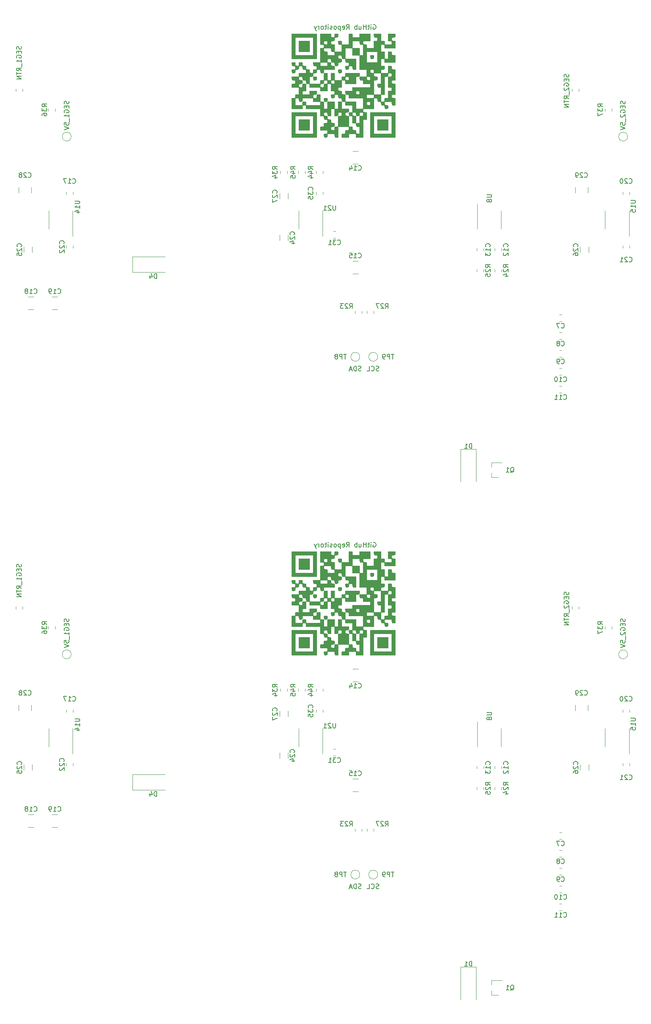
<source format=gbr>
*
%LPD*%
%LNPacMan-B_SilkS*%
%FSLAX25Y25*%
%MOIN*%
%AD*%
%AD*%
%ADD39C,0.005905512*%
%ADD40C,0.000393701*%
%ADD41C,0.004724409*%
G54D39*
%SRX1Y1I0.0J0.0*%
G1X307528Y406469D2*
G1X307903Y406656D1*
G1X308466Y406656D1*
G1X309028Y406469D1*
G1X309403Y406094D1*
G1X309591Y405719D1*
G1X309778Y404969D1*
G1X309778Y404406D1*
G1X309591Y403656D1*
G1X309403Y403281D1*
G1X309028Y402906D1*
G1X308466Y402719D1*
G1X308091Y402719D1*
G1X307528Y402906D1*
G1X307341Y403094D1*
G1X307341Y404406D1*
G1X308091Y404406D1*
G1X305654Y402719D2*
G1X305654Y405344D1*
G1X305654Y406656D2*
G1X305841Y406469D1*
G1X305654Y406281D1*
G1X305466Y406469D1*
G1X305654Y406656D1*
G1X305654Y406281D1*
G1X304341Y405344D2*
G1X302841Y405344D1*
G1X303779Y406656D2*
G1X303779Y403281D1*
G1X303591Y402906D1*
G1X303216Y402719D1*
G1X302841Y402719D1*
G1X301529Y402719D2*
G1X301529Y406656D1*
G1X301529Y404781D2*
G1X299279Y404781D1*
G1X299279Y402719D2*
G1X299279Y406656D1*
G1X295717Y405344D2*
G1X295717Y402719D1*
G1X297405Y405344D2*
G1X297405Y403281D1*
G1X297217Y402906D1*
G1X296842Y402719D1*
G1X296280Y402719D1*
G1X295905Y402906D1*
G1X295717Y403094D1*
G1X293843Y402719D2*
G1X293843Y406656D1*
G1X293843Y405156D2*
G1X293468Y405344D1*
G1X292718Y405344D1*
G1X292343Y405156D1*
G1X292155Y404969D1*
G1X291968Y404594D1*
G1X291968Y403469D1*
G1X292155Y403094D1*
G1X292343Y402906D1*
G1X292718Y402719D1*
G1X293468Y402719D1*
G1X293843Y402906D1*
G1X285031Y402719D2*
G1X286343Y404594D1*
G1X287281Y402719D2*
G1X287281Y406656D1*
G1X285781Y406656D1*
G1X285406Y406469D1*
G1X285219Y406281D1*
G1X285031Y405906D1*
G1X285031Y405344D1*
G1X285219Y404969D1*
G1X285406Y404781D1*
G1X285781Y404594D1*
G1X287281Y404594D1*
G1X281844Y402906D2*
G1X282219Y402719D1*
G1X282969Y402719D1*
G1X283344Y402906D1*
G1X283531Y403281D1*
G1X283531Y404781D1*
G1X283344Y405156D1*
G1X282969Y405344D1*
G1X282219Y405344D1*
G1X281844Y405156D1*
G1X281657Y404781D1*
G1X281657Y404406D1*
G1X283531Y404031D1*
G1X279969Y405344D2*
G1X279969Y401407D1*
G1X279969Y405156D2*
G1X279594Y405344D1*
G1X278844Y405344D1*
G1X278469Y405156D1*
G1X278282Y404969D1*
G1X278094Y404594D1*
G1X278094Y403469D1*
G1X278282Y403094D1*
G1X278469Y402906D1*
G1X278844Y402719D1*
G1X279594Y402719D1*
G1X279969Y402906D1*
G1X275845Y402719D2*
G1X276220Y402906D1*
G1X276407Y403094D1*
G1X276595Y403469D1*
G1X276595Y404594D1*
G1X276407Y404969D1*
G1X276220Y405156D1*
G1X275845Y405344D1*
G1X275282Y405344D1*
G1X274907Y405156D1*
G1X274720Y404969D1*
G1X274532Y404594D1*
G1X274532Y403469D1*
G1X274720Y403094D1*
G1X274907Y402906D1*
G1X275282Y402719D1*
G1X275845Y402719D1*
G1X273033Y402906D2*
G1X272658Y402719D1*
G1X271908Y402719D1*
G1X271533Y402906D1*
G1X271345Y403281D1*
G1X271345Y403469D1*
G1X271533Y403844D1*
G1X271908Y404031D1*
G1X272470Y404031D1*
G1X272845Y404219D1*
G1X273033Y404594D1*
G1X273033Y404781D1*
G1X272845Y405156D1*
G1X272470Y405344D1*
G1X271908Y405344D1*
G1X271533Y405156D1*
G1X269658Y402719D2*
G1X269658Y405344D1*
G1X269658Y406656D2*
G1X269846Y406469D1*
G1X269658Y406281D1*
G1X269471Y406469D1*
G1X269658Y406656D1*
G1X269658Y406281D1*
G1X268346Y405344D2*
G1X266846Y405344D1*
G1X267783Y406656D2*
G1X267783Y403281D1*
G1X267596Y402906D1*
G1X267221Y402719D1*
G1X266846Y402719D1*
G1X264971Y402719D2*
G1X265346Y402906D1*
G1X265534Y403094D1*
G1X265721Y403469D1*
G1X265721Y404594D1*
G1X265534Y404969D1*
G1X265346Y405156D1*
G1X264971Y405344D1*
G1X264409Y405344D1*
G1X264034Y405156D1*
G1X263846Y404969D1*
G1X263659Y404594D1*
G1X263659Y403469D1*
G1X263846Y403094D1*
G1X264034Y402906D1*
G1X264409Y402719D1*
G1X264971Y402719D1*
G1X261971Y402719D2*
G1X261971Y405344D1*
G1X261971Y404594D2*
G1X261784Y404969D1*
G1X261597Y405156D1*
G1X261222Y405344D1*
G1X260847Y405344D1*
G1X259909Y405344D2*
G1X258972Y402719D1*
G1X258034Y405344D2*
G1X258972Y402719D1*
G1X259347Y401782D1*
G1X259534Y401594D1*
G1X259909Y401407D1*
G54D40*
G36*
G1X311000Y327000D2*
G1X311000Y318000D1*
G1X320000Y318000D1*
G1X320000Y327000D1*
G1X311000Y327000D1*
G37*
G1X320000Y327000D2*
G1X311000Y327000D1*
G1X311000Y318000D1*
G1X320000Y318000D1*
G1X320000Y327000D1*
G36*
G1X245000Y327000D2*
G1X245000Y318000D1*
G1X254000Y318000D1*
G1X254000Y327000D1*
G1X245000Y327000D1*
G37*
G1X254000Y327000D2*
G1X245000Y327000D1*
G1X245000Y318000D1*
G1X254000Y318000D1*
G1X254000Y327000D1*
G36*
G1X305000Y379500D2*
G1X305124Y378438D1*
G1X305708Y378046D1*
G1X306500Y378000D1*
G1X307562Y378124D1*
G1X307954Y378708D1*
G1X308000Y379500D1*
G1X307876Y380562D1*
G1X307292Y380954D1*
G1X306500Y381000D1*
G1X305438Y380876D1*
G1X305046Y380292D1*
G1X305000Y379500D1*
G37*
G1X307562Y378124D2*
G1X307954Y378708D1*
G1X308000Y379500D1*
G1X307876Y380562D1*
G1X307292Y380954D1*
G1X306500Y381000D1*
G1X305438Y380876D1*
G1X305046Y380292D1*
G1X305000Y379500D1*
G1X305124Y378438D1*
G1X305708Y378046D1*
G1X306500Y378000D1*
G1X307562Y378124D1*
G36*
G1X287000Y331500D2*
G1X287124Y330438D1*
G1X287708Y330046D1*
G1X288500Y330000D1*
G1X290000Y330000D1*
G1X290000Y324000D1*
G1X293000Y324000D1*
G1X293000Y330000D1*
G1X291500Y330000D1*
G1X290438Y330124D1*
G1X290046Y330708D1*
G1X290000Y331500D1*
G1X289876Y332562D1*
G1X289292Y332954D1*
G1X288500Y333000D1*
G1X287438Y332876D1*
G1X287046Y332292D1*
G1X287000Y331500D1*
G37*
G1X293000Y330000D2*
G1X291500Y330000D1*
G1X290438Y330124D1*
G1X290046Y330708D1*
G1X290000Y331500D1*
G1X289876Y332562D1*
G1X289292Y332954D1*
G1X288500Y333000D1*
G1X287438Y332876D1*
G1X287046Y332292D1*
G1X287000Y331500D1*
G1X287124Y330438D1*
G1X287708Y330046D1*
G1X288500Y330000D1*
G1X290000Y330000D1*
G1X290000Y324000D1*
G1X293000Y324000D1*
G1X293000Y330000D1*
G36*
G1X266000Y343500D2*
G1X266124Y342438D1*
G1X266708Y342046D1*
G1X267500Y342000D1*
G1X268562Y342124D1*
G1X268954Y342708D1*
G1X269000Y343500D1*
G1X268876Y344562D1*
G1X268292Y344954D1*
G1X267500Y345000D1*
G1X266438Y344876D1*
G1X266046Y344292D1*
G1X266000Y343500D1*
G37*
G1X268562Y342124D2*
G1X268954Y342708D1*
G1X269000Y343500D1*
G1X268876Y344562D1*
G1X268292Y344954D1*
G1X267500Y345000D1*
G1X266438Y344876D1*
G1X266046Y344292D1*
G1X266000Y343500D1*
G1X266124Y342438D1*
G1X266708Y342046D1*
G1X267500Y342000D1*
G1X268562Y342124D1*
G36*
G1X257000Y343500D2*
G1X257000Y342000D1*
G1X263000Y342000D1*
G1X263000Y348000D1*
G1X261500Y348000D1*
G1X260438Y347876D1*
G1X260046Y347292D1*
G1X260000Y346500D1*
G1X259876Y345438D1*
G1X259292Y345046D1*
G1X258500Y345000D1*
G1X257438Y344876D1*
G1X257046Y344292D1*
G1X257000Y343500D1*
G37*
G1X263000Y348000D2*
G1X261500Y348000D1*
G1X260438Y347876D1*
G1X260046Y347292D1*
G1X260000Y346500D1*
G1X259876Y345438D1*
G1X259292Y345046D1*
G1X258500Y345000D1*
G1X257438Y344876D1*
G1X257046Y344292D1*
G1X257000Y343500D1*
G1X257000Y342000D1*
G1X263000Y342000D1*
G1X263000Y348000D1*
G36*
G1X257000Y361500D2*
G1X257124Y360438D1*
G1X257708Y360046D1*
G1X258500Y360000D1*
G1X259562Y360124D1*
G1X259954Y360708D1*
G1X260000Y361500D1*
G1X259876Y362562D1*
G1X259292Y362954D1*
G1X258500Y363000D1*
G1X257438Y362876D1*
G1X257046Y362292D1*
G1X257000Y361500D1*
G37*
G1X259562Y360124D2*
G1X259954Y360708D1*
G1X260000Y361500D1*
G1X259876Y362562D1*
G1X259292Y362954D1*
G1X258500Y363000D1*
G1X257438Y362876D1*
G1X257046Y362292D1*
G1X257000Y361500D1*
G1X257124Y360438D1*
G1X257708Y360046D1*
G1X258500Y360000D1*
G1X259562Y360124D1*
G36*
G1X254000Y357000D2*
G1X254000Y354000D1*
G1X263000Y354000D1*
G1X263000Y351000D1*
G1X269000Y351000D1*
G1X269000Y357000D1*
G1X267500Y357000D1*
G1X266438Y356876D1*
G1X266046Y356292D1*
G1X266000Y355500D1*
G1X265876Y354438D1*
G1X265292Y354046D1*
G1X264500Y354000D1*
G1X263438Y354124D1*
G1X263046Y354708D1*
G1X263000Y355500D1*
G1X263124Y356562D1*
G1X263708Y356954D1*
G1X264500Y357000D1*
G1X254000Y357000D1*
G37*
G36*
G1X272000Y346500D2*
G1X272124Y345438D1*
G1X272708Y345046D1*
G1X273500Y345000D1*
G1X274562Y345124D1*
G1X274954Y345708D1*
G1X275000Y346500D1*
G1X275124Y347562D1*
G1X275708Y347954D1*
G1X276500Y348000D1*
G1X277562Y347876D1*
G1X277954Y347292D1*
G1X278000Y346500D1*
G1X278124Y345438D1*
G1X278708Y345046D1*
G1X279500Y345000D1*
G1X280562Y344876D1*
G1X280954Y344292D1*
G1X281000Y343500D1*
G1X281124Y342438D1*
G1X281708Y342046D1*
G1X282500Y342000D1*
G1X284000Y342000D1*
G1X284000Y348000D1*
G1X282500Y348000D1*
G1X281438Y348124D1*
G1X281046Y348708D1*
G1X281000Y349500D1*
G1X280876Y350562D1*
G1X280292Y350954D1*
G1X279500Y351000D1*
G1X278438Y351124D1*
G1X278046Y351708D1*
G1X278000Y352500D1*
G1X278124Y353562D1*
G1X278708Y353954D1*
G1X279500Y354000D1*
G1X281000Y354000D1*
G1X281000Y357000D1*
G1X272000Y357000D1*
G1X272000Y351000D1*
G1X273500Y351000D1*
G1X274562Y350876D1*
G1X274954Y350292D1*
G1X275000Y349500D1*
G1X274876Y348438D1*
G1X274292Y348046D1*
G1X273500Y348000D1*
G1X272438Y347876D1*
G1X272046Y347292D1*
G1X272000Y346500D1*
G37*
G36*
G1X263000Y358500D2*
G1X263000Y357000D1*
G1X264500Y357000D1*
G1X265562Y357124D1*
G1X265954Y357708D1*
G1X266000Y358500D1*
G1X263000Y358500D1*
G37*
G36*
G1X263000Y358500D2*
G1X266000Y358500D1*
G1X266124Y359562D1*
G1X266708Y359954D1*
G1X267500Y360000D1*
G1X268562Y359876D1*
G1X268954Y359292D1*
G1X269000Y358500D1*
G1X272000Y358500D1*
G1X272124Y359562D1*
G1X272708Y359954D1*
G1X273500Y360000D1*
G1X274562Y359876D1*
G1X274954Y359292D1*
G1X275000Y358500D1*
G1X281000Y358500D1*
G1X281000Y360000D1*
G1X275000Y360000D1*
G1X275000Y366000D1*
G1X272000Y366000D1*
G1X272000Y360000D1*
G1X269000Y360000D1*
G1X269000Y366000D1*
G1X266000Y366000D1*
G1X266000Y360000D1*
G1X264500Y360000D1*
G1X263438Y359876D1*
G1X263046Y359292D1*
G1X263000Y358500D1*
G37*
G36*
G1X268292Y357046D2*
G1X267500Y357000D1*
G1X273500Y357000D1*
G1X272438Y357124D1*
G1X272046Y357708D1*
G1X272000Y358500D1*
G1X269000Y358500D1*
G1X268876Y357438D1*
G1X268292Y357046D1*
G37*
G36*
G1X274292Y357046D2*
G1X273500Y357000D1*
G1X281000Y357000D1*
G1X281000Y358500D1*
G1X275000Y358500D1*
G1X274876Y357438D1*
G1X274292Y357046D1*
G37*
G1X275000Y360000D2*
G1X275000Y366000D1*
G1X272000Y366000D1*
G1X272000Y360000D1*
G1X269000Y360000D1*
G1X269000Y366000D1*
G1X266000Y366000D1*
G1X266000Y360000D1*
G1X264500Y360000D1*
G1X263438Y359876D1*
G1X263046Y359292D1*
G1X263000Y358500D1*
G1X263000Y357000D1*
G1X254000Y357000D1*
G1X254000Y355500D1*
G1X263000Y355500D1*
G1X263124Y356562D1*
G1X263708Y356954D1*
G1X264500Y357000D1*
G1X265562Y357124D1*
G1X265954Y357708D1*
G1X266000Y358500D1*
G1X266124Y359562D1*
G1X266708Y359954D1*
G1X267500Y360000D1*
G1X268562Y359876D1*
G1X268954Y359292D1*
G1X269000Y358500D1*
G1X272000Y358500D1*
G1X272124Y359562D1*
G1X272708Y359954D1*
G1X273500Y360000D1*
G1X274562Y359876D1*
G1X274954Y359292D1*
G1X275000Y358500D1*
G1X274876Y357438D1*
G1X274292Y357046D1*
G1X273500Y357000D1*
G1X272438Y357124D1*
G1X272046Y357708D1*
G1X272000Y358500D1*
G1X269000Y358500D1*
G1X268876Y357438D1*
G1X268292Y357046D1*
G1X267500Y357000D1*
G1X266438Y356876D1*
G1X266046Y356292D1*
G1X266000Y355500D1*
G1X265876Y354438D1*
G1X265292Y354046D1*
G1X264500Y354000D1*
G1X263438Y354124D1*
G1X263046Y354708D1*
G1X263000Y355500D1*
G1X254000Y355500D1*
G1X254000Y354000D1*
G1X263000Y354000D1*
G1X263000Y351000D1*
G1X269000Y351000D1*
G1X269000Y357000D1*
G1X272000Y357000D1*
G1X272000Y351000D1*
G1X273500Y351000D1*
G1X274562Y350876D1*
G1X274954Y350292D1*
G1X275000Y349500D1*
G1X274876Y348438D1*
G1X274292Y348046D1*
G1X273500Y348000D1*
G1X272438Y347876D1*
G1X272046Y347292D1*
G1X272000Y346500D1*
G1X272124Y345438D1*
G1X272708Y345046D1*
G1X273500Y345000D1*
G1X274562Y345124D1*
G1X274954Y345708D1*
G1X275000Y346500D1*
G1X275124Y347562D1*
G1X275708Y347954D1*
G1X276500Y348000D1*
G1X277562Y347876D1*
G1X277954Y347292D1*
G1X278000Y346500D1*
G1X278124Y345438D1*
G1X278708Y345046D1*
G1X279500Y345000D1*
G1X280562Y344876D1*
G1X280954Y344292D1*
G1X281000Y343500D1*
G1X281124Y342438D1*
G1X281708Y342046D1*
G1X282500Y342000D1*
G1X284000Y342000D1*
G1X284000Y348000D1*
G1X282500Y348000D1*
G1X281438Y348124D1*
G1X281046Y348708D1*
G1X281000Y349500D1*
G1X280876Y350562D1*
G1X280292Y350954D1*
G1X279500Y351000D1*
G1X278438Y351124D1*
G1X278046Y351708D1*
G1X278000Y352500D1*
G1X278124Y353562D1*
G1X278708Y353954D1*
G1X279500Y354000D1*
G1X281000Y354000D1*
G1X281000Y360000D1*
G1X275000Y360000D1*
G36*
G1X281000Y360000D2*
G1X282500Y360000D1*
G1X283562Y359876D1*
G1X283954Y359292D1*
G1X284000Y358500D1*
G1X284000Y357000D1*
G1X293000Y357000D1*
G1X293000Y361500D1*
G1X287000Y361500D1*
G1X286876Y360438D1*
G1X286292Y360046D1*
G1X285500Y360000D1*
G1X284438Y360124D1*
G1X284046Y360708D1*
G1X284000Y361500D1*
G1X281000Y361500D1*
G1X281000Y360000D1*
G37*
G36*
G1X281000Y361500D2*
G1X284000Y361500D1*
G1X284124Y362562D1*
G1X284708Y362954D1*
G1X285500Y363000D1*
G1X286562Y362876D1*
G1X286954Y362292D1*
G1X287000Y361500D1*
G1X293000Y361500D1*
G1X293000Y363000D1*
G1X294500Y363000D1*
G1X295562Y363124D1*
G1X295954Y363708D1*
G1X296000Y364500D1*
G1X296000Y366000D1*
G1X284000Y366000D1*
G1X284000Y364500D1*
G1X283876Y363438D1*
G1X283292Y363046D1*
G1X282500Y363000D1*
G1X281438Y362876D1*
G1X281046Y362292D1*
G1X281000Y361500D1*
G37*
G1X282500Y360000D2*
G1X283562Y359876D1*
G1X283954Y359292D1*
G1X284000Y358500D1*
G1X284000Y357000D1*
G1X293000Y357000D1*
G1X293000Y363000D1*
G1X294500Y363000D1*
G1X295562Y363124D1*
G1X295954Y363708D1*
G1X296000Y364500D1*
G1X296000Y366000D1*
G1X284000Y366000D1*
G1X284000Y364500D1*
G1X283876Y363438D1*
G1X283292Y363046D1*
G1X282500Y363000D1*
G1X281438Y362876D1*
G1X281046Y362292D1*
G1X281000Y361500D1*
G1X284000Y361500D1*
G1X284124Y362562D1*
G1X284708Y362954D1*
G1X285500Y363000D1*
G1X286562Y362876D1*
G1X286954Y362292D1*
G1X287000Y361500D1*
G1X286876Y360438D1*
G1X286292Y360046D1*
G1X285500Y360000D1*
G1X284438Y360124D1*
G1X284046Y360708D1*
G1X284000Y361500D1*
G1X281000Y361500D1*
G1X281000Y360000D1*
G1X282500Y360000D1*
G36*
G1X278000Y367500D2*
G1X278124Y366438D1*
G1X278708Y366046D1*
G1X279500Y366000D1*
G1X280562Y366124D1*
G1X280954Y366708D1*
G1X281000Y367500D1*
G1X280876Y368562D1*
G1X280292Y368954D1*
G1X279500Y369000D1*
G1X278438Y368876D1*
G1X278046Y368292D1*
G1X278000Y367500D1*
G37*
G1X280562Y366124D2*
G1X280954Y366708D1*
G1X281000Y367500D1*
G1X280876Y368562D1*
G1X280292Y368954D1*
G1X279500Y369000D1*
G1X278438Y368876D1*
G1X278046Y368292D1*
G1X278000Y367500D1*
G1X278124Y366438D1*
G1X278708Y366046D1*
G1X279500Y366000D1*
G1X280562Y366124D1*
G36*
G1X284000Y370500D2*
G1X284124Y369438D1*
G1X284708Y369046D1*
G1X285500Y369000D1*
G1X286562Y369124D1*
G1X286954Y369708D1*
G1X287000Y370500D1*
G1X287124Y371562D1*
G1X287708Y371954D1*
G1X288500Y372000D1*
G1X289562Y371876D1*
G1X289954Y371292D1*
G1X290000Y370500D1*
G1X290124Y369438D1*
G1X290708Y369046D1*
G1X291500Y369000D1*
G1X293000Y369000D1*
G1X293000Y378000D1*
G1X284000Y378000D1*
G1X284000Y376500D1*
G1X284124Y375438D1*
G1X284708Y375046D1*
G1X285500Y375000D1*
G1X286562Y374876D1*
G1X286954Y374292D1*
G1X287000Y373500D1*
G1X286876Y372438D1*
G1X286292Y372046D1*
G1X285500Y372000D1*
G1X284438Y371876D1*
G1X284046Y371292D1*
G1X284000Y370500D1*
G37*
G1X293000Y378000D2*
G1X284000Y378000D1*
G1X284000Y376500D1*
G1X284124Y375438D1*
G1X284708Y375046D1*
G1X285500Y375000D1*
G1X286562Y374876D1*
G1X286954Y374292D1*
G1X287000Y373500D1*
G1X286876Y372438D1*
G1X286292Y372046D1*
G1X285500Y372000D1*
G1X284438Y371876D1*
G1X284046Y371292D1*
G1X284000Y370500D1*
G1X284124Y369438D1*
G1X284708Y369046D1*
G1X285500Y369000D1*
G1X286562Y369124D1*
G1X286954Y369708D1*
G1X287000Y370500D1*
G1X287124Y371562D1*
G1X287708Y371954D1*
G1X288500Y372000D1*
G1X289562Y371876D1*
G1X289954Y371292D1*
G1X290000Y370500D1*
G1X290124Y369438D1*
G1X290708Y369046D1*
G1X291500Y369000D1*
G1X293000Y369000D1*
G1X293000Y378000D1*
G36*
G1X290000Y387000D2*
G1X290000Y381000D1*
G1X296000Y381000D1*
G1X296000Y387000D1*
G1X290000Y387000D1*
G37*
G1X296000Y387000D2*
G1X290000Y387000D1*
G1X290000Y381000D1*
G1X296000Y381000D1*
G1X296000Y387000D1*
G36*
G1X245000Y393000D2*
G1X245000Y384000D1*
G1X254000Y384000D1*
G1X254000Y393000D1*
G1X245000Y393000D1*
G37*
G1X254000Y393000D2*
G1X245000Y393000D1*
G1X245000Y384000D1*
G1X254000Y384000D1*
G1X254000Y393000D1*
G36*
G1X305000Y322500D2*
G1X305000Y312000D1*
G1X326000Y312000D1*
G1X326000Y322500D1*
G1X323000Y322500D1*
G1X323000Y315000D1*
G1X308000Y315000D1*
G1X308000Y322500D1*
G1X305000Y322500D1*
G37*
G36*
G1X305000Y322500D2*
G1X308000Y322500D1*
G1X308000Y330000D1*
G1X323000Y330000D1*
G1X323000Y322500D1*
G1X326000Y322500D1*
G1X326000Y333000D1*
G1X305000Y333000D1*
G1X305000Y322500D1*
G37*
G1X326000Y333000D2*
G1X305000Y333000D1*
G1X305000Y315000D1*
G1X308000Y315000D1*
G1X308000Y330000D1*
G1X323000Y330000D1*
G1X323000Y315000D1*
G1X308000Y315000D1*
G1X305000Y315000D1*
G1X305000Y312000D1*
G1X326000Y312000D1*
G1X326000Y333000D1*
G36*
G1X239000Y322500D2*
G1X239000Y312000D1*
G1X260000Y312000D1*
G1X260000Y322500D1*
G1X257000Y322500D1*
G1X257000Y315000D1*
G1X242000Y315000D1*
G1X242000Y322500D1*
G1X239000Y322500D1*
G37*
G36*
G1X239000Y322500D2*
G1X242000Y322500D1*
G1X242000Y330000D1*
G1X257000Y330000D1*
G1X257000Y322500D1*
G1X260000Y322500D1*
G1X260000Y333000D1*
G1X239000Y333000D1*
G1X239000Y322500D1*
G37*
G1X260000Y333000D2*
G1X239000Y333000D1*
G1X239000Y315000D1*
G1X242000Y315000D1*
G1X242000Y330000D1*
G1X257000Y330000D1*
G1X257000Y315000D1*
G1X242000Y315000D1*
G1X239000Y315000D1*
G1X239000Y312000D1*
G1X260000Y312000D1*
G1X260000Y333000D1*
G36*
G1X239000Y336000D2*
G1X248000Y336000D1*
G1X248000Y337500D1*
G1X248124Y338562D1*
G1X248708Y338954D1*
G1X249500Y339000D1*
G1X250562Y338876D1*
G1X250954Y338292D1*
G1X251000Y337500D1*
G1X251000Y336000D1*
G1X263000Y336000D1*
G1X263000Y330000D1*
G1X264500Y330000D1*
G1X265562Y329876D1*
G1X265954Y329292D1*
G1X266000Y328500D1*
G1X266124Y327438D1*
G1X266708Y327046D1*
G1X267500Y327000D1*
G1X268562Y326876D1*
G1X268954Y326292D1*
G1X269000Y325500D1*
G1X268876Y324438D1*
G1X268292Y324046D1*
G1X267500Y324000D1*
G1X266438Y323876D1*
G1X266046Y323292D1*
G1X266000Y322500D1*
G1X265876Y321438D1*
G1X265292Y321046D1*
G1X264500Y321000D1*
G1X263438Y320876D1*
G1X263046Y320292D1*
G1X263000Y319500D1*
G1X263000Y318000D1*
G1X269000Y318000D1*
G1X269000Y316500D1*
G1X268876Y315438D1*
G1X268292Y315046D1*
G1X267500Y315000D1*
G1X266438Y314876D1*
G1X266046Y314292D1*
G1X266000Y313500D1*
G1X266124Y312438D1*
G1X266708Y312046D1*
G1X267500Y312000D1*
G1X268562Y312124D1*
G1X268954Y312708D1*
G1X269000Y313500D1*
G1X269000Y315000D1*
G1X275000Y315000D1*
G1X275000Y313500D1*
G1X275124Y312438D1*
G1X275708Y312046D1*
G1X276500Y312000D1*
G1X278000Y312000D1*
G1X278000Y321000D1*
G1X276500Y321000D1*
G1X275438Y320876D1*
G1X275046Y320292D1*
G1X275000Y319500D1*
G1X274876Y318438D1*
G1X274292Y318046D1*
G1X273500Y318000D1*
G1X272438Y318124D1*
G1X272046Y318708D1*
G1X272000Y319500D1*
G1X272124Y320562D1*
G1X272708Y320954D1*
G1X273500Y321000D1*
G1X274562Y321124D1*
G1X274954Y321708D1*
G1X275000Y322500D1*
G1X274876Y323562D1*
G1X274292Y323954D1*
G1X273500Y324000D1*
G1X272438Y324124D1*
G1X272046Y324708D1*
G1X272000Y325500D1*
G1X271876Y326562D1*
G1X271292Y326954D1*
G1X270500Y327000D1*
G1X269438Y327124D1*
G1X269046Y327708D1*
G1X269000Y328500D1*
G1X268876Y329562D1*
G1X268292Y329954D1*
G1X267500Y330000D1*
G1X266438Y330124D1*
G1X266046Y330708D1*
G1X266000Y331500D1*
G1X266124Y332562D1*
G1X266708Y332954D1*
G1X267500Y333000D1*
G1X268562Y332876D1*
G1X268954Y332292D1*
G1X269000Y331500D1*
G1X269124Y330438D1*
G1X269708Y330046D1*
G1X270500Y330000D1*
G1X272000Y330000D1*
G1X272000Y336000D1*
G1X275000Y336000D1*
G1X275000Y342000D1*
G1X269000Y342000D1*
G1X269000Y336000D1*
G1X266000Y336000D1*
G1X266000Y342000D1*
G1X264500Y342000D1*
G1X263438Y341876D1*
G1X263046Y341292D1*
G1X263000Y340500D1*
G1X263000Y339000D1*
G1X251000Y339000D1*
G1X251000Y340500D1*
G1X250876Y341562D1*
G1X250292Y341954D1*
G1X249500Y342000D1*
G1X248438Y341876D1*
G1X248046Y341292D1*
G1X248000Y340500D1*
G1X248000Y339000D1*
G1X242000Y339000D1*
G1X242000Y345000D1*
G1X243500Y345000D1*
G1X244562Y344876D1*
G1X244954Y344292D1*
G1X245000Y343500D1*
G1X245124Y342438D1*
G1X245708Y342046D1*
G1X246500Y342000D1*
G1X247562Y342124D1*
G1X247954Y342708D1*
G1X248000Y343500D1*
G1X248000Y345000D1*
G1X257000Y345000D1*
G1X257000Y346500D1*
G1X257124Y347562D1*
G1X257708Y347954D1*
G1X258500Y348000D1*
G1X259562Y348124D1*
G1X259954Y348708D1*
G1X260000Y349500D1*
G1X260000Y351000D1*
G1X254000Y351000D1*
G1X254000Y348000D1*
G1X248000Y348000D1*
G1X248000Y349500D1*
G1X248124Y350562D1*
G1X248708Y350954D1*
G1X249500Y351000D1*
G1X251000Y351000D1*
G1X251000Y357000D1*
G1X249500Y357000D1*
G1X248438Y356876D1*
G1X248046Y356292D1*
G1X248000Y355500D1*
G1X247876Y354438D1*
G1X247292Y354046D1*
G1X246500Y354000D1*
G1X245438Y354124D1*
G1X245046Y354708D1*
G1X245000Y355500D1*
G1X245124Y356562D1*
G1X245708Y356954D1*
G1X246500Y357000D1*
G1X247562Y357124D1*
G1X247954Y357708D1*
G1X248000Y358500D1*
G1X247876Y359562D1*
G1X247292Y359954D1*
G1X246500Y360000D1*
G1X245438Y360124D1*
G1X245046Y360708D1*
G1X245000Y361500D1*
G1X245124Y362562D1*
G1X245708Y362954D1*
G1X246500Y363000D1*
G1X247562Y362876D1*
G1X247954Y362292D1*
G1X248000Y361500D1*
G1X248124Y360438D1*
G1X248708Y360046D1*
G1X249500Y360000D1*
G1X250562Y359876D1*
G1X250954Y359292D1*
G1X251000Y358500D1*
G1X251124Y357438D1*
G1X251708Y357046D1*
G1X252500Y357000D1*
G1X254000Y357000D1*
G1X254000Y363000D1*
G1X255500Y363000D1*
G1X256562Y363124D1*
G1X256954Y363708D1*
G1X257000Y364500D1*
G1X257124Y365562D1*
G1X257708Y365954D1*
G1X258500Y366000D1*
G1X259562Y366124D1*
G1X259954Y366708D1*
G1X260000Y367500D1*
G1X260124Y368562D1*
G1X260708Y368954D1*
G1X261500Y369000D1*
G1X262562Y368876D1*
G1X262954Y368292D1*
G1X263000Y367500D1*
G1X263124Y366438D1*
G1X263708Y366046D1*
G1X264500Y366000D1*
G1X265562Y366124D1*
G1X265954Y366708D1*
G1X266000Y367500D1*
G1X266000Y369000D1*
G1X275000Y369000D1*
G1X275000Y370500D1*
G1X274876Y371562D1*
G1X274292Y371954D1*
G1X273500Y372000D1*
G1X272438Y372124D1*
G1X272046Y372708D1*
G1X272000Y373500D1*
G1X271876Y374562D1*
G1X271292Y374954D1*
G1X270500Y375000D1*
G1X269438Y374876D1*
G1X269046Y374292D1*
G1X269000Y373500D1*
G1X269000Y372000D1*
G1X263000Y372000D1*
G1X263000Y375000D1*
G1X257000Y375000D1*
G1X257000Y373500D1*
G1X257124Y372438D1*
G1X257708Y372046D1*
G1X258500Y372000D1*
G1X259562Y371876D1*
G1X259954Y371292D1*
G1X260000Y370500D1*
G1X259876Y369438D1*
G1X259292Y369046D1*
G1X258500Y369000D1*
G1X257438Y368876D1*
G1X257046Y368292D1*
G1X257000Y367500D1*
G1X256876Y366438D1*
G1X256292Y366046D1*
G1X255500Y366000D1*
G1X254438Y366124D1*
G1X254046Y366708D1*
G1X254000Y367500D1*
G1X253876Y368562D1*
G1X253292Y368954D1*
G1X252500Y369000D1*
G1X251438Y369124D1*
G1X251046Y369708D1*
G1X251000Y370500D1*
G1X250876Y371562D1*
G1X250292Y371954D1*
G1X249500Y372000D1*
G1X248438Y372124D1*
G1X248046Y372708D1*
G1X248000Y373500D1*
G1X247876Y374562D1*
G1X247292Y374954D1*
G1X246500Y375000D1*
G1X245438Y374876D1*
G1X245046Y374292D1*
G1X245000Y373500D1*
G1X244876Y372438D1*
G1X244292Y372046D1*
G1X243500Y372000D1*
G1X242438Y372124D1*
G1X242046Y372708D1*
G1X242000Y373500D1*
G1X241876Y374562D1*
G1X241292Y374954D1*
G1X240500Y375000D1*
G1X239438Y374876D1*
G1X239046Y374292D1*
G1X239000Y373500D1*
G1X239124Y372438D1*
G1X239708Y372046D1*
G1X240500Y372000D1*
G1X241562Y371876D1*
G1X241954Y371292D1*
G1X242000Y370500D1*
G1X241876Y369438D1*
G1X241292Y369046D1*
G1X240500Y369000D1*
G1X239438Y368876D1*
G1X239046Y368292D1*
G1X239000Y367500D1*
G1X239124Y366438D1*
G1X239708Y366046D1*
G1X240500Y366000D1*
G1X241562Y366124D1*
G1X241954Y366708D1*
G1X242000Y367500D1*
G1X242124Y368562D1*
G1X242708Y368954D1*
G1X243500Y369000D1*
G1X244562Y369124D1*
G1X244954Y369708D1*
G1X245000Y370500D1*
G1X245124Y371562D1*
G1X245708Y371954D1*
G1X246500Y372000D1*
G1X247562Y371876D1*
G1X247954Y371292D1*
G1X248000Y370500D1*
G1X248124Y369438D1*
G1X248708Y369046D1*
G1X249500Y369000D1*
G1X250562Y368876D1*
G1X250954Y368292D1*
G1X251000Y367500D1*
G1X251000Y366000D1*
G1X245000Y366000D1*
G1X245000Y363000D1*
G1X239000Y363000D1*
G1X239000Y361500D1*
G1X239124Y360438D1*
G1X239708Y360046D1*
G1X240500Y360000D1*
G1X241562Y359876D1*
G1X241954Y359292D1*
G1X242000Y358500D1*
G1X241876Y357438D1*
G1X241292Y357046D1*
G1X240500Y357000D1*
G1X239438Y356876D1*
G1X239046Y356292D1*
G1X239000Y355500D1*
G1X239000Y354000D1*
G1X245000Y354000D1*
G1X245000Y348000D1*
G1X243500Y348000D1*
G1X242438Y347876D1*
G1X242046Y347292D1*
G1X242000Y346500D1*
G1X241876Y345438D1*
G1X241292Y345046D1*
G1X240500Y345000D1*
G1X239000Y345000D1*
G1X239000Y336000D1*
G37*
G36*
G1X275000Y336000D2*
G1X275000Y330000D1*
G1X276500Y330000D1*
G1X277562Y330124D1*
G1X277954Y330708D1*
G1X278000Y331500D1*
G1X278124Y332562D1*
G1X278708Y332954D1*
G1X279500Y333000D1*
G1X280562Y332876D1*
G1X280954Y332292D1*
G1X281000Y331500D1*
G1X280876Y330438D1*
G1X280292Y330046D1*
G1X279500Y330000D1*
G1X278000Y330000D1*
G1X278000Y321000D1*
G1X287000Y321000D1*
G1X287000Y330000D1*
G1X285500Y330000D1*
G1X284438Y330124D1*
G1X284046Y330708D1*
G1X284000Y331500D1*
G1X284124Y332562D1*
G1X284708Y332954D1*
G1X285500Y333000D1*
G1X286562Y333124D1*
G1X286954Y333708D1*
G1X287000Y334500D1*
G1X287000Y336000D1*
G1X281000Y336000D1*
G1X281000Y342000D1*
G1X278000Y342000D1*
G1X278000Y336000D1*
G1X275000Y336000D1*
G37*
G1X287000Y330000D2*
G1X285500Y330000D1*
G1X284438Y330124D1*
G1X284046Y330708D1*
G1X284000Y331500D1*
G1X284124Y332562D1*
G1X284708Y332954D1*
G1X285500Y333000D1*
G1X286562Y333124D1*
G1X286954Y333708D1*
G1X287000Y334500D1*
G1X287000Y336000D1*
G1X281000Y336000D1*
G1X281000Y342000D1*
G1X278000Y342000D1*
G1X278000Y336000D1*
G1X275000Y336000D1*
G1X275000Y342000D1*
G1X269000Y342000D1*
G1X269000Y336000D1*
G1X266000Y336000D1*
G1X266000Y342000D1*
G1X264500Y342000D1*
G1X263438Y341876D1*
G1X263046Y341292D1*
G1X263000Y340500D1*
G1X263000Y339000D1*
G1X251000Y339000D1*
G1X251000Y340500D1*
G1X250876Y341562D1*
G1X250292Y341954D1*
G1X249500Y342000D1*
G1X248438Y341876D1*
G1X248046Y341292D1*
G1X248000Y340500D1*
G1X248000Y339000D1*
G1X242000Y339000D1*
G1X242000Y345000D1*
G1X243500Y345000D1*
G1X244562Y344876D1*
G1X244954Y344292D1*
G1X245000Y343500D1*
G1X245124Y342438D1*
G1X245708Y342046D1*
G1X246500Y342000D1*
G1X247562Y342124D1*
G1X247954Y342708D1*
G1X248000Y343500D1*
G1X248000Y345000D1*
G1X257000Y345000D1*
G1X257000Y346500D1*
G1X257124Y347562D1*
G1X257708Y347954D1*
G1X258500Y348000D1*
G1X259562Y348124D1*
G1X259954Y348708D1*
G1X260000Y349500D1*
G1X260000Y351000D1*
G1X254000Y351000D1*
G1X254000Y348000D1*
G1X248000Y348000D1*
G1X248000Y349500D1*
G1X248124Y350562D1*
G1X248708Y350954D1*
G1X249500Y351000D1*
G1X251000Y351000D1*
G1X251000Y357000D1*
G1X249500Y357000D1*
G1X248438Y356876D1*
G1X248046Y356292D1*
G1X248000Y355500D1*
G1X247876Y354438D1*
G1X247292Y354046D1*
G1X246500Y354000D1*
G1X245438Y354124D1*
G1X245046Y354708D1*
G1X245000Y355500D1*
G1X245124Y356562D1*
G1X245708Y356954D1*
G1X246500Y357000D1*
G1X247562Y357124D1*
G1X247954Y357708D1*
G1X248000Y358500D1*
G1X247876Y359562D1*
G1X247292Y359954D1*
G1X246500Y360000D1*
G1X245438Y360124D1*
G1X245046Y360708D1*
G1X245000Y361500D1*
G1X245124Y362562D1*
G1X245708Y362954D1*
G1X246500Y363000D1*
G1X247562Y362876D1*
G1X247954Y362292D1*
G1X248000Y361500D1*
G1X248124Y360438D1*
G1X248708Y360046D1*
G1X249500Y360000D1*
G1X250562Y359876D1*
G1X250954Y359292D1*
G1X251000Y358500D1*
G1X251124Y357438D1*
G1X251708Y357046D1*
G1X252500Y357000D1*
G1X254000Y357000D1*
G1X254000Y363000D1*
G1X255500Y363000D1*
G1X256562Y363124D1*
G1X256954Y363708D1*
G1X257000Y364500D1*
G1X257124Y365562D1*
G1X257708Y365954D1*
G1X258500Y366000D1*
G1X259562Y366124D1*
G1X259954Y366708D1*
G1X260000Y367500D1*
G1X260124Y368562D1*
G1X260708Y368954D1*
G1X261500Y369000D1*
G1X262562Y368876D1*
G1X262954Y368292D1*
G1X263000Y367500D1*
G1X263124Y366438D1*
G1X263708Y366046D1*
G1X264500Y366000D1*
G1X265562Y366124D1*
G1X265954Y366708D1*
G1X266000Y367500D1*
G1X266000Y369000D1*
G1X275000Y369000D1*
G1X275000Y370500D1*
G1X274876Y371562D1*
G1X274292Y371954D1*
G1X273500Y372000D1*
G1X272438Y372124D1*
G1X272046Y372708D1*
G1X272000Y373500D1*
G1X271876Y374562D1*
G1X271292Y374954D1*
G1X270500Y375000D1*
G1X269438Y374876D1*
G1X269046Y374292D1*
G1X269000Y373500D1*
G1X269000Y372000D1*
G1X263000Y372000D1*
G1X263000Y375000D1*
G1X257000Y375000D1*
G1X257000Y373500D1*
G1X257124Y372438D1*
G1X257708Y372046D1*
G1X258500Y372000D1*
G1X259562Y371876D1*
G1X259954Y371292D1*
G1X260000Y370500D1*
G1X259876Y369438D1*
G1X259292Y369046D1*
G1X258500Y369000D1*
G1X257438Y368876D1*
G1X257046Y368292D1*
G1X257000Y367500D1*
G1X256876Y366438D1*
G1X256292Y366046D1*
G1X255500Y366000D1*
G1X254438Y366124D1*
G1X254046Y366708D1*
G1X254000Y367500D1*
G1X253876Y368562D1*
G1X253292Y368954D1*
G1X252500Y369000D1*
G1X251438Y369124D1*
G1X251046Y369708D1*
G1X251000Y370500D1*
G1X250876Y371562D1*
G1X250292Y371954D1*
G1X249500Y372000D1*
G1X248438Y372124D1*
G1X248046Y372708D1*
G1X248000Y373500D1*
G1X247876Y374562D1*
G1X247292Y374954D1*
G1X246500Y375000D1*
G1X245438Y374876D1*
G1X245046Y374292D1*
G1X245000Y373500D1*
G1X244876Y372438D1*
G1X244292Y372046D1*
G1X243500Y372000D1*
G1X242438Y372124D1*
G1X242046Y372708D1*
G1X242000Y373500D1*
G1X241876Y374562D1*
G1X241292Y374954D1*
G1X240500Y375000D1*
G1X239438Y374876D1*
G1X239046Y374292D1*
G1X239000Y373500D1*
G1X239124Y372438D1*
G1X239708Y372046D1*
G1X240500Y372000D1*
G1X241562Y371876D1*
G1X241954Y371292D1*
G1X242000Y370500D1*
G1X241876Y369438D1*
G1X241292Y369046D1*
G1X240500Y369000D1*
G1X239438Y368876D1*
G1X239046Y368292D1*
G1X239000Y367500D1*
G1X239124Y366438D1*
G1X239708Y366046D1*
G1X240500Y366000D1*
G1X241562Y366124D1*
G1X241954Y366708D1*
G1X242000Y367500D1*
G1X242124Y368562D1*
G1X242708Y368954D1*
G1X243500Y369000D1*
G1X244562Y369124D1*
G1X244954Y369708D1*
G1X245000Y370500D1*
G1X245124Y371562D1*
G1X245708Y371954D1*
G1X246500Y372000D1*
G1X247562Y371876D1*
G1X247954Y371292D1*
G1X248000Y370500D1*
G1X248124Y369438D1*
G1X248708Y369046D1*
G1X249500Y369000D1*
G1X250562Y368876D1*
G1X250954Y368292D1*
G1X251000Y367500D1*
G1X251000Y366000D1*
G1X245000Y366000D1*
G1X245000Y363000D1*
G1X239000Y363000D1*
G1X239000Y361500D1*
G1X239124Y360438D1*
G1X239708Y360046D1*
G1X240500Y360000D1*
G1X241562Y359876D1*
G1X241954Y359292D1*
G1X242000Y358500D1*
G1X241876Y357438D1*
G1X241292Y357046D1*
G1X240500Y357000D1*
G1X239438Y356876D1*
G1X239046Y356292D1*
G1X239000Y355500D1*
G1X239000Y354000D1*
G1X245000Y354000D1*
G1X245000Y348000D1*
G1X243500Y348000D1*
G1X242438Y347876D1*
G1X242046Y347292D1*
G1X242000Y346500D1*
G1X241876Y345438D1*
G1X241292Y345046D1*
G1X240500Y345000D1*
G1X239000Y345000D1*
G1X239000Y336000D1*
G1X248000Y336000D1*
G1X248000Y337500D1*
G1X248124Y338562D1*
G1X248708Y338954D1*
G1X249500Y339000D1*
G1X250562Y338876D1*
G1X250954Y338292D1*
G1X251000Y337500D1*
G1X251000Y336000D1*
G1X263000Y336000D1*
G1X263000Y331500D1*
G1X266000Y331500D1*
G1X266124Y332562D1*
G1X266708Y332954D1*
G1X267500Y333000D1*
G1X268562Y332876D1*
G1X268954Y332292D1*
G1X269000Y331500D1*
G1X269124Y330438D1*
G1X269708Y330046D1*
G1X270500Y330000D1*
G1X272000Y330000D1*
G1X272000Y336000D1*
G1X275000Y336000D1*
G1X275000Y330000D1*
G1X276500Y330000D1*
G1X277562Y330124D1*
G1X277954Y330708D1*
G1X278000Y331500D1*
G1X278124Y332562D1*
G1X278708Y332954D1*
G1X279500Y333000D1*
G1X280562Y332876D1*
G1X280954Y332292D1*
G1X281000Y331500D1*
G1X280876Y330438D1*
G1X280292Y330046D1*
G1X279500Y330000D1*
G1X278000Y330000D1*
G1X278000Y321000D1*
G1X276500Y321000D1*
G1X275438Y320876D1*
G1X275046Y320292D1*
G1X275000Y319500D1*
G1X274876Y318438D1*
G1X274292Y318046D1*
G1X273500Y318000D1*
G1X272438Y318124D1*
G1X272046Y318708D1*
G1X272000Y319500D1*
G1X272124Y320562D1*
G1X272708Y320954D1*
G1X273500Y321000D1*
G1X274562Y321124D1*
G1X274954Y321708D1*
G1X275000Y322500D1*
G1X274876Y323562D1*
G1X274292Y323954D1*
G1X273500Y324000D1*
G1X272438Y324124D1*
G1X272046Y324708D1*
G1X272000Y325500D1*
G1X271876Y326562D1*
G1X271292Y326954D1*
G1X270500Y327000D1*
G1X269438Y327124D1*
G1X269046Y327708D1*
G1X269000Y328500D1*
G1X268876Y329562D1*
G1X268292Y329954D1*
G1X267500Y330000D1*
G1X266438Y330124D1*
G1X266046Y330708D1*
G1X266000Y331500D1*
G1X263000Y331500D1*
G1X263000Y330000D1*
G1X264500Y330000D1*
G1X265562Y329876D1*
G1X265954Y329292D1*
G1X266000Y328500D1*
G1X266124Y327438D1*
G1X266708Y327046D1*
G1X267500Y327000D1*
G1X268562Y326876D1*
G1X268954Y326292D1*
G1X269000Y325500D1*
G1X268876Y324438D1*
G1X268292Y324046D1*
G1X267500Y324000D1*
G1X266438Y323876D1*
G1X266046Y323292D1*
G1X266000Y322500D1*
G1X265876Y321438D1*
G1X265292Y321046D1*
G1X264500Y321000D1*
G1X263438Y320876D1*
G1X263046Y320292D1*
G1X263000Y319500D1*
G1X263000Y318000D1*
G1X269000Y318000D1*
G1X269000Y316500D1*
G1X268876Y315438D1*
G1X268292Y315046D1*
G1X267500Y315000D1*
G1X266438Y314876D1*
G1X266046Y314292D1*
G1X266000Y313500D1*
G1X266124Y312438D1*
G1X266708Y312046D1*
G1X267500Y312000D1*
G1X268562Y312124D1*
G1X268954Y312708D1*
G1X269000Y313500D1*
G1X269000Y315000D1*
G1X275000Y315000D1*
G1X275000Y313500D1*
G1X275124Y312438D1*
G1X275708Y312046D1*
G1X276500Y312000D1*
G1X278000Y312000D1*
G1X278000Y321000D1*
G1X287000Y321000D1*
G1X287000Y330000D1*
G36*
G1X263000Y375000D2*
G1X269000Y375000D1*
G1X269000Y376500D1*
G1X269124Y377562D1*
G1X269708Y377954D1*
G1X270500Y378000D1*
G1X271562Y377876D1*
G1X271954Y377292D1*
G1X272000Y376500D1*
G1X272124Y375438D1*
G1X272708Y375046D1*
G1X273500Y375000D1*
G1X274562Y374876D1*
G1X274954Y374292D1*
G1X275000Y373500D1*
G1X275124Y372438D1*
G1X275708Y372046D1*
G1X276500Y372000D1*
G1X277562Y372124D1*
G1X277954Y372708D1*
G1X278000Y373500D1*
G1X278124Y374562D1*
G1X278708Y374954D1*
G1X279500Y375000D1*
G1X280562Y375124D1*
G1X280954Y375708D1*
G1X281000Y376500D1*
G1X280876Y377562D1*
G1X280292Y377954D1*
G1X279500Y378000D1*
G1X278438Y378124D1*
G1X278046Y378708D1*
G1X278000Y379500D1*
G1X278124Y380562D1*
G1X278708Y380954D1*
G1X279500Y381000D1*
G1X280562Y380876D1*
G1X280954Y380292D1*
G1X281000Y379500D1*
G1X281124Y378438D1*
G1X281708Y378046D1*
G1X282500Y378000D1*
G1X284000Y378000D1*
G1X284000Y384000D1*
G1X273500Y384000D1*
G1X274562Y383876D1*
G1X274954Y383292D1*
G1X275000Y382500D1*
G1X275000Y381000D1*
G1X269000Y381000D1*
G1X269000Y382500D1*
G1X268876Y383562D1*
G1X268292Y383954D1*
G1X267500Y384000D1*
G1X263000Y384000D1*
G1X263000Y375000D1*
G37*
G36*
G1X281000Y384000D2*
G1X284000Y384000D1*
G1X284000Y387000D1*
G1X290000Y387000D1*
G1X290000Y393000D1*
G1X296000Y393000D1*
G1X296000Y391500D1*
G1X296124Y390438D1*
G1X296708Y390046D1*
G1X297500Y390000D1*
G1X299000Y390000D1*
G1X299000Y384000D1*
G1X314000Y384000D1*
G1X314000Y390000D1*
G1X315500Y390000D1*
G1X316562Y389876D1*
G1X316954Y389292D1*
G1X317000Y388500D1*
G1X317000Y387000D1*
G1X326000Y387000D1*
G1X326000Y393000D1*
G1X324500Y393000D1*
G1X323438Y393124D1*
G1X323046Y393708D1*
G1X323000Y394500D1*
G1X323124Y395562D1*
G1X323708Y395954D1*
G1X324500Y396000D1*
G1X325562Y396124D1*
G1X325954Y396708D1*
G1X326000Y397500D1*
G1X326000Y399000D1*
G1X320000Y399000D1*
G1X320000Y393000D1*
G1X321500Y393000D1*
G1X322562Y392876D1*
G1X322954Y392292D1*
G1X323000Y391500D1*
G1X323000Y390000D1*
G1X317000Y390000D1*
G1X317000Y391500D1*
G1X316876Y392562D1*
G1X316292Y392954D1*
G1X315500Y393000D1*
G1X314000Y393000D1*
G1X314000Y399000D1*
G1X308000Y399000D1*
G1X308000Y397500D1*
G1X308124Y396438D1*
G1X308708Y396046D1*
G1X309500Y396000D1*
G1X310562Y395876D1*
G1X310954Y395292D1*
G1X311000Y394500D1*
G1X310876Y393438D1*
G1X310292Y393046D1*
G1X309500Y393000D1*
G1X308000Y393000D1*
G1X308000Y387000D1*
G1X302000Y387000D1*
G1X302000Y388500D1*
G1X301876Y389562D1*
G1X301292Y389954D1*
G1X300500Y390000D1*
G1X299438Y390124D1*
G1X299046Y390708D1*
G1X299000Y391500D1*
G1X299000Y393000D1*
G1X305000Y393000D1*
G1X305000Y399000D1*
G1X296000Y399000D1*
G1X296000Y396000D1*
G1X290000Y396000D1*
G1X290000Y397500D1*
G1X289876Y398562D1*
G1X289292Y398954D1*
G1X288500Y399000D1*
G1X287000Y399000D1*
G1X287000Y390000D1*
G1X281000Y390000D1*
G1X281000Y384000D1*
G37*
G36*
G1X263000Y387000D2*
G1X263000Y384000D1*
G1X267500Y384000D1*
G1X266438Y384124D1*
G1X266046Y384708D1*
G1X266000Y385500D1*
G1X266000Y387000D1*
G1X272000Y387000D1*
G1X272000Y385500D1*
G1X272124Y384438D1*
G1X272708Y384046D1*
G1X273500Y384000D1*
G1X275000Y384000D1*
G1X275000Y390000D1*
G1X273500Y390000D1*
G1X272438Y390124D1*
G1X272046Y390708D1*
G1X272000Y391500D1*
G1X269000Y391500D1*
G1X268876Y390438D1*
G1X268292Y390046D1*
G1X267500Y390000D1*
G1X266438Y390124D1*
G1X266046Y390708D1*
G1X266000Y391500D1*
G1X263000Y391500D1*
G1X263000Y390000D1*
G1X264500Y390000D1*
G1X265562Y389876D1*
G1X265954Y389292D1*
G1X266000Y388500D1*
G1X265876Y387438D1*
G1X265292Y387046D1*
G1X264500Y387000D1*
G1X263000Y387000D1*
G37*
G36*
G1X263000Y391500D2*
G1X266000Y391500D1*
G1X266124Y392562D1*
G1X266708Y392954D1*
G1X267500Y393000D1*
G1X268562Y392876D1*
G1X268954Y392292D1*
G1X269000Y391500D1*
G1X272000Y391500D1*
G1X272124Y392562D1*
G1X272708Y392954D1*
G1X273500Y393000D1*
G1X274562Y393124D1*
G1X274954Y393708D1*
G1X275000Y394500D1*
G1X275124Y395562D1*
G1X275708Y395954D1*
G1X276500Y396000D1*
G1X277562Y396124D1*
G1X277954Y396708D1*
G1X278000Y397500D1*
G1X277876Y398562D1*
G1X277292Y398954D1*
G1X276500Y399000D1*
G1X275438Y398876D1*
G1X275046Y398292D1*
G1X275000Y397500D1*
G1X274876Y396438D1*
G1X274292Y396046D1*
G1X273500Y396000D1*
G1X272438Y396124D1*
G1X272046Y396708D1*
G1X272000Y397500D1*
G1X272000Y399000D1*
G1X263000Y399000D1*
G1X263000Y391500D1*
G37*
G36*
G1X284000Y349500D2*
G1X293000Y349500D1*
G1X293124Y350562D1*
G1X293708Y350954D1*
G1X294500Y351000D1*
G1X295562Y350876D1*
G1X295954Y350292D1*
G1X296000Y349500D1*
G1X308000Y349500D1*
G1X308000Y360000D1*
G1X309500Y360000D1*
G1X310562Y360124D1*
G1X310954Y360708D1*
G1X311000Y361500D1*
G1X310876Y362562D1*
G1X310292Y362954D1*
G1X309500Y363000D1*
G1X308438Y363124D1*
G1X308046Y363708D1*
G1X308000Y364500D1*
G1X307876Y365562D1*
G1X307292Y365954D1*
G1X306500Y366000D1*
G1X305438Y366124D1*
G1X305046Y366708D1*
G1X305000Y367500D1*
G1X305124Y368562D1*
G1X305708Y368954D1*
G1X306500Y369000D1*
G1X307562Y368876D1*
G1X307954Y368292D1*
G1X308000Y367500D1*
G1X308000Y366000D1*
G1X314000Y366000D1*
G1X314000Y367500D1*
G1X314124Y368562D1*
G1X314708Y368954D1*
G1X315500Y369000D1*
G1X316562Y369124D1*
G1X316954Y369708D1*
G1X317000Y370500D1*
G1X316876Y371562D1*
G1X316292Y371954D1*
G1X315500Y372000D1*
G1X314000Y372000D1*
G1X314000Y378000D1*
G1X315500Y378000D1*
G1X316562Y377876D1*
G1X316954Y377292D1*
G1X317000Y376500D1*
G1X317000Y375000D1*
G1X326000Y375000D1*
G1X326000Y381000D1*
G1X324500Y381000D1*
G1X323438Y381124D1*
G1X323046Y381708D1*
G1X323000Y382500D1*
G1X322876Y383562D1*
G1X322292Y383954D1*
G1X321500Y384000D1*
G1X320000Y384000D1*
G1X320000Y378000D1*
G1X317000Y378000D1*
G1X317000Y384000D1*
G1X311000Y384000D1*
G1X311000Y375000D1*
G1X302000Y375000D1*
G1X302000Y384000D1*
G1X299000Y384000D1*
G1X299000Y381000D1*
G1X296000Y381000D1*
G1X296000Y369000D1*
G1X302000Y369000D1*
G1X302000Y363000D1*
G1X303500Y363000D1*
G1X304562Y362876D1*
G1X304954Y362292D1*
G1X305000Y361500D1*
G1X304876Y360438D1*
G1X304292Y360046D1*
G1X303500Y360000D1*
G1X302438Y360124D1*
G1X302046Y360708D1*
G1X302000Y361500D1*
G1X302000Y363000D1*
G1X296000Y363000D1*
G1X296000Y361500D1*
G1X296124Y360438D1*
G1X296708Y360046D1*
G1X297500Y360000D1*
G1X298562Y359876D1*
G1X298954Y359292D1*
G1X299000Y358500D1*
G1X299000Y357000D1*
G1X305000Y357000D1*
G1X305000Y354000D1*
G1X290000Y354000D1*
G1X290000Y351000D1*
G1X284000Y351000D1*
G1X284000Y349500D1*
G37*
G36*
G1X284000Y349500D2*
G1X284124Y348438D1*
G1X284708Y348046D1*
G1X285500Y348000D1*
G1X286562Y347876D1*
G1X286954Y347292D1*
G1X287000Y346500D1*
G1X287000Y345000D1*
G1X299000Y345000D1*
G1X299000Y340500D1*
G1X302000Y340500D1*
G1X302124Y341562D1*
G1X302708Y341954D1*
G1X303500Y342000D1*
G1X304562Y341876D1*
G1X304954Y341292D1*
G1X305000Y340500D1*
G1X308000Y340500D1*
G1X308000Y345000D1*
G1X302000Y345000D1*
G1X302000Y348000D1*
G1X308000Y348000D1*
G1X308000Y349500D1*
G1X296000Y349500D1*
G1X295876Y348438D1*
G1X295292Y348046D1*
G1X294500Y348000D1*
G1X293438Y348124D1*
G1X293046Y348708D1*
G1X293000Y349500D1*
G1X284000Y349500D1*
G37*
G36*
G1X299000Y340500D2*
G1X299000Y336000D1*
G1X308000Y336000D1*
G1X308000Y340500D1*
G1X305000Y340500D1*
G1X304876Y339438D1*
G1X304292Y339046D1*
G1X303500Y339000D1*
G1X302438Y339124D1*
G1X302046Y339708D1*
G1X302000Y340500D1*
G1X299000Y340500D1*
G37*
G36*
G1X308000Y345000D2*
G1X309500Y345000D1*
G1X310562Y344876D1*
G1X310954Y344292D1*
G1X311000Y343500D1*
G1X311124Y342438D1*
G1X311708Y342046D1*
G1X312500Y342000D1*
G1X313562Y341876D1*
G1X313954Y341292D1*
G1X314000Y340500D1*
G1X314124Y339438D1*
G1X314708Y339046D1*
G1X315500Y339000D1*
G1X316562Y338876D1*
G1X316954Y338292D1*
G1X317000Y337500D1*
G1X317124Y336438D1*
G1X317708Y336046D1*
G1X318500Y336000D1*
G1X319562Y336124D1*
G1X319954Y336708D1*
G1X320000Y337500D1*
G1X319876Y338562D1*
G1X319292Y338954D1*
G1X318500Y339000D1*
G1X317438Y339124D1*
G1X317046Y339708D1*
G1X317000Y340500D1*
G1X317000Y342000D1*
G1X323000Y342000D1*
G1X323000Y340500D1*
G1X323124Y339438D1*
G1X323708Y339046D1*
G1X324500Y339000D1*
G1X326000Y339000D1*
G1X326000Y345000D1*
G1X324500Y345000D1*
G1X323438Y345124D1*
G1X323046Y345708D1*
G1X323000Y346500D1*
G1X323124Y347562D1*
G1X323708Y347954D1*
G1X324500Y348000D1*
G1X326000Y348000D1*
G1X326000Y354000D1*
G1X321500Y354000D1*
G1X322562Y353876D1*
G1X322954Y353292D1*
G1X323000Y352500D1*
G1X322876Y351438D1*
G1X322292Y351046D1*
G1X321500Y351000D1*
G1X320000Y351000D1*
G1X320000Y345000D1*
G1X318500Y345000D1*
G1X317438Y344876D1*
G1X317046Y344292D1*
G1X317000Y343500D1*
G1X316876Y342438D1*
G1X316292Y342046D1*
G1X315500Y342000D1*
G1X314000Y342000D1*
G1X314000Y348000D1*
G1X308000Y348000D1*
G1X308000Y345000D1*
G37*
G36*
G1X311000Y355500D2*
G1X311124Y354438D1*
G1X311708Y354046D1*
G1X312500Y354000D1*
G1X317000Y354000D1*
G1X317000Y363000D1*
G1X318500Y363000D1*
G1X319562Y363124D1*
G1X319954Y363708D1*
G1X320000Y364500D1*
G1X320124Y365562D1*
G1X320708Y365954D1*
G1X321500Y366000D1*
G1X322562Y365876D1*
G1X322954Y365292D1*
G1X323000Y364500D1*
G1X322876Y363438D1*
G1X322292Y363046D1*
G1X321500Y363000D1*
G1X320000Y363000D1*
G1X320000Y354000D1*
G1X326000Y354000D1*
G1X326000Y357000D1*
G1X324500Y357000D1*
G1X323438Y357124D1*
G1X323046Y357708D1*
G1X323000Y358500D1*
G1X323124Y359562D1*
G1X323708Y359954D1*
G1X324500Y360000D1*
G1X326000Y360000D1*
G1X326000Y369000D1*
G1X324500Y369000D1*
G1X323438Y369124D1*
G1X323046Y369708D1*
G1X323000Y370500D1*
G1X322876Y371562D1*
G1X322292Y371954D1*
G1X321500Y372000D1*
G1X320000Y372000D1*
G1X320000Y366000D1*
G1X314000Y366000D1*
G1X314000Y357000D1*
G1X312500Y357000D1*
G1X311438Y356876D1*
G1X311046Y356292D1*
G1X311000Y355500D1*
G37*
G36*
G1X314000Y348000D2*
G1X317000Y348000D1*
G1X317000Y354000D1*
G1X314000Y354000D1*
G1X314000Y348000D1*
G37*
G1X296000Y363000D2*
G1X296000Y361500D1*
G1X302000Y361500D1*
G1X302000Y363000D1*
G1X303500Y363000D1*
G1X304562Y362876D1*
G1X304954Y362292D1*
G1X305000Y361500D1*
G1X304876Y360438D1*
G1X304292Y360046D1*
G1X303500Y360000D1*
G1X302438Y360124D1*
G1X302046Y360708D1*
G1X302000Y361500D1*
G1X296000Y361500D1*
G1X296124Y360438D1*
G1X296708Y360046D1*
G1X297500Y360000D1*
G1X298562Y359876D1*
G1X298954Y359292D1*
G1X299000Y358500D1*
G1X299000Y357000D1*
G1X305000Y357000D1*
G1X305000Y354000D1*
G1X290000Y354000D1*
G1X290000Y351000D1*
G1X284000Y351000D1*
G1X284000Y349500D1*
G1X293000Y349500D1*
G1X293124Y350562D1*
G1X293708Y350954D1*
G1X294500Y351000D1*
G1X295562Y350876D1*
G1X295954Y350292D1*
G1X296000Y349500D1*
G1X295876Y348438D1*
G1X295292Y348046D1*
G1X294500Y348000D1*
G1X293438Y348124D1*
G1X293046Y348708D1*
G1X293000Y349500D1*
G1X284000Y349500D1*
G1X284124Y348438D1*
G1X284708Y348046D1*
G1X285500Y348000D1*
G1X286562Y347876D1*
G1X286954Y347292D1*
G1X287000Y346500D1*
G1X287000Y345000D1*
G1X299000Y345000D1*
G1X302000Y345000D1*
G1X302000Y348000D1*
G1X308000Y348000D1*
G1X308000Y345000D1*
G1X302000Y345000D1*
G1X299000Y345000D1*
G1X299000Y340500D1*
G1X302000Y340500D1*
G1X302124Y341562D1*
G1X302708Y341954D1*
G1X303500Y342000D1*
G1X304562Y341876D1*
G1X304954Y341292D1*
G1X305000Y340500D1*
G1X304876Y339438D1*
G1X304292Y339046D1*
G1X303500Y339000D1*
G1X302438Y339124D1*
G1X302046Y339708D1*
G1X302000Y340500D1*
G1X299000Y340500D1*
G1X299000Y336000D1*
G1X308000Y336000D1*
G1X308000Y345000D1*
G1X309500Y345000D1*
G1X310562Y344876D1*
G1X310954Y344292D1*
G1X311000Y343500D1*
G1X311124Y342438D1*
G1X311708Y342046D1*
G1X312500Y342000D1*
G1X314000Y342000D1*
G1X314000Y348000D1*
G1X317000Y348000D1*
G1X317000Y363000D1*
G1X318500Y363000D1*
G1X319562Y363124D1*
G1X319954Y363708D1*
G1X320000Y364500D1*
G1X320124Y365562D1*
G1X320708Y365954D1*
G1X321500Y366000D1*
G1X322562Y365876D1*
G1X322954Y365292D1*
G1X323000Y364500D1*
G1X322876Y363438D1*
G1X322292Y363046D1*
G1X321500Y363000D1*
G1X320000Y363000D1*
G1X320000Y354000D1*
G1X321500Y354000D1*
G1X322562Y353876D1*
G1X322954Y353292D1*
G1X323000Y352500D1*
G1X322876Y351438D1*
G1X322292Y351046D1*
G1X321500Y351000D1*
G1X320000Y351000D1*
G1X320000Y345000D1*
G1X318500Y345000D1*
G1X317438Y344876D1*
G1X317046Y344292D1*
G1X317000Y343500D1*
G1X316876Y342438D1*
G1X316292Y342046D1*
G1X315500Y342000D1*
G1X314000Y342000D1*
G1X312500Y342000D1*
G1X313562Y341876D1*
G1X313954Y341292D1*
G1X314000Y340500D1*
G1X314124Y339438D1*
G1X314708Y339046D1*
G1X315500Y339000D1*
G1X316562Y338876D1*
G1X316954Y338292D1*
G1X317000Y337500D1*
G1X317124Y336438D1*
G1X317708Y336046D1*
G1X318500Y336000D1*
G1X319562Y336124D1*
G1X319954Y336708D1*
G1X320000Y337500D1*
G1X319876Y338562D1*
G1X319292Y338954D1*
G1X318500Y339000D1*
G1X317438Y339124D1*
G1X317046Y339708D1*
G1X317000Y340500D1*
G1X317000Y342000D1*
G1X323000Y342000D1*
G1X323000Y340500D1*
G1X323124Y339438D1*
G1X323708Y339046D1*
G1X324500Y339000D1*
G1X326000Y339000D1*
G1X326000Y345000D1*
G1X324500Y345000D1*
G1X323438Y345124D1*
G1X323046Y345708D1*
G1X323000Y346500D1*
G1X323124Y347562D1*
G1X323708Y347954D1*
G1X324500Y348000D1*
G1X326000Y348000D1*
G1X326000Y357000D1*
G1X324500Y357000D1*
G1X323438Y357124D1*
G1X323046Y357708D1*
G1X323000Y358500D1*
G1X323124Y359562D1*
G1X323708Y359954D1*
G1X324500Y360000D1*
G1X326000Y360000D1*
G1X326000Y369000D1*
G1X324500Y369000D1*
G1X323438Y369124D1*
G1X323046Y369708D1*
G1X323000Y370500D1*
G1X322876Y371562D1*
G1X322292Y371954D1*
G1X321500Y372000D1*
G1X320000Y372000D1*
G1X320000Y366000D1*
G1X314000Y366000D1*
G1X314000Y367500D1*
G1X314124Y368562D1*
G1X314708Y368954D1*
G1X315500Y369000D1*
G1X316562Y369124D1*
G1X316954Y369708D1*
G1X317000Y370500D1*
G1X316876Y371562D1*
G1X316292Y371954D1*
G1X315500Y372000D1*
G1X314000Y372000D1*
G1X314000Y378000D1*
G1X315500Y378000D1*
G1X316562Y377876D1*
G1X316954Y377292D1*
G1X317000Y376500D1*
G1X317000Y375000D1*
G1X326000Y375000D1*
G1X326000Y381000D1*
G1X324500Y381000D1*
G1X323438Y381124D1*
G1X323046Y381708D1*
G1X323000Y382500D1*
G1X322876Y383562D1*
G1X322292Y383954D1*
G1X321500Y384000D1*
G1X320000Y384000D1*
G1X320000Y378000D1*
G1X317000Y378000D1*
G1X317000Y384000D1*
G1X314000Y384000D1*
G1X314000Y390000D1*
G1X315500Y390000D1*
G1X316562Y389876D1*
G1X316954Y389292D1*
G1X317000Y388500D1*
G1X317000Y387000D1*
G1X326000Y387000D1*
G1X326000Y393000D1*
G1X324500Y393000D1*
G1X323438Y393124D1*
G1X323046Y393708D1*
G1X323000Y394500D1*
G1X323124Y395562D1*
G1X323708Y395954D1*
G1X324500Y396000D1*
G1X325562Y396124D1*
G1X325954Y396708D1*
G1X326000Y397500D1*
G1X326000Y399000D1*
G1X320000Y399000D1*
G1X320000Y393000D1*
G1X321500Y393000D1*
G1X322562Y392876D1*
G1X322954Y392292D1*
G1X323000Y391500D1*
G1X323000Y390000D1*
G1X317000Y390000D1*
G1X317000Y391500D1*
G1X316876Y392562D1*
G1X316292Y392954D1*
G1X315500Y393000D1*
G1X314000Y393000D1*
G1X314000Y399000D1*
G1X308000Y399000D1*
G1X308000Y397500D1*
G1X308124Y396438D1*
G1X308708Y396046D1*
G1X309500Y396000D1*
G1X310562Y395876D1*
G1X310954Y395292D1*
G1X311000Y394500D1*
G1X310876Y393438D1*
G1X310292Y393046D1*
G1X309500Y393000D1*
G1X308000Y393000D1*
G1X308000Y387000D1*
G1X302000Y387000D1*
G1X302000Y388500D1*
G1X301876Y389562D1*
G1X301292Y389954D1*
G1X300500Y390000D1*
G1X299438Y390124D1*
G1X299046Y390708D1*
G1X299000Y391500D1*
G1X299000Y393000D1*
G1X305000Y393000D1*
G1X305000Y399000D1*
G1X296000Y399000D1*
G1X296000Y396000D1*
G1X290000Y396000D1*
G1X290000Y397500D1*
G1X289876Y398562D1*
G1X289292Y398954D1*
G1X288500Y399000D1*
G1X287000Y399000D1*
G1X287000Y390000D1*
G1X281000Y390000D1*
G1X281000Y384000D1*
G1X275000Y384000D1*
G1X275000Y390000D1*
G1X273500Y390000D1*
G1X272438Y390124D1*
G1X272046Y390708D1*
G1X272000Y391500D1*
G1X272124Y392562D1*
G1X272708Y392954D1*
G1X273500Y393000D1*
G1X274562Y393124D1*
G1X274954Y393708D1*
G1X275000Y394500D1*
G1X275124Y395562D1*
G1X275708Y395954D1*
G1X276500Y396000D1*
G1X277562Y396124D1*
G1X277954Y396708D1*
G1X278000Y397500D1*
G1X277876Y398562D1*
G1X277292Y398954D1*
G1X276500Y399000D1*
G1X275438Y398876D1*
G1X275046Y398292D1*
G1X275000Y397500D1*
G1X274876Y396438D1*
G1X274292Y396046D1*
G1X273500Y396000D1*
G1X272438Y396124D1*
G1X272046Y396708D1*
G1X272000Y397500D1*
G1X272000Y399000D1*
G1X263000Y399000D1*
G1X263000Y391500D1*
G1X266000Y391500D1*
G1X266124Y392562D1*
G1X266708Y392954D1*
G1X267500Y393000D1*
G1X268562Y392876D1*
G1X268954Y392292D1*
G1X269000Y391500D1*
G1X268876Y390438D1*
G1X268292Y390046D1*
G1X267500Y390000D1*
G1X266438Y390124D1*
G1X266046Y390708D1*
G1X266000Y391500D1*
G1X263000Y391500D1*
G1X263000Y390000D1*
G1X264500Y390000D1*
G1X265562Y389876D1*
G1X265954Y389292D1*
G1X266000Y388500D1*
G1X265876Y387438D1*
G1X265292Y387046D1*
G1X264500Y387000D1*
G1X263000Y387000D1*
G1X263000Y385500D1*
G1X266000Y385500D1*
G1X266000Y387000D1*
G1X272000Y387000D1*
G1X272000Y385500D1*
G1X272124Y384438D1*
G1X272708Y384046D1*
G1X273500Y384000D1*
G1X274562Y383876D1*
G1X274954Y383292D1*
G1X275000Y382500D1*
G1X275000Y381000D1*
G1X269000Y381000D1*
G1X269000Y382500D1*
G1X268876Y383562D1*
G1X268292Y383954D1*
G1X267500Y384000D1*
G1X266438Y384124D1*
G1X266046Y384708D1*
G1X266000Y385500D1*
G1X263000Y385500D1*
G1X263000Y375000D1*
G1X269000Y375000D1*
G1X269000Y376500D1*
G1X269124Y377562D1*
G1X269708Y377954D1*
G1X270500Y378000D1*
G1X271562Y377876D1*
G1X271954Y377292D1*
G1X272000Y376500D1*
G1X272124Y375438D1*
G1X272708Y375046D1*
G1X273500Y375000D1*
G1X274562Y374876D1*
G1X274954Y374292D1*
G1X275000Y373500D1*
G1X275124Y372438D1*
G1X275708Y372046D1*
G1X276500Y372000D1*
G1X277562Y372124D1*
G1X277954Y372708D1*
G1X278000Y373500D1*
G1X278124Y374562D1*
G1X278708Y374954D1*
G1X279500Y375000D1*
G1X280562Y375124D1*
G1X280954Y375708D1*
G1X281000Y376500D1*
G1X280876Y377562D1*
G1X280292Y377954D1*
G1X279500Y378000D1*
G1X278438Y378124D1*
G1X278046Y378708D1*
G1X278000Y379500D1*
G1X278124Y380562D1*
G1X278708Y380954D1*
G1X279500Y381000D1*
G1X280562Y380876D1*
G1X280954Y380292D1*
G1X281000Y379500D1*
G1X281124Y378438D1*
G1X281708Y378046D1*
G1X282500Y378000D1*
G1X284000Y378000D1*
G1X284000Y387000D1*
G1X290000Y387000D1*
G1X290000Y393000D1*
G1X296000Y393000D1*
G1X296000Y391500D1*
G1X296124Y390438D1*
G1X296708Y390046D1*
G1X297500Y390000D1*
G1X299000Y390000D1*
G1X299000Y381000D1*
G1X296000Y381000D1*
G1X296000Y375000D1*
G1X302000Y375000D1*
G1X302000Y384000D1*
G1X311000Y384000D1*
G1X311000Y375000D1*
G1X302000Y375000D1*
G1X296000Y375000D1*
G1X296000Y369000D1*
G1X302000Y369000D1*
G1X302000Y367500D1*
G1X305000Y367500D1*
G1X305124Y368562D1*
G1X305708Y368954D1*
G1X306500Y369000D1*
G1X307562Y368876D1*
G1X307954Y368292D1*
G1X308000Y367500D1*
G1X308000Y366000D1*
G1X314000Y366000D1*
G1X314000Y357000D1*
G1X312500Y357000D1*
G1X311438Y356876D1*
G1X311046Y356292D1*
G1X311000Y355500D1*
G1X311124Y354438D1*
G1X311708Y354046D1*
G1X312500Y354000D1*
G1X314000Y354000D1*
G1X314000Y348000D1*
G1X308000Y348000D1*
G1X308000Y360000D1*
G1X309500Y360000D1*
G1X310562Y360124D1*
G1X310954Y360708D1*
G1X311000Y361500D1*
G1X310876Y362562D1*
G1X310292Y362954D1*
G1X309500Y363000D1*
G1X308438Y363124D1*
G1X308046Y363708D1*
G1X308000Y364500D1*
G1X307876Y365562D1*
G1X307292Y365954D1*
G1X306500Y366000D1*
G1X305438Y366124D1*
G1X305046Y366708D1*
G1X305000Y367500D1*
G1X302000Y367500D1*
G1X302000Y363000D1*
G1X296000Y363000D1*
G36*
G1X281000Y313500D2*
G1X281000Y312000D1*
G1X287000Y312000D1*
G1X287000Y315000D1*
G1X293000Y315000D1*
G1X293000Y312000D1*
G1X299000Y312000D1*
G1X299000Y327000D1*
G1X302000Y327000D1*
G1X302000Y333000D1*
G1X300500Y333000D1*
G1X299438Y333124D1*
G1X299046Y333708D1*
G1X299000Y334500D1*
G1X299000Y336000D1*
G1X293000Y336000D1*
G1X293000Y342000D1*
G1X284000Y342000D1*
G1X284000Y339000D1*
G1X290000Y339000D1*
G1X290000Y333000D1*
G1X291500Y333000D1*
G1X292562Y332876D1*
G1X292954Y332292D1*
G1X293000Y331500D1*
G1X293124Y330438D1*
G1X293708Y330046D1*
G1X294500Y330000D1*
G1X295562Y330124D1*
G1X295954Y330708D1*
G1X296000Y331500D1*
G1X296124Y332562D1*
G1X296708Y332954D1*
G1X297500Y333000D1*
G1X298562Y332876D1*
G1X298954Y332292D1*
G1X299000Y331500D1*
G1X298876Y330438D1*
G1X298292Y330046D1*
G1X297500Y330000D1*
G1X296000Y330000D1*
G1X296000Y324000D1*
G1X294500Y324000D1*
G1X293438Y323876D1*
G1X293046Y323292D1*
G1X293000Y322500D1*
G1X293124Y321438D1*
G1X293708Y321046D1*
G1X294500Y321000D1*
G1X296000Y321000D1*
G1X296000Y315000D1*
G1X294500Y315000D1*
G1X293438Y315124D1*
G1X293046Y315708D1*
G1X293000Y316500D1*
G1X292876Y317562D1*
G1X292292Y317954D1*
G1X291500Y318000D1*
G1X290438Y318124D1*
G1X290046Y318708D1*
G1X290000Y319500D1*
G1X289876Y320562D1*
G1X289292Y320954D1*
G1X288500Y321000D1*
G1X287000Y321000D1*
G1X287000Y319500D1*
G1X286876Y318438D1*
G1X286292Y318046D1*
G1X285500Y318000D1*
G1X284438Y317876D1*
G1X284046Y317292D1*
G1X284000Y316500D1*
G1X283876Y315438D1*
G1X283292Y315046D1*
G1X282500Y315000D1*
G1X281438Y314876D1*
G1X281046Y314292D1*
G1X281000Y313500D1*
G37*
G1X287000Y319500D2*
G1X286876Y318438D1*
G1X286292Y318046D1*
G1X285500Y318000D1*
G1X284438Y317876D1*
G1X284046Y317292D1*
G1X284000Y316500D1*
G1X283876Y315438D1*
G1X283292Y315046D1*
G1X282500Y315000D1*
G1X281438Y314876D1*
G1X281046Y314292D1*
G1X281000Y313500D1*
G1X281000Y312000D1*
G1X287000Y312000D1*
G1X287000Y315000D1*
G1X293000Y315000D1*
G1X293000Y312000D1*
G1X299000Y312000D1*
G1X299000Y327000D1*
G1X302000Y327000D1*
G1X302000Y333000D1*
G1X300500Y333000D1*
G1X299438Y333124D1*
G1X299046Y333708D1*
G1X299000Y334500D1*
G1X299000Y336000D1*
G1X293000Y336000D1*
G1X293000Y342000D1*
G1X284000Y342000D1*
G1X284000Y339000D1*
G1X290000Y339000D1*
G1X290000Y333000D1*
G1X291500Y333000D1*
G1X292562Y332876D1*
G1X292954Y332292D1*
G1X293000Y331500D1*
G1X293124Y330438D1*
G1X293708Y330046D1*
G1X294500Y330000D1*
G1X295562Y330124D1*
G1X295954Y330708D1*
G1X296000Y331500D1*
G1X296124Y332562D1*
G1X296708Y332954D1*
G1X297500Y333000D1*
G1X298562Y332876D1*
G1X298954Y332292D1*
G1X299000Y331500D1*
G1X298876Y330438D1*
G1X298292Y330046D1*
G1X297500Y330000D1*
G1X296000Y330000D1*
G1X296000Y324000D1*
G1X294500Y324000D1*
G1X293438Y323876D1*
G1X293046Y323292D1*
G1X293000Y322500D1*
G1X293124Y321438D1*
G1X293708Y321046D1*
G1X294500Y321000D1*
G1X296000Y321000D1*
G1X296000Y315000D1*
G1X294500Y315000D1*
G1X293438Y315124D1*
G1X293046Y315708D1*
G1X293000Y316500D1*
G1X292876Y317562D1*
G1X292292Y317954D1*
G1X291500Y318000D1*
G1X290438Y318124D1*
G1X290046Y318708D1*
G1X290000Y319500D1*
G1X289876Y320562D1*
G1X289292Y320954D1*
G1X288500Y321000D1*
G1X287000Y321000D1*
G1X287000Y319500D1*
G36*
G1X278000Y391500D2*
G1X278124Y390438D1*
G1X278708Y390046D1*
G1X279500Y390000D1*
G1X281000Y390000D1*
G1X281000Y391500D1*
G1X280876Y392562D1*
G1X280292Y392954D1*
G1X279500Y393000D1*
G1X278438Y392876D1*
G1X278046Y392292D1*
G1X278000Y391500D1*
G37*
G1X281000Y391500D2*
G1X280876Y392562D1*
G1X280292Y392954D1*
G1X279500Y393000D1*
G1X278438Y392876D1*
G1X278046Y392292D1*
G1X278000Y391500D1*
G1X278124Y390438D1*
G1X278708Y390046D1*
G1X279500Y390000D1*
G1X281000Y390000D1*
G1X281000Y391500D1*
G36*
G1X239000Y388500D2*
G1X239000Y378000D1*
G1X260000Y378000D1*
G1X260000Y388500D1*
G1X257000Y388500D1*
G1X257000Y381000D1*
G1X242000Y381000D1*
G1X242000Y388500D1*
G1X239000Y388500D1*
G37*
G36*
G1X239000Y388500D2*
G1X242000Y388500D1*
G1X242000Y396000D1*
G1X257000Y396000D1*
G1X257000Y388500D1*
G1X260000Y388500D1*
G1X260000Y399000D1*
G1X239000Y399000D1*
G1X239000Y388500D1*
G37*
G1X260000Y399000D2*
G1X239000Y399000D1*
G1X239000Y381000D1*
G1X242000Y381000D1*
G1X242000Y396000D1*
G1X257000Y396000D1*
G1X257000Y381000D1*
G1X242000Y381000D1*
G1X239000Y381000D1*
G1X239000Y378000D1*
G1X260000Y378000D1*
G1X260000Y399000D1*
G1X290130Y289646D2*
G54D41*
G1X294870Y289646D1*
G1X290130Y300354D2*
G1X294870Y300354D1*
G1X502205Y333971D2*
G1X502205Y336029D1*
G1X507795Y333971D2*
G1X507795Y336029D1*
G1X34705Y333971D2*
G1X34705Y336029D1*
G1X40295Y333971D2*
G1X40295Y336029D1*
G1X273971Y232795D2*
G1X276029Y232795D1*
G1X273971Y227205D2*
G1X276029Y227205D1*
G1X265295Y263971D2*
G1X265295Y266029D1*
G1X259705Y263971D2*
G1X259705Y266029D1*
G1X53740Y312500D2*
G75*
G3X53740Y312500I-3740J0D1*
G74*
G1X394705Y218529D2*
G1X394705Y216471D1*
G1X400295Y218529D2*
G1X400295Y216471D1*
G1X55295Y221029D2*
G1X55295Y218971D1*
G1X49705Y221029D2*
G1X49705Y218971D1*
G1X517205Y221029D2*
G1X517205Y218971D1*
G1X522795Y221029D2*
G1X522795Y218971D1*
G1X517205Y263971D2*
G1X517205Y266029D1*
G1X522795Y263971D2*
G1X522795Y266029D1*
G1X55295Y263971D2*
G1X55295Y266029D1*
G1X49705Y263971D2*
G1X49705Y266029D1*
G1X290130Y207854D2*
G1X294870Y207854D1*
G1X290130Y197146D2*
G1X294870Y197146D1*
G1X415295Y218529D2*
G1X415295Y216471D1*
G1X409705Y218529D2*
G1X409705Y216471D1*
G1X488583Y219870D2*
G1X488583Y215130D1*
G1X481417Y219870D2*
G1X481417Y215130D1*
G1X236083Y264870D2*
G1X236083Y260130D1*
G1X228917Y264870D2*
G1X228917Y260130D1*
G1X13917Y219870D2*
G1X13917Y215130D1*
G1X21083Y219870D2*
G1X21083Y215130D1*
G1X236083Y225130D2*
G1X236083Y229870D1*
G1X228917Y225130D2*
G1X228917Y229870D1*
G1X415295Y198971D2*
G1X415295Y201029D1*
G1X409705Y198971D2*
G1X409705Y201029D1*
G1X394705Y198971D2*
G1X394705Y201029D1*
G1X400295Y198971D2*
G1X400295Y201029D1*
G1X250295Y281471D2*
G1X250295Y283529D1*
G1X244705Y281471D2*
G1X244705Y283529D1*
G1X265295Y281471D2*
G1X265295Y283529D1*
G1X259705Y281471D2*
G1X259705Y283529D1*
G1X12795Y352564D2*
G1X12795Y350507D1*
G1X7205Y352564D2*
G1X7205Y350507D1*
G1X244921Y242500D2*
G1X244921Y250177D1*
G1X244921Y242500D2*
G1X244921Y234823D1*
G1X265079Y242500D2*
G1X265079Y250177D1*
G1X265079Y242500D2*
G1X265079Y228917D1*
G1X480295Y352564D2*
G1X480295Y350507D1*
G1X474705Y352564D2*
G1X474705Y350507D1*
G1X235295Y281471D2*
G1X235295Y283529D1*
G1X229705Y281471D2*
G1X229705Y283529D1*
G1X521240Y312500D2*
G75*
G3X521240Y312500I-3740J0D1*
G74*
G1X522579Y242500D2*
G1X522579Y228917D1*
G1X522579Y242500D2*
G1X522579Y250177D1*
G1X502421Y242500D2*
G1X502421Y234823D1*
G1X502421Y242500D2*
G1X502421Y250177D1*
G1X9646Y265130D2*
G1X9646Y269870D1*
G1X20354Y265130D2*
G1X20354Y269870D1*
G1X34921Y242500D2*
G1X34921Y250177D1*
G1X34921Y242500D2*
G1X34921Y234823D1*
G1X55079Y242500D2*
G1X55079Y250177D1*
G1X55079Y242500D2*
G1X55079Y228917D1*
G1X487854Y265130D2*
G1X487854Y269870D1*
G1X477146Y265130D2*
G1X477146Y269870D1*
G1X415079Y242500D2*
G1X415079Y234823D1*
G1X415079Y242500D2*
G1X415079Y250177D1*
G1X394921Y242500D2*
G1X394921Y234823D1*
G1X394921Y242500D2*
G1X394921Y256083D1*
G1X311240Y127500D2*
G75*
G3X311240Y127500I-3740J0D1*
G1X296240Y127500D2*
G3X296240Y127500I-3740J0D1*
G74*
G1X463971Y162795D2*
G1X466029Y162795D1*
G1X463971Y157205D2*
G1X466029Y157205D1*
G1X463971Y142205D2*
G1X466029Y142205D1*
G1X463971Y147795D2*
G1X466029Y147795D1*
G1X463971Y132795D2*
G1X466029Y132795D1*
G1X463971Y127205D2*
G1X466029Y127205D1*
G1X463971Y112205D2*
G1X466029Y112205D1*
G1X463971Y117795D2*
G1X466029Y117795D1*
G1X463971Y102795D2*
G1X466029Y102795D1*
G1X463971Y97205D2*
G1X466029Y97205D1*
G1X17630Y167146D2*
G1X22370Y167146D1*
G1X17630Y177854D2*
G1X22370Y177854D1*
G1X42370Y167146D2*
G1X37630Y167146D1*
G1X42370Y177854D2*
G1X37630Y177854D1*
G1X381004Y49823D2*
G1X381004Y22657D1*
G1X393996Y49823D2*
G1X393996Y22657D1*
G1X381004Y49823D2*
G1X393996Y49823D1*
G1X105335Y198504D2*
G1X105335Y211496D1*
G1X132500Y211496D1*
G1X105335Y198504D2*
G1X132500Y198504D1*
G1X297795Y163971D2*
G1X297795Y166029D1*
G1X292205Y163971D2*
G1X292205Y166029D1*
G1X307795Y163971D2*
G1X307795Y166029D1*
G1X302205Y163971D2*
G1X302205Y166029D1*
G1X407008Y26280D2*
G1X412756Y26280D1*
G1X407008Y38720D2*
G1X415512Y38720D1*
G1X407008Y38720D2*
G1X407008Y35059D1*
G1X407008Y26280D2*
G1X407008Y29941D1*
G1X295031Y284618D2*
G54D39*
G1X295218Y284430D1*
G1X295781Y284243D1*
G1X296156Y284243D1*
G1X296718Y284430D1*
G1X297093Y284805D1*
G1X297281Y285180D1*
G1X297468Y285930D1*
G1X297468Y286492D1*
G1X297281Y287242D1*
G1X297093Y287617D1*
G1X296718Y287992D1*
G1X296156Y288180D1*
G1X295781Y288180D1*
G1X295218Y287992D1*
G1X295031Y287805D1*
G1X291281Y284243D2*
G1X293531Y284243D1*
G1X292406Y284243D2*
G1X292406Y288180D1*
G1X292781Y287617D1*
G1X293156Y287242D1*
G1X293531Y287055D1*
G1X287907Y286867D2*
G1X287907Y284243D1*
G1X288844Y288367D2*
G1X289782Y285555D1*
G1X287344Y285555D1*
G1X500281Y337531D2*
G1X498406Y338843D1*
G1X500281Y339781D2*
G1X496344Y339781D1*
G1X496344Y338281D1*
G1X496531Y337906D1*
G1X496719Y337718D1*
G1X497094Y337531D1*
G1X497656Y337531D1*
G1X498031Y337718D1*
G1X498219Y337906D1*
G1X498406Y338281D1*
G1X498406Y339781D1*
G1X496344Y336219D2*
G1X496344Y333781D1*
G1X497844Y335094D1*
G1X497844Y334531D1*
G1X498031Y334156D1*
G1X498219Y333969D1*
G1X498594Y333781D1*
G1X499531Y333781D1*
G1X499906Y333969D1*
G1X500094Y334156D1*
G1X500281Y334531D1*
G1X500281Y335656D1*
G1X500094Y336031D1*
G1X499906Y336219D1*
G1X496344Y332469D2*
G1X496344Y329844D1*
G1X500281Y331532D1*
G1X33281Y337531D2*
G1X31406Y338843D1*
G1X33281Y339781D2*
G1X29344Y339781D1*
G1X29344Y338281D1*
G1X29531Y337906D1*
G1X29719Y337718D1*
G1X30094Y337531D1*
G1X30656Y337531D1*
G1X31031Y337718D1*
G1X31219Y337906D1*
G1X31406Y338281D1*
G1X31406Y339781D1*
G1X29344Y336219D2*
G1X29344Y333781D1*
G1X30844Y335094D1*
G1X30844Y334531D1*
G1X31031Y334156D1*
G1X31219Y333969D1*
G1X31594Y333781D1*
G1X32531Y333781D1*
G1X32906Y333969D1*
G1X33094Y334156D1*
G1X33281Y334531D1*
G1X33281Y335656D1*
G1X33094Y336031D1*
G1X32906Y336219D1*
G1X29344Y330407D2*
G1X29344Y331157D1*
G1X29531Y331532D1*
G1X29719Y331719D1*
G1X30281Y332094D1*
G1X31031Y332282D1*
G1X32531Y332282D1*
G1X32906Y332094D1*
G1X33094Y331907D1*
G1X33281Y331532D1*
G1X33281Y330782D1*
G1X33094Y330407D1*
G1X32906Y330219D1*
G1X32531Y330032D1*
G1X31594Y330032D1*
G1X31219Y330219D1*
G1X31031Y330407D1*
G1X30844Y330782D1*
G1X30844Y331532D1*
G1X31031Y331907D1*
G1X31219Y332094D1*
G1X31594Y332282D1*
G1X277531Y222098D2*
G1X277718Y221910D1*
G1X278281Y221723D1*
G1X278656Y221723D1*
G1X279218Y221910D1*
G1X279593Y222285D1*
G1X279781Y222660D1*
G1X279968Y223410D1*
G1X279968Y223973D1*
G1X279781Y224723D1*
G1X279593Y225097D1*
G1X279218Y225472D1*
G1X278656Y225660D1*
G1X278281Y225660D1*
G1X277718Y225472D1*
G1X277531Y225285D1*
G1X276219Y225660D2*
G1X273781Y225660D1*
G1X275094Y224160D1*
G1X274531Y224160D1*
G1X274156Y223973D1*
G1X273969Y223785D1*
G1X273781Y223410D1*
G1X273781Y222473D1*
G1X273969Y222098D1*
G1X274156Y221910D1*
G1X274531Y221723D1*
G1X275656Y221723D1*
G1X276031Y221910D1*
G1X276219Y222098D1*
G1X270032Y221723D2*
G1X272282Y221723D1*
G1X271157Y221723D2*
G1X271157Y225660D1*
G1X271532Y225097D1*
G1X271907Y224723D1*
G1X272282Y224535D1*
G1X256406Y267531D2*
G1X256594Y267718D1*
G1X256781Y268281D1*
G1X256781Y268656D1*
G1X256594Y269218D1*
G1X256219Y269593D1*
G1X255844Y269781D1*
G1X255094Y269968D1*
G1X254531Y269968D1*
G1X253781Y269781D1*
G1X253406Y269593D1*
G1X253031Y269218D1*
G1X252844Y268656D1*
G1X252844Y268281D1*
G1X253031Y267718D1*
G1X253219Y267531D1*
G1X252844Y266219D2*
G1X252844Y263781D1*
G1X254344Y265094D1*
G1X254344Y264531D1*
G1X254531Y264156D1*
G1X254719Y263969D1*
G1X255094Y263781D1*
G1X256031Y263781D1*
G1X256406Y263969D1*
G1X256594Y264156D1*
G1X256781Y264531D1*
G1X256781Y265656D1*
G1X256594Y266031D1*
G1X256406Y266219D1*
G1X252844Y260219D2*
G1X252844Y262094D1*
G1X254719Y262282D1*
G1X254531Y262094D1*
G1X254344Y261719D1*
G1X254344Y260782D1*
G1X254531Y260407D1*
G1X254719Y260219D1*
G1X255094Y260032D1*
G1X256031Y260032D1*
G1X256406Y260219D1*
G1X256594Y260407D1*
G1X256781Y260782D1*
G1X256781Y261719D1*
G1X256594Y262094D1*
G1X256406Y262282D1*
G1X51594Y342311D2*
G1X51781Y341749D1*
G1X51781Y340811D1*
G1X51594Y340436D1*
G1X51406Y340249D1*
G1X51031Y340061D1*
G1X50656Y340061D1*
G1X50281Y340249D1*
G1X50094Y340436D1*
G1X49906Y340811D1*
G1X49719Y341561D1*
G1X49531Y341936D1*
G1X49344Y342124D1*
G1X48969Y342311D1*
G1X48594Y342311D1*
G1X48219Y342124D1*
G1X48031Y341936D1*
G1X47844Y341561D1*
G1X47844Y340624D1*
G1X48031Y340061D1*
G1X49719Y338374D2*
G1X49719Y337062D1*
G1X51781Y336499D2*
G1X51781Y338374D1*
G1X47844Y338374D1*
G1X47844Y336499D1*
G1X48031Y332750D2*
G1X47844Y333125D1*
G1X47844Y333687D1*
G1X48031Y334250D1*
G1X48406Y334624D1*
G1X48781Y334812D1*
G1X49531Y334999D1*
G1X50094Y334999D1*
G1X50844Y334812D1*
G1X51219Y334624D1*
G1X51594Y334250D1*
G1X51781Y333687D1*
G1X51781Y333312D1*
G1X51594Y332750D1*
G1X51406Y332562D1*
G1X50094Y332562D1*
G1X50094Y333312D1*
G1X51781Y328813D2*
G1X51781Y331062D1*
G1X51781Y329938D2*
G1X47844Y329938D1*
G1X48406Y330313D1*
G1X48781Y330687D1*
G1X48969Y331062D1*
G1X52156Y328063D2*
G1X52156Y325063D1*
G1X47844Y322251D2*
G1X47844Y324126D1*
G1X49719Y324313D1*
G1X49531Y324126D1*
G1X49344Y323751D1*
G1X49344Y322813D1*
G1X49531Y322439D1*
G1X49719Y322251D1*
G1X50094Y322064D1*
G1X51031Y322064D1*
G1X51406Y322251D1*
G1X51594Y322439D1*
G1X51781Y322813D1*
G1X51781Y323751D1*
G1X51594Y324126D1*
G1X51406Y324313D1*
G1X47844Y320939D2*
G1X51781Y319626D1*
G1X47844Y318314D1*
G1X405406Y220031D2*
G1X405594Y220218D1*
G1X405781Y220781D1*
G1X405781Y221156D1*
G1X405594Y221718D1*
G1X405219Y222093D1*
G1X404844Y222281D1*
G1X404094Y222468D1*
G1X403531Y222468D1*
G1X402781Y222281D1*
G1X402406Y222093D1*
G1X402031Y221718D1*
G1X401844Y221156D1*
G1X401844Y220781D1*
G1X402031Y220218D1*
G1X402219Y220031D1*
G1X405781Y216281D2*
G1X405781Y218531D1*
G1X405781Y217406D2*
G1X401844Y217406D1*
G1X402406Y217781D1*
G1X402781Y218156D1*
G1X402969Y218531D1*
G1X401844Y214969D2*
G1X401844Y212532D1*
G1X403344Y213844D1*
G1X403344Y213282D1*
G1X403531Y212907D1*
G1X403719Y212719D1*
G1X404094Y212532D1*
G1X405031Y212532D1*
G1X405406Y212719D1*
G1X405594Y212907D1*
G1X405781Y213282D1*
G1X405781Y214407D1*
G1X405594Y214782D1*
G1X405406Y214969D1*
G1X47410Y222531D2*
G1X47597Y222718D1*
G1X47785Y223281D1*
G1X47785Y223656D1*
G1X47597Y224218D1*
G1X47223Y224593D1*
G1X46848Y224781D1*
G1X46098Y224968D1*
G1X45535Y224968D1*
G1X44785Y224781D1*
G1X44410Y224593D1*
G1X44035Y224218D1*
G1X43848Y223656D1*
G1X43848Y223281D1*
G1X44035Y222718D1*
G1X44223Y222531D1*
G1X44223Y221031D2*
G1X44035Y220844D1*
G1X43848Y220469D1*
G1X43848Y219531D1*
G1X44035Y219156D1*
G1X44223Y218969D1*
G1X44598Y218781D1*
G1X44973Y218781D1*
G1X45535Y218969D1*
G1X47785Y221219D1*
G1X47785Y218781D1*
G1X44223Y217282D2*
G1X44035Y217094D1*
G1X43848Y216719D1*
G1X43848Y215782D1*
G1X44035Y215407D1*
G1X44223Y215219D1*
G1X44598Y215032D1*
G1X44973Y215032D1*
G1X45535Y215219D1*
G1X47785Y217469D1*
G1X47785Y215032D1*
G1X522531Y207594D2*
G1X522718Y207406D1*
G1X523281Y207219D1*
G1X523656Y207219D1*
G1X524218Y207406D1*
G1X524593Y207781D1*
G1X524781Y208156D1*
G1X524968Y208906D1*
G1X524968Y209469D1*
G1X524781Y210219D1*
G1X524593Y210594D1*
G1X524218Y210969D1*
G1X523656Y211156D1*
G1X523281Y211156D1*
G1X522718Y210969D1*
G1X522531Y210781D1*
G1X521031Y210781D2*
G1X520844Y210969D1*
G1X520469Y211156D1*
G1X519531Y211156D1*
G1X519156Y210969D1*
G1X518969Y210781D1*
G1X518781Y210406D1*
G1X518781Y210031D1*
G1X518969Y209469D1*
G1X521219Y207219D1*
G1X518781Y207219D1*
G1X515032Y207219D2*
G1X517282Y207219D1*
G1X516157Y207219D2*
G1X516157Y211156D1*
G1X516532Y210594D1*
G1X516907Y210219D1*
G1X517282Y210031D1*
G1X522531Y273594D2*
G1X522718Y273406D1*
G1X523281Y273219D1*
G1X523656Y273219D1*
G1X524218Y273406D1*
G1X524593Y273781D1*
G1X524781Y274156D1*
G1X524968Y274906D1*
G1X524968Y275469D1*
G1X524781Y276219D1*
G1X524593Y276594D1*
G1X524218Y276969D1*
G1X523656Y277156D1*
G1X523281Y277156D1*
G1X522718Y276969D1*
G1X522531Y276781D1*
G1X521031Y276781D2*
G1X520844Y276969D1*
G1X520469Y277156D1*
G1X519531Y277156D1*
G1X519156Y276969D1*
G1X518969Y276781D1*
G1X518781Y276406D1*
G1X518781Y276031D1*
G1X518969Y275469D1*
G1X521219Y273219D1*
G1X518781Y273219D1*
G1X516344Y277156D2*
G1X515969Y277156D1*
G1X515594Y276969D1*
G1X515407Y276781D1*
G1X515219Y276406D1*
G1X515032Y275656D1*
G1X515032Y274719D1*
G1X515219Y273969D1*
G1X515407Y273594D1*
G1X515594Y273406D1*
G1X515969Y273219D1*
G1X516344Y273219D1*
G1X516719Y273406D1*
G1X516907Y273594D1*
G1X517094Y273969D1*
G1X517282Y274719D1*
G1X517282Y275656D1*
G1X517094Y276406D1*
G1X516907Y276781D1*
G1X516719Y276969D1*
G1X516344Y277156D1*
G1X55031Y273594D2*
G1X55218Y273406D1*
G1X55781Y273219D1*
G1X56156Y273219D1*
G1X56718Y273406D1*
G1X57093Y273781D1*
G1X57281Y274156D1*
G1X57468Y274906D1*
G1X57468Y275469D1*
G1X57281Y276219D1*
G1X57093Y276594D1*
G1X56718Y276969D1*
G1X56156Y277156D1*
G1X55781Y277156D1*
G1X55218Y276969D1*
G1X55031Y276781D1*
G1X51281Y273219D2*
G1X53531Y273219D1*
G1X52406Y273219D2*
G1X52406Y277156D1*
G1X52781Y276594D1*
G1X53156Y276219D1*
G1X53531Y276031D1*
G1X49969Y277156D2*
G1X47344Y277156D1*
G1X49032Y273219D1*
G1X295031Y211094D2*
G1X295218Y210906D1*
G1X295781Y210719D1*
G1X296156Y210719D1*
G1X296718Y210906D1*
G1X297093Y211281D1*
G1X297281Y211656D1*
G1X297468Y212406D1*
G1X297468Y212969D1*
G1X297281Y213719D1*
G1X297093Y214094D1*
G1X296718Y214469D1*
G1X296156Y214656D1*
G1X295781Y214656D1*
G1X295218Y214469D1*
G1X295031Y214281D1*
G1X291281Y210719D2*
G1X293531Y210719D1*
G1X292406Y210719D2*
G1X292406Y214656D1*
G1X292781Y214094D1*
G1X293156Y213719D1*
G1X293531Y213531D1*
G1X287719Y214656D2*
G1X289594Y214656D1*
G1X289782Y212781D1*
G1X289594Y212969D1*
G1X289219Y213156D1*
G1X288282Y213156D1*
G1X287907Y212969D1*
G1X287719Y212781D1*
G1X287532Y212406D1*
G1X287532Y211469D1*
G1X287719Y211094D1*
G1X287907Y210906D1*
G1X288282Y210719D1*
G1X289219Y210719D1*
G1X289594Y210906D1*
G1X289782Y211094D1*
G1X420406Y220031D2*
G1X420594Y220218D1*
G1X420781Y220781D1*
G1X420781Y221156D1*
G1X420594Y221718D1*
G1X420219Y222093D1*
G1X419844Y222281D1*
G1X419094Y222468D1*
G1X418531Y222468D1*
G1X417781Y222281D1*
G1X417406Y222093D1*
G1X417031Y221718D1*
G1X416844Y221156D1*
G1X416844Y220781D1*
G1X417031Y220218D1*
G1X417219Y220031D1*
G1X420781Y216281D2*
G1X420781Y218531D1*
G1X420781Y217406D2*
G1X416844Y217406D1*
G1X417406Y217781D1*
G1X417781Y218156D1*
G1X417969Y218531D1*
G1X417219Y214782D2*
G1X417031Y214594D1*
G1X416844Y214219D1*
G1X416844Y213282D1*
G1X417031Y212907D1*
G1X417219Y212719D1*
G1X417594Y212532D1*
G1X417969Y212532D1*
G1X418531Y212719D1*
G1X420781Y214969D1*
G1X420781Y212532D1*
G1X479241Y220031D2*
G1X479428Y220218D1*
G1X479616Y220781D1*
G1X479616Y221156D1*
G1X479428Y221718D1*
G1X479053Y222093D1*
G1X478678Y222281D1*
G1X477928Y222468D1*
G1X477366Y222468D1*
G1X476616Y222281D1*
G1X476241Y222093D1*
G1X475866Y221718D1*
G1X475679Y221156D1*
G1X475679Y220781D1*
G1X475866Y220218D1*
G1X476054Y220031D1*
G1X476054Y218531D2*
G1X475866Y218344D1*
G1X475679Y217969D1*
G1X475679Y217031D1*
G1X475866Y216656D1*
G1X476054Y216469D1*
G1X476429Y216281D1*
G1X476804Y216281D1*
G1X477366Y216469D1*
G1X479616Y218719D1*
G1X479616Y216281D1*
G1X475679Y212907D2*
G1X475679Y213657D1*
G1X475866Y214032D1*
G1X476054Y214219D1*
G1X476616Y214594D1*
G1X477366Y214782D1*
G1X478866Y214782D1*
G1X479241Y214594D1*
G1X479428Y214407D1*
G1X479616Y214032D1*
G1X479616Y213282D1*
G1X479428Y212907D1*
G1X479241Y212719D1*
G1X478866Y212532D1*
G1X477928Y212532D1*
G1X477553Y212719D1*
G1X477366Y212907D1*
G1X477178Y213282D1*
G1X477178Y214032D1*
G1X477366Y214407D1*
G1X477553Y214594D1*
G1X477928Y214782D1*
G1X226406Y265031D2*
G1X226594Y265218D1*
G1X226781Y265781D1*
G1X226781Y266156D1*
G1X226594Y266718D1*
G1X226219Y267093D1*
G1X225844Y267281D1*
G1X225094Y267468D1*
G1X224531Y267468D1*
G1X223781Y267281D1*
G1X223406Y267093D1*
G1X223031Y266718D1*
G1X222844Y266156D1*
G1X222844Y265781D1*
G1X223031Y265218D1*
G1X223219Y265031D1*
G1X223219Y263531D2*
G1X223031Y263344D1*
G1X222844Y262969D1*
G1X222844Y262031D1*
G1X223031Y261656D1*
G1X223219Y261469D1*
G1X223594Y261281D1*
G1X223969Y261281D1*
G1X224531Y261469D1*
G1X226781Y263719D1*
G1X226781Y261281D1*
G1X222844Y259969D2*
G1X222844Y257344D1*
G1X226781Y259032D1*
G1X11741Y220031D2*
G1X11928Y220218D1*
G1X12116Y220781D1*
G1X12116Y221156D1*
G1X11928Y221718D1*
G1X11553Y222093D1*
G1X11178Y222281D1*
G1X10428Y222468D1*
G1X9866Y222468D1*
G1X9116Y222281D1*
G1X8741Y222093D1*
G1X8366Y221718D1*
G1X8179Y221156D1*
G1X8179Y220781D1*
G1X8366Y220218D1*
G1X8554Y220031D1*
G1X8554Y218531D2*
G1X8366Y218344D1*
G1X8179Y217969D1*
G1X8179Y217031D1*
G1X8366Y216656D1*
G1X8554Y216469D1*
G1X8929Y216281D1*
G1X9304Y216281D1*
G1X9866Y216469D1*
G1X12116Y218719D1*
G1X12116Y216281D1*
G1X8179Y212719D2*
G1X8179Y214594D1*
G1X10053Y214782D1*
G1X9866Y214594D1*
G1X9678Y214219D1*
G1X9678Y213282D1*
G1X9866Y212907D1*
G1X10053Y212719D1*
G1X10428Y212532D1*
G1X11366Y212532D1*
G1X11741Y212719D1*
G1X11928Y212907D1*
G1X12116Y213282D1*
G1X12116Y214219D1*
G1X11928Y214594D1*
G1X11741Y214782D1*
G1X241071Y230031D2*
G1X241259Y230218D1*
G1X241446Y230781D1*
G1X241446Y231156D1*
G1X241259Y231718D1*
G1X240884Y232093D1*
G1X240509Y232281D1*
G1X239759Y232468D1*
G1X239197Y232468D1*
G1X238447Y232281D1*
G1X238072Y232093D1*
G1X237697Y231718D1*
G1X237509Y231156D1*
G1X237509Y230781D1*
G1X237697Y230218D1*
G1X237884Y230031D1*
G1X237884Y228531D2*
G1X237697Y228344D1*
G1X237509Y227969D1*
G1X237509Y227031D1*
G1X237697Y226656D1*
G1X237884Y226469D1*
G1X238259Y226281D1*
G1X238634Y226281D1*
G1X239197Y226469D1*
G1X241446Y228719D1*
G1X241446Y226281D1*
G1X238822Y222907D2*
G1X241446Y222907D1*
G1X237322Y223844D2*
G1X240134Y224782D1*
G1X240134Y222344D1*
G1X420777Y202531D2*
G1X418902Y203843D1*
G1X420777Y204781D2*
G1X416840Y204781D1*
G1X416840Y203281D1*
G1X417028Y202906D1*
G1X417215Y202718D1*
G1X417590Y202531D1*
G1X418152Y202531D1*
G1X418527Y202718D1*
G1X418715Y202906D1*
G1X418902Y203281D1*
G1X418902Y204781D1*
G1X417215Y201031D2*
G1X417028Y200844D1*
G1X416840Y200469D1*
G1X416840Y199531D1*
G1X417028Y199156D1*
G1X417215Y198969D1*
G1X417590Y198781D1*
G1X417965Y198781D1*
G1X418527Y198969D1*
G1X420777Y201219D1*
G1X420777Y198781D1*
G1X418152Y195407D2*
G1X420777Y195407D1*
G1X416653Y196344D2*
G1X419465Y197282D1*
G1X419465Y194844D1*
G1X405777Y202531D2*
G1X403902Y203843D1*
G1X405777Y204781D2*
G1X401840Y204781D1*
G1X401840Y203281D1*
G1X402028Y202906D1*
G1X402215Y202718D1*
G1X402590Y202531D1*
G1X403152Y202531D1*
G1X403527Y202718D1*
G1X403715Y202906D1*
G1X403902Y203281D1*
G1X403902Y204781D1*
G1X402215Y201031D2*
G1X402028Y200844D1*
G1X401840Y200469D1*
G1X401840Y199531D1*
G1X402028Y199156D1*
G1X402215Y198969D1*
G1X402590Y198781D1*
G1X402965Y198781D1*
G1X403527Y198969D1*
G1X405777Y201219D1*
G1X405777Y198781D1*
G1X401840Y195219D2*
G1X401840Y197094D1*
G1X403715Y197282D1*
G1X403527Y197094D1*
G1X403340Y196719D1*
G1X403340Y195782D1*
G1X403527Y195407D1*
G1X403715Y195219D1*
G1X404090Y195032D1*
G1X405027Y195032D1*
G1X405402Y195219D1*
G1X405590Y195407D1*
G1X405777Y195782D1*
G1X405777Y196719D1*
G1X405590Y197094D1*
G1X405402Y197282D1*
G1X242053Y285031D2*
G1X240178Y286343D1*
G1X242053Y287281D2*
G1X238116Y287281D1*
G1X238116Y285781D1*
G1X238303Y285406D1*
G1X238491Y285218D1*
G1X238866Y285031D1*
G1X239428Y285031D1*
G1X239803Y285218D1*
G1X239990Y285406D1*
G1X240178Y285781D1*
G1X240178Y287281D1*
G1X239428Y281656D2*
G1X242053Y281656D1*
G1X237928Y282594D2*
G1X240740Y283531D1*
G1X240740Y281094D1*
G1X238116Y277719D2*
G1X238116Y279594D1*
G1X239990Y279782D1*
G1X239803Y279594D1*
G1X239615Y279219D1*
G1X239615Y278282D1*
G1X239803Y277907D1*
G1X239990Y277719D1*
G1X240365Y277532D1*
G1X241303Y277532D1*
G1X241678Y277719D1*
G1X241865Y277907D1*
G1X242053Y278282D1*
G1X242053Y279219D1*
G1X241865Y279594D1*
G1X241678Y279782D1*
G1X256781Y285031D2*
G1X254906Y286343D1*
G1X256781Y287281D2*
G1X252844Y287281D1*
G1X252844Y285781D1*
G1X253031Y285406D1*
G1X253219Y285218D1*
G1X253594Y285031D1*
G1X254156Y285031D1*
G1X254531Y285218D1*
G1X254719Y285406D1*
G1X254906Y285781D1*
G1X254906Y287281D1*
G1X254156Y281656D2*
G1X256781Y281656D1*
G1X252657Y282594D2*
G1X255469Y283531D1*
G1X255469Y281094D1*
G1X254156Y277907D2*
G1X256781Y277907D1*
G1X252657Y278844D2*
G1X255469Y279782D1*
G1X255469Y277344D1*
G1X11594Y388280D2*
G1X11781Y387717D1*
G1X11781Y386780D1*
G1X11594Y386405D1*
G1X11406Y386217D1*
G1X11031Y386030D1*
G1X10656Y386030D1*
G1X10281Y386217D1*
G1X10094Y386405D1*
G1X9906Y386780D1*
G1X9719Y387530D1*
G1X9531Y387905D1*
G1X9344Y388092D1*
G1X8969Y388280D1*
G1X8594Y388280D1*
G1X8219Y388092D1*
G1X8031Y387905D1*
G1X7844Y387530D1*
G1X7844Y386592D1*
G1X8031Y386030D1*
G1X9719Y384343D2*
G1X9719Y383030D1*
G1X11781Y382468D2*
G1X11781Y384343D1*
G1X7844Y384343D1*
G1X7844Y382468D1*
G1X8031Y378718D2*
G1X7844Y379093D1*
G1X7844Y379656D1*
G1X8031Y380218D1*
G1X8406Y380593D1*
G1X8781Y380780D1*
G1X9531Y380968D1*
G1X10094Y380968D1*
G1X10844Y380780D1*
G1X11219Y380593D1*
G1X11594Y380218D1*
G1X11781Y379656D1*
G1X11781Y379281D1*
G1X11594Y378718D1*
G1X11406Y378531D1*
G1X10094Y378531D1*
G1X10094Y379281D1*
G1X11781Y374781D2*
G1X11781Y377031D1*
G1X11781Y375906D2*
G1X7844Y375906D1*
G1X8406Y376281D1*
G1X8781Y376656D1*
G1X8969Y377031D1*
G1X12156Y374031D2*
G1X12156Y371032D1*
G1X11781Y367845D2*
G1X9906Y369157D1*
G1X11781Y370094D2*
G1X7844Y370094D1*
G1X7844Y368594D1*
G1X8031Y368220D1*
G1X8219Y368032D1*
G1X8594Y367845D1*
G1X9156Y367845D1*
G1X9531Y368032D1*
G1X9719Y368220D1*
G1X9906Y368594D1*
G1X9906Y370094D1*
G1X7844Y366720D2*
G1X7844Y364470D1*
G1X11781Y365595D2*
G1X7844Y365595D1*
G1X11781Y363158D2*
G1X7844Y363158D1*
G1X11781Y360908D1*
G1X7844Y360908D1*
G1X275874Y254656D2*
G1X275874Y251469D1*
G1X275687Y251094D1*
G1X275499Y250906D1*
G1X275124Y250719D1*
G1X274375Y250719D1*
G1X274000Y250906D1*
G1X273812Y251094D1*
G1X273625Y251469D1*
G1X273625Y254656D1*
G1X271937Y254281D2*
G1X271750Y254469D1*
G1X271375Y254656D1*
G1X270438Y254656D1*
G1X270063Y254469D1*
G1X269875Y254281D1*
G1X269688Y253906D1*
G1X269688Y253531D1*
G1X269875Y252969D1*
G1X272125Y250719D1*
G1X269688Y250719D1*
G1X265938Y250719D2*
G1X268188Y250719D1*
G1X267063Y250719D2*
G1X267063Y254656D1*
G1X267438Y254094D1*
G1X267813Y253719D1*
G1X268188Y253531D1*
G1X471594Y364780D2*
G1X471781Y364217D1*
G1X471781Y363280D1*
G1X471594Y362905D1*
G1X471406Y362717D1*
G1X471031Y362530D1*
G1X470656Y362530D1*
G1X470281Y362717D1*
G1X470094Y362905D1*
G1X469906Y363280D1*
G1X469719Y364030D1*
G1X469531Y364405D1*
G1X469344Y364592D1*
G1X468969Y364780D1*
G1X468594Y364780D1*
G1X468219Y364592D1*
G1X468031Y364405D1*
G1X467844Y364030D1*
G1X467844Y363092D1*
G1X468031Y362530D1*
G1X469719Y360843D2*
G1X469719Y359530D1*
G1X471781Y358968D2*
G1X471781Y360843D1*
G1X467844Y360843D1*
G1X467844Y358968D1*
G1X468031Y355218D2*
G1X467844Y355593D1*
G1X467844Y356156D1*
G1X468031Y356718D1*
G1X468406Y357093D1*
G1X468781Y357280D1*
G1X469531Y357468D1*
G1X470094Y357468D1*
G1X470844Y357280D1*
G1X471219Y357093D1*
G1X471594Y356718D1*
G1X471781Y356156D1*
G1X471781Y355781D1*
G1X471594Y355218D1*
G1X471406Y355031D1*
G1X470094Y355031D1*
G1X470094Y355781D1*
G1X468219Y353531D2*
G1X468031Y353343D1*
G1X467844Y352969D1*
G1X467844Y352031D1*
G1X468031Y351656D1*
G1X468219Y351469D1*
G1X468594Y351281D1*
G1X468969Y351281D1*
G1X469531Y351469D1*
G1X471781Y353718D1*
G1X471781Y351281D1*
G1X472156Y350531D2*
G1X472156Y347532D1*
G1X471781Y344345D2*
G1X469906Y345657D1*
G1X471781Y346594D2*
G1X467844Y346594D1*
G1X467844Y345094D1*
G1X468031Y344720D1*
G1X468219Y344532D1*
G1X468594Y344345D1*
G1X469156Y344345D1*
G1X469531Y344532D1*
G1X469719Y344720D1*
G1X469906Y345094D1*
G1X469906Y346594D1*
G1X467844Y343220D2*
G1X467844Y340970D1*
G1X471781Y342095D2*
G1X467844Y342095D1*
G1X471781Y339658D2*
G1X467844Y339658D1*
G1X471781Y337408D1*
G1X467844Y337408D1*
G1X226781Y285031D2*
G1X224906Y286343D1*
G1X226781Y287281D2*
G1X222844Y287281D1*
G1X222844Y285781D1*
G1X223031Y285406D1*
G1X223219Y285218D1*
G1X223594Y285031D1*
G1X224156Y285031D1*
G1X224531Y285218D1*
G1X224719Y285406D1*
G1X224906Y285781D1*
G1X224906Y287281D1*
G1X222844Y283719D2*
G1X222844Y281281D1*
G1X224344Y282594D1*
G1X224344Y282031D1*
G1X224531Y281656D1*
G1X224719Y281469D1*
G1X225094Y281281D1*
G1X226031Y281281D1*
G1X226406Y281469D1*
G1X226594Y281656D1*
G1X226781Y282031D1*
G1X226781Y283156D1*
G1X226594Y283531D1*
G1X226406Y283719D1*
G1X224156Y277907D2*
G1X226781Y277907D1*
G1X222657Y278844D2*
G1X225469Y279782D1*
G1X225469Y277344D1*
G1X519094Y342311D2*
G1X519281Y341749D1*
G1X519281Y340811D1*
G1X519094Y340436D1*
G1X518906Y340249D1*
G1X518531Y340061D1*
G1X518156Y340061D1*
G1X517781Y340249D1*
G1X517594Y340436D1*
G1X517406Y340811D1*
G1X517219Y341561D1*
G1X517031Y341936D1*
G1X516844Y342124D1*
G1X516469Y342311D1*
G1X516094Y342311D1*
G1X515719Y342124D1*
G1X515531Y341936D1*
G1X515344Y341561D1*
G1X515344Y340624D1*
G1X515531Y340061D1*
G1X517219Y338374D2*
G1X517219Y337062D1*
G1X519281Y336499D2*
G1X519281Y338374D1*
G1X515344Y338374D1*
G1X515344Y336499D1*
G1X515531Y332750D2*
G1X515344Y333125D1*
G1X515344Y333687D1*
G1X515531Y334250D1*
G1X515906Y334624D1*
G1X516281Y334812D1*
G1X517031Y334999D1*
G1X517594Y334999D1*
G1X518344Y334812D1*
G1X518719Y334624D1*
G1X519094Y334250D1*
G1X519281Y333687D1*
G1X519281Y333312D1*
G1X519094Y332750D1*
G1X518906Y332562D1*
G1X517594Y332562D1*
G1X517594Y333312D1*
G1X515719Y331062D2*
G1X515531Y330875D1*
G1X515344Y330500D1*
G1X515344Y329563D1*
G1X515531Y329188D1*
G1X515719Y329000D1*
G1X516094Y328813D1*
G1X516469Y328813D1*
G1X517031Y329000D1*
G1X519281Y331250D1*
G1X519281Y328813D1*
G1X519656Y328063D2*
G1X519656Y325063D1*
G1X515344Y322251D2*
G1X515344Y324126D1*
G1X517219Y324313D1*
G1X517031Y324126D1*
G1X516844Y323751D1*
G1X516844Y322813D1*
G1X517031Y322439D1*
G1X517219Y322251D1*
G1X517594Y322064D1*
G1X518531Y322064D1*
G1X518906Y322251D1*
G1X519094Y322439D1*
G1X519281Y322813D1*
G1X519281Y323751D1*
G1X519094Y324126D1*
G1X518906Y324313D1*
G1X515344Y320939D2*
G1X519281Y319626D1*
G1X515344Y318314D1*
G1X523844Y258874D2*
G1X527031Y258874D1*
G1X527406Y258687D1*
G1X527594Y258499D1*
G1X527781Y258124D1*
G1X527781Y257375D1*
G1X527594Y257000D1*
G1X527406Y256812D1*
G1X527031Y256625D1*
G1X523844Y256625D1*
G1X527781Y252688D2*
G1X527781Y254937D1*
G1X527781Y253813D2*
G1X523844Y253813D1*
G1X524406Y254187D1*
G1X524781Y254562D1*
G1X524969Y254937D1*
G1X523844Y249126D2*
G1X523844Y251000D1*
G1X525719Y251188D1*
G1X525531Y251000D1*
G1X525344Y250625D1*
G1X525344Y249688D1*
G1X525531Y249313D1*
G1X525719Y249126D1*
G1X526094Y248938D1*
G1X527031Y248938D1*
G1X527406Y249126D1*
G1X527594Y249313D1*
G1X527781Y249688D1*
G1X527781Y250625D1*
G1X527594Y251000D1*
G1X527406Y251188D1*
G1X17531Y278594D2*
G1X17718Y278406D1*
G1X18281Y278219D1*
G1X18656Y278219D1*
G1X19218Y278406D1*
G1X19593Y278781D1*
G1X19781Y279156D1*
G1X19968Y279906D1*
G1X19968Y280469D1*
G1X19781Y281219D1*
G1X19593Y281594D1*
G1X19218Y281969D1*
G1X18656Y282156D1*
G1X18281Y282156D1*
G1X17718Y281969D1*
G1X17531Y281781D1*
G1X16031Y281781D2*
G1X15844Y281969D1*
G1X15469Y282156D1*
G1X14531Y282156D1*
G1X14156Y281969D1*
G1X13969Y281781D1*
G1X13781Y281406D1*
G1X13781Y281031D1*
G1X13969Y280469D1*
G1X16219Y278219D1*
G1X13781Y278219D1*
G1X11532Y280469D2*
G1X11907Y280656D1*
G1X12094Y280844D1*
G1X12282Y281219D1*
G1X12282Y281406D1*
G1X12094Y281781D1*
G1X11907Y281969D1*
G1X11532Y282156D1*
G1X10782Y282156D1*
G1X10407Y281969D1*
G1X10219Y281781D1*
G1X10032Y281406D1*
G1X10032Y281219D1*
G1X10219Y280844D1*
G1X10407Y280656D1*
G1X10782Y280469D1*
G1X11532Y280469D1*
G1X11907Y280281D1*
G1X12094Y280094D1*
G1X12282Y279719D1*
G1X12282Y278969D1*
G1X12094Y278594D1*
G1X11907Y278406D1*
G1X11532Y278219D1*
G1X10782Y278219D1*
G1X10407Y278406D1*
G1X10219Y278594D1*
G1X10032Y278969D1*
G1X10032Y279719D1*
G1X10219Y280094D1*
G1X10407Y280281D1*
G1X10782Y280469D1*
G1X56844Y258374D2*
G1X60031Y258374D1*
G1X60406Y258187D1*
G1X60594Y257999D1*
G1X60781Y257624D1*
G1X60781Y256875D1*
G1X60594Y256500D1*
G1X60406Y256312D1*
G1X60031Y256125D1*
G1X56844Y256125D1*
G1X60781Y252188D2*
G1X60781Y254437D1*
G1X60781Y253313D2*
G1X56844Y253313D1*
G1X57406Y253687D1*
G1X57781Y254062D1*
G1X57969Y254437D1*
G1X58156Y248813D2*
G1X60781Y248813D1*
G1X56657Y249750D2*
G1X59469Y250688D1*
G1X59469Y248251D1*
G1X485031Y278594D2*
G1X485218Y278406D1*
G1X485781Y278219D1*
G1X486156Y278219D1*
G1X486718Y278406D1*
G1X487093Y278781D1*
G1X487281Y279156D1*
G1X487468Y279906D1*
G1X487468Y280469D1*
G1X487281Y281219D1*
G1X487093Y281594D1*
G1X486718Y281969D1*
G1X486156Y282156D1*
G1X485781Y282156D1*
G1X485218Y281969D1*
G1X485031Y281781D1*
G1X483531Y281781D2*
G1X483344Y281969D1*
G1X482969Y282156D1*
G1X482031Y282156D1*
G1X481656Y281969D1*
G1X481469Y281781D1*
G1X481281Y281406D1*
G1X481281Y281031D1*
G1X481469Y280469D1*
G1X483719Y278219D1*
G1X481281Y278219D1*
G1X479407Y278219D2*
G1X478657Y278219D1*
G1X478282Y278406D1*
G1X478094Y278594D1*
G1X477719Y279156D1*
G1X477532Y279906D1*
G1X477532Y281406D1*
G1X477719Y281781D1*
G1X477907Y281969D1*
G1X478282Y282156D1*
G1X479032Y282156D1*
G1X479407Y281969D1*
G1X479594Y281781D1*
G1X479782Y281406D1*
G1X479782Y280469D1*
G1X479594Y280094D1*
G1X479407Y279906D1*
G1X479032Y279719D1*
G1X478282Y279719D1*
G1X477907Y279906D1*
G1X477719Y280094D1*
G1X477532Y280469D1*
G1X403094Y263750D2*
G1X406281Y263750D1*
G1X406656Y263562D1*
G1X406844Y263375D1*
G1X407031Y263000D1*
G1X407031Y262250D1*
G1X406844Y261875D1*
G1X406656Y261687D1*
G1X406281Y261500D1*
G1X403094Y261500D1*
G1X404781Y259063D2*
G1X404594Y259438D1*
G1X404406Y259625D1*
G1X404031Y259813D1*
G1X403844Y259813D1*
G1X403469Y259625D1*
G1X403281Y259438D1*
G1X403094Y259063D1*
G1X403094Y258313D1*
G1X403281Y257938D1*
G1X403469Y257750D1*
G1X403844Y257563D1*
G1X404031Y257563D1*
G1X404406Y257750D1*
G1X404594Y257938D1*
G1X404781Y258313D1*
G1X404781Y259063D1*
G1X404969Y259438D1*
G1X405156Y259625D1*
G1X405531Y259813D1*
G1X406281Y259813D1*
G1X406656Y259625D1*
G1X406844Y259438D1*
G1X407031Y259063D1*
G1X407031Y258313D1*
G1X406844Y257938D1*
G1X406656Y257750D1*
G1X406281Y257563D1*
G1X405531Y257563D1*
G1X405156Y257750D1*
G1X404969Y257938D1*
G1X404781Y258313D1*
G1X324968Y129656D2*
G1X322718Y129656D1*
G1X323843Y125719D2*
G1X323843Y129656D1*
G1X321406Y125719D2*
G1X321406Y129656D1*
G1X319906Y129656D1*
G1X319531Y129469D1*
G1X319344Y129281D1*
G1X319156Y128906D1*
G1X319156Y128344D1*
G1X319344Y127969D1*
G1X319531Y127781D1*
G1X319906Y127594D1*
G1X321406Y127594D1*
G1X317282Y125719D2*
G1X316532Y125719D1*
G1X316157Y125906D1*
G1X315969Y126094D1*
G1X315594Y126656D1*
G1X315407Y127406D1*
G1X315407Y128906D1*
G1X315594Y129281D1*
G1X315782Y129469D1*
G1X316157Y129656D1*
G1X316907Y129656D1*
G1X317282Y129469D1*
G1X317469Y129281D1*
G1X317657Y128906D1*
G1X317657Y127969D1*
G1X317469Y127594D1*
G1X317282Y127406D1*
G1X316907Y127219D1*
G1X316157Y127219D1*
G1X315782Y127406D1*
G1X315594Y127594D1*
G1X315407Y127969D1*
G1X312187Y115906D2*
G1X311624Y115719D1*
G1X310687Y115719D1*
G1X310312Y115906D1*
G1X310125Y116094D1*
G1X309937Y116469D1*
G1X309937Y116844D1*
G1X310125Y117219D1*
G1X310312Y117406D1*
G1X310687Y117594D1*
G1X311437Y117781D1*
G1X311812Y117969D1*
G1X311999Y118156D1*
G1X312187Y118531D1*
G1X312187Y118906D1*
G1X311999Y119281D1*
G1X311812Y119469D1*
G1X311437Y119656D1*
G1X310500Y119656D1*
G1X309937Y119469D1*
G1X306000Y116094D2*
G1X306188Y115906D1*
G1X306750Y115719D1*
G1X307125Y115719D1*
G1X307687Y115906D1*
G1X308062Y116281D1*
G1X308250Y116656D1*
G1X308437Y117406D1*
G1X308437Y117969D1*
G1X308250Y118719D1*
G1X308062Y119094D1*
G1X307687Y119469D1*
G1X307125Y119656D1*
G1X306750Y119656D1*
G1X306188Y119469D1*
G1X306000Y119281D1*
G1X302438Y115719D2*
G1X304313Y115719D1*
G1X304313Y119656D1*
G1X284968Y129656D2*
G1X282718Y129656D1*
G1X283843Y125719D2*
G1X283843Y129656D1*
G1X281406Y125719D2*
G1X281406Y129656D1*
G1X279906Y129656D1*
G1X279531Y129469D1*
G1X279344Y129281D1*
G1X279156Y128906D1*
G1X279156Y128344D1*
G1X279344Y127969D1*
G1X279531Y127781D1*
G1X279906Y127594D1*
G1X281406Y127594D1*
G1X276907Y127969D2*
G1X277282Y128156D1*
G1X277469Y128344D1*
G1X277657Y128719D1*
G1X277657Y128906D1*
G1X277469Y129281D1*
G1X277282Y129469D1*
G1X276907Y129656D1*
G1X276157Y129656D1*
G1X275782Y129469D1*
G1X275594Y129281D1*
G1X275407Y128906D1*
G1X275407Y128719D1*
G1X275594Y128344D1*
G1X275782Y128156D1*
G1X276157Y127969D1*
G1X276907Y127969D1*
G1X277282Y127781D1*
G1X277469Y127594D1*
G1X277657Y127219D1*
G1X277657Y126469D1*
G1X277469Y126094D1*
G1X277282Y125906D1*
G1X276907Y125719D1*
G1X276157Y125719D1*
G1X275782Y125906D1*
G1X275594Y126094D1*
G1X275407Y126469D1*
G1X275407Y127219D1*
G1X275594Y127594D1*
G1X275782Y127781D1*
G1X276157Y127969D1*
G1X297281Y115906D2*
G1X296718Y115719D1*
G1X295781Y115719D1*
G1X295406Y115906D1*
G1X295218Y116094D1*
G1X295031Y116469D1*
G1X295031Y116844D1*
G1X295218Y117219D1*
G1X295406Y117406D1*
G1X295781Y117594D1*
G1X296531Y117781D1*
G1X296906Y117969D1*
G1X297093Y118156D1*
G1X297281Y118531D1*
G1X297281Y118906D1*
G1X297093Y119281D1*
G1X296906Y119469D1*
G1X296531Y119656D1*
G1X295593Y119656D1*
G1X295031Y119469D1*
G1X293344Y115719D2*
G1X293344Y119656D1*
G1X292406Y119656D1*
G1X291844Y119469D1*
G1X291469Y119094D1*
G1X291281Y118719D1*
G1X291094Y117969D1*
G1X291094Y117406D1*
G1X291281Y116656D1*
G1X291469Y116281D1*
G1X291844Y115906D1*
G1X292406Y115719D1*
G1X293344Y115719D1*
G1X289594Y116844D2*
G1X287719Y116844D1*
G1X289969Y115719D2*
G1X288657Y119656D1*
G1X287344Y115719D1*
G1X465656Y152098D2*
G1X465844Y151910D1*
G1X466406Y151723D1*
G1X466781Y151723D1*
G1X467343Y151910D1*
G1X467718Y152285D1*
G1X467906Y152660D1*
G1X468093Y153410D1*
G1X468093Y153973D1*
G1X467906Y154723D1*
G1X467718Y155097D1*
G1X467343Y155472D1*
G1X466781Y155660D1*
G1X466406Y155660D1*
G1X465844Y155472D1*
G1X465656Y155285D1*
G1X464344Y155660D2*
G1X461719Y155660D1*
G1X463406Y151723D1*
G1X465656Y137098D2*
G1X465844Y136910D1*
G1X466406Y136723D1*
G1X466781Y136723D1*
G1X467343Y136910D1*
G1X467718Y137285D1*
G1X467906Y137660D1*
G1X468093Y138410D1*
G1X468093Y138973D1*
G1X467906Y139723D1*
G1X467718Y140097D1*
G1X467343Y140472D1*
G1X466781Y140660D1*
G1X466406Y140660D1*
G1X465844Y140472D1*
G1X465656Y140285D1*
G1X463406Y138973D2*
G1X463781Y139160D1*
G1X463969Y139348D1*
G1X464156Y139723D1*
G1X464156Y139910D1*
G1X463969Y140285D1*
G1X463781Y140472D1*
G1X463406Y140660D1*
G1X462657Y140660D1*
G1X462282Y140472D1*
G1X462094Y140285D1*
G1X461907Y139910D1*
G1X461907Y139723D1*
G1X462094Y139348D1*
G1X462282Y139160D1*
G1X462657Y138973D1*
G1X463406Y138973D1*
G1X463781Y138785D1*
G1X463969Y138598D1*
G1X464156Y138223D1*
G1X464156Y137473D1*
G1X463969Y137098D1*
G1X463781Y136910D1*
G1X463406Y136723D1*
G1X462657Y136723D1*
G1X462282Y136910D1*
G1X462094Y137098D1*
G1X461907Y137473D1*
G1X461907Y138223D1*
G1X462094Y138598D1*
G1X462282Y138785D1*
G1X462657Y138973D1*
G1X465656Y122098D2*
G1X465844Y121910D1*
G1X466406Y121723D1*
G1X466781Y121723D1*
G1X467343Y121910D1*
G1X467718Y122285D1*
G1X467906Y122660D1*
G1X468093Y123410D1*
G1X468093Y123973D1*
G1X467906Y124723D1*
G1X467718Y125097D1*
G1X467343Y125472D1*
G1X466781Y125660D1*
G1X466406Y125660D1*
G1X465844Y125472D1*
G1X465656Y125285D1*
G1X463781Y121723D2*
G1X463031Y121723D1*
G1X462657Y121910D1*
G1X462469Y122098D1*
G1X462094Y122660D1*
G1X461907Y123410D1*
G1X461907Y124910D1*
G1X462094Y125285D1*
G1X462282Y125472D1*
G1X462657Y125660D1*
G1X463406Y125660D1*
G1X463781Y125472D1*
G1X463969Y125285D1*
G1X464156Y124910D1*
G1X464156Y123973D1*
G1X463969Y123598D1*
G1X463781Y123410D1*
G1X463406Y123223D1*
G1X462657Y123223D1*
G1X462282Y123410D1*
G1X462094Y123598D1*
G1X461907Y123973D1*
G1X467531Y107098D2*
G1X467718Y106910D1*
G1X468281Y106723D1*
G1X468656Y106723D1*
G1X469218Y106910D1*
G1X469593Y107285D1*
G1X469781Y107660D1*
G1X469968Y108410D1*
G1X469968Y108973D1*
G1X469781Y109723D1*
G1X469593Y110097D1*
G1X469218Y110472D1*
G1X468656Y110660D1*
G1X468281Y110660D1*
G1X467718Y110472D1*
G1X467531Y110285D1*
G1X463781Y106723D2*
G1X466031Y106723D1*
G1X464906Y106723D2*
G1X464906Y110660D1*
G1X465281Y110097D1*
G1X465656Y109723D1*
G1X466031Y109535D1*
G1X461344Y110660D2*
G1X460969Y110660D1*
G1X460594Y110472D1*
G1X460407Y110285D1*
G1X460219Y109910D1*
G1X460032Y109160D1*
G1X460032Y108223D1*
G1X460219Y107473D1*
G1X460407Y107098D1*
G1X460594Y106910D1*
G1X460969Y106723D1*
G1X461344Y106723D1*
G1X461719Y106910D1*
G1X461907Y107098D1*
G1X462094Y107473D1*
G1X462282Y108223D1*
G1X462282Y109160D1*
G1X462094Y109910D1*
G1X461907Y110285D1*
G1X461719Y110472D1*
G1X461344Y110660D1*
G1X467531Y92098D2*
G1X467718Y91910D1*
G1X468281Y91723D1*
G1X468656Y91723D1*
G1X469218Y91910D1*
G1X469593Y92285D1*
G1X469781Y92660D1*
G1X469968Y93410D1*
G1X469968Y93973D1*
G1X469781Y94723D1*
G1X469593Y95097D1*
G1X469218Y95472D1*
G1X468656Y95660D1*
G1X468281Y95660D1*
G1X467718Y95472D1*
G1X467531Y95285D1*
G1X463781Y91723D2*
G1X466031Y91723D1*
G1X464906Y91723D2*
G1X464906Y95660D1*
G1X465281Y95097D1*
G1X465656Y94723D1*
G1X466031Y94535D1*
G1X460032Y91723D2*
G1X462282Y91723D1*
G1X461157Y91723D2*
G1X461157Y95660D1*
G1X461532Y95097D1*
G1X461907Y94723D1*
G1X462282Y94535D1*
G1X22531Y181094D2*
G1X22718Y180906D1*
G1X23281Y180719D1*
G1X23656Y180719D1*
G1X24218Y180906D1*
G1X24593Y181281D1*
G1X24781Y181656D1*
G1X24968Y182406D1*
G1X24968Y182969D1*
G1X24781Y183719D1*
G1X24593Y184094D1*
G1X24218Y184469D1*
G1X23656Y184656D1*
G1X23281Y184656D1*
G1X22718Y184469D1*
G1X22531Y184281D1*
G1X18781Y180719D2*
G1X21031Y180719D1*
G1X19906Y180719D2*
G1X19906Y184656D1*
G1X20281Y184094D1*
G1X20656Y183719D1*
G1X21031Y183531D1*
G1X16532Y182969D2*
G1X16907Y183156D1*
G1X17094Y183344D1*
G1X17282Y183719D1*
G1X17282Y183906D1*
G1X17094Y184281D1*
G1X16907Y184469D1*
G1X16532Y184656D1*
G1X15782Y184656D1*
G1X15407Y184469D1*
G1X15219Y184281D1*
G1X15032Y183906D1*
G1X15032Y183719D1*
G1X15219Y183344D1*
G1X15407Y183156D1*
G1X15782Y182969D1*
G1X16532Y182969D1*
G1X16907Y182781D1*
G1X17094Y182594D1*
G1X17282Y182219D1*
G1X17282Y181469D1*
G1X17094Y181094D1*
G1X16907Y180906D1*
G1X16532Y180719D1*
G1X15782Y180719D1*
G1X15407Y180906D1*
G1X15219Y181094D1*
G1X15032Y181469D1*
G1X15032Y182219D1*
G1X15219Y182594D1*
G1X15407Y182781D1*
G1X15782Y182969D1*
G1X42531Y181094D2*
G1X42718Y180906D1*
G1X43281Y180719D1*
G1X43656Y180719D1*
G1X44218Y180906D1*
G1X44593Y181281D1*
G1X44781Y181656D1*
G1X44968Y182406D1*
G1X44968Y182969D1*
G1X44781Y183719D1*
G1X44593Y184094D1*
G1X44218Y184469D1*
G1X43656Y184656D1*
G1X43281Y184656D1*
G1X42718Y184469D1*
G1X42531Y184281D1*
G1X38781Y180719D2*
G1X41031Y180719D1*
G1X39906Y180719D2*
G1X39906Y184656D1*
G1X40281Y184094D1*
G1X40656Y183719D1*
G1X41031Y183531D1*
G1X36907Y180719D2*
G1X36157Y180719D1*
G1X35782Y180906D1*
G1X35594Y181094D1*
G1X35219Y181656D1*
G1X35032Y182406D1*
G1X35032Y183906D1*
G1X35219Y184281D1*
G1X35407Y184469D1*
G1X35782Y184656D1*
G1X36532Y184656D1*
G1X36907Y184469D1*
G1X37094Y184281D1*
G1X37282Y183906D1*
G1X37282Y182969D1*
G1X37094Y182594D1*
G1X36907Y182406D1*
G1X36532Y182219D1*
G1X35782Y182219D1*
G1X35407Y182406D1*
G1X35219Y182594D1*
G1X35032Y182969D1*
G1X390406Y50719D2*
G1X390406Y54656D1*
G1X389469Y54656D1*
G1X388906Y54469D1*
G1X388531Y54094D1*
G1X388344Y53719D1*
G1X388156Y52969D1*
G1X388156Y52406D1*
G1X388344Y51656D1*
G1X388531Y51281D1*
G1X388906Y50906D1*
G1X389469Y50719D1*
G1X390406Y50719D1*
G1X384407Y50719D2*
G1X386656Y50719D1*
G1X385531Y50719D2*
G1X385531Y54656D1*
G1X385906Y54094D1*
G1X386281Y53719D1*
G1X386656Y53531D1*
G1X125563Y193376D2*
G1X125563Y197313D1*
G1X124626Y197313D1*
G1X124064Y197126D1*
G1X123689Y196751D1*
G1X123501Y196376D1*
G1X123314Y195626D1*
G1X123314Y195064D1*
G1X123501Y194314D1*
G1X123689Y193939D1*
G1X124064Y193564D1*
G1X124626Y193376D1*
G1X125563Y193376D1*
G1X119939Y196001D2*
G1X119939Y193376D1*
G1X120876Y197501D2*
G1X121814Y194689D1*
G1X119377Y194689D1*
G1X287531Y168219D2*
G1X288843Y170094D1*
G1X289781Y168219D2*
G1X289781Y172156D1*
G1X288281Y172156D1*
G1X287906Y171969D1*
G1X287718Y171781D1*
G1X287531Y171406D1*
G1X287531Y170844D1*
G1X287718Y170469D1*
G1X287906Y170281D1*
G1X288281Y170094D1*
G1X289781Y170094D1*
G1X286031Y171781D2*
G1X285844Y171969D1*
G1X285469Y172156D1*
G1X284531Y172156D1*
G1X284156Y171969D1*
G1X283969Y171781D1*
G1X283781Y171406D1*
G1X283781Y171031D1*
G1X283969Y170469D1*
G1X286219Y168219D1*
G1X283781Y168219D1*
G1X282469Y172156D2*
G1X280032Y172156D1*
G1X281344Y170656D1*
G1X280782Y170656D1*
G1X280407Y170469D1*
G1X280219Y170281D1*
G1X280032Y169906D1*
G1X280032Y168969D1*
G1X280219Y168594D1*
G1X280407Y168406D1*
G1X280782Y168219D1*
G1X281907Y168219D1*
G1X282282Y168406D1*
G1X282469Y168594D1*
G1X317531Y168219D2*
G1X318843Y170094D1*
G1X319781Y168219D2*
G1X319781Y172156D1*
G1X318281Y172156D1*
G1X317906Y171969D1*
G1X317718Y171781D1*
G1X317531Y171406D1*
G1X317531Y170844D1*
G1X317718Y170469D1*
G1X317906Y170281D1*
G1X318281Y170094D1*
G1X319781Y170094D1*
G1X316031Y171781D2*
G1X315844Y171969D1*
G1X315469Y172156D1*
G1X314531Y172156D1*
G1X314156Y171969D1*
G1X313969Y171781D1*
G1X313781Y171406D1*
G1X313781Y171031D1*
G1X313969Y170469D1*
G1X316219Y168219D1*
G1X313781Y168219D1*
G1X312469Y172156D2*
G1X309844Y172156D1*
G1X311532Y168219D1*
G1X422875Y30344D2*
G1X423250Y30531D1*
G1X423625Y30906D1*
G1X424187Y31469D1*
G1X424562Y31656D1*
G1X424937Y31656D1*
G1X424750Y30719D2*
G1X425125Y30906D1*
G1X425500Y31281D1*
G1X425687Y32031D1*
G1X425687Y33344D1*
G1X425500Y34094D1*
G1X425125Y34469D1*
G1X424750Y34656D1*
G1X424000Y34656D1*
G1X423625Y34469D1*
G1X423250Y34094D1*
G1X423062Y33344D1*
G1X423062Y32031D1*
G1X423250Y31281D1*
G1X423625Y30906D1*
G1X424000Y30719D1*
G1X424750Y30719D1*
G1X419313Y30719D2*
G1X421563Y30719D1*
G1X420438Y30719D2*
G1X420438Y34656D1*
G1X420813Y34094D1*
G1X421188Y33719D1*
G1X421563Y33531D1*
G1X307528Y841469D2*
G1X307903Y841656D1*
G1X308466Y841656D1*
G1X309028Y841469D1*
G1X309403Y841094D1*
G1X309591Y840719D1*
G1X309778Y839969D1*
G1X309778Y839406D1*
G1X309591Y838656D1*
G1X309403Y838281D1*
G1X309028Y837906D1*
G1X308466Y837719D1*
G1X308091Y837719D1*
G1X307528Y837906D1*
G1X307341Y838094D1*
G1X307341Y839406D1*
G1X308091Y839406D1*
G1X305654Y837719D2*
G1X305654Y840344D1*
G1X305654Y841656D2*
G1X305841Y841469D1*
G1X305654Y841281D1*
G1X305466Y841469D1*
G1X305654Y841656D1*
G1X305654Y841281D1*
G1X304341Y840344D2*
G1X302841Y840344D1*
G1X303779Y841656D2*
G1X303779Y838281D1*
G1X303591Y837906D1*
G1X303216Y837719D1*
G1X302841Y837719D1*
G1X301529Y837719D2*
G1X301529Y841656D1*
G1X301529Y839781D2*
G1X299279Y839781D1*
G1X299279Y837719D2*
G1X299279Y841656D1*
G1X295717Y840344D2*
G1X295717Y837719D1*
G1X297405Y840344D2*
G1X297405Y838281D1*
G1X297217Y837906D1*
G1X296842Y837719D1*
G1X296280Y837719D1*
G1X295905Y837906D1*
G1X295717Y838094D1*
G1X293843Y837719D2*
G1X293843Y841656D1*
G1X293843Y840156D2*
G1X293468Y840344D1*
G1X292718Y840344D1*
G1X292343Y840156D1*
G1X292155Y839969D1*
G1X291968Y839594D1*
G1X291968Y838469D1*
G1X292155Y838094D1*
G1X292343Y837906D1*
G1X292718Y837719D1*
G1X293468Y837719D1*
G1X293843Y837906D1*
G1X285031Y837719D2*
G1X286343Y839594D1*
G1X287281Y837719D2*
G1X287281Y841656D1*
G1X285781Y841656D1*
G1X285406Y841469D1*
G1X285219Y841281D1*
G1X285031Y840906D1*
G1X285031Y840344D1*
G1X285219Y839969D1*
G1X285406Y839781D1*
G1X285781Y839594D1*
G1X287281Y839594D1*
G1X281844Y837906D2*
G1X282219Y837719D1*
G1X282969Y837719D1*
G1X283344Y837906D1*
G1X283531Y838281D1*
G1X283531Y839781D1*
G1X283344Y840156D1*
G1X282969Y840344D1*
G1X282219Y840344D1*
G1X281844Y840156D1*
G1X281657Y839781D1*
G1X281657Y839406D1*
G1X283531Y839031D1*
G1X279969Y840344D2*
G1X279969Y836407D1*
G1X279969Y840156D2*
G1X279594Y840344D1*
G1X278844Y840344D1*
G1X278469Y840156D1*
G1X278282Y839969D1*
G1X278094Y839594D1*
G1X278094Y838469D1*
G1X278282Y838094D1*
G1X278469Y837906D1*
G1X278844Y837719D1*
G1X279594Y837719D1*
G1X279969Y837906D1*
G1X275845Y837719D2*
G1X276220Y837906D1*
G1X276407Y838094D1*
G1X276595Y838469D1*
G1X276595Y839594D1*
G1X276407Y839969D1*
G1X276220Y840156D1*
G1X275845Y840344D1*
G1X275282Y840344D1*
G1X274907Y840156D1*
G1X274720Y839969D1*
G1X274532Y839594D1*
G1X274532Y838469D1*
G1X274720Y838094D1*
G1X274907Y837906D1*
G1X275282Y837719D1*
G1X275845Y837719D1*
G1X273033Y837906D2*
G1X272658Y837719D1*
G1X271908Y837719D1*
G1X271533Y837906D1*
G1X271345Y838281D1*
G1X271345Y838469D1*
G1X271533Y838844D1*
G1X271908Y839031D1*
G1X272470Y839031D1*
G1X272845Y839219D1*
G1X273033Y839594D1*
G1X273033Y839781D1*
G1X272845Y840156D1*
G1X272470Y840344D1*
G1X271908Y840344D1*
G1X271533Y840156D1*
G1X269658Y837719D2*
G1X269658Y840344D1*
G1X269658Y841656D2*
G1X269846Y841469D1*
G1X269658Y841281D1*
G1X269471Y841469D1*
G1X269658Y841656D1*
G1X269658Y841281D1*
G1X268346Y840344D2*
G1X266846Y840344D1*
G1X267783Y841656D2*
G1X267783Y838281D1*
G1X267596Y837906D1*
G1X267221Y837719D1*
G1X266846Y837719D1*
G1X264971Y837719D2*
G1X265346Y837906D1*
G1X265534Y838094D1*
G1X265721Y838469D1*
G1X265721Y839594D1*
G1X265534Y839969D1*
G1X265346Y840156D1*
G1X264971Y840344D1*
G1X264409Y840344D1*
G1X264034Y840156D1*
G1X263846Y839969D1*
G1X263659Y839594D1*
G1X263659Y838469D1*
G1X263846Y838094D1*
G1X264034Y837906D1*
G1X264409Y837719D1*
G1X264971Y837719D1*
G1X261971Y837719D2*
G1X261971Y840344D1*
G1X261971Y839594D2*
G1X261784Y839969D1*
G1X261597Y840156D1*
G1X261222Y840344D1*
G1X260847Y840344D1*
G1X259909Y840344D2*
G1X258972Y837719D1*
G1X258034Y840344D2*
G1X258972Y837719D1*
G1X259347Y836782D1*
G1X259534Y836594D1*
G1X259909Y836407D1*
G54D40*
G36*
G1X311000Y762000D2*
G1X311000Y753000D1*
G1X320000Y753000D1*
G1X320000Y762000D1*
G1X311000Y762000D1*
G37*
G1X320000Y762000D2*
G1X311000Y762000D1*
G1X311000Y753000D1*
G1X320000Y753000D1*
G1X320000Y762000D1*
G36*
G1X245000Y762000D2*
G1X245000Y753000D1*
G1X254000Y753000D1*
G1X254000Y762000D1*
G1X245000Y762000D1*
G37*
G1X254000Y762000D2*
G1X245000Y762000D1*
G1X245000Y753000D1*
G1X254000Y753000D1*
G1X254000Y762000D1*
G36*
G1X305000Y814500D2*
G1X305124Y813438D1*
G1X305708Y813046D1*
G1X306500Y813000D1*
G1X307562Y813124D1*
G1X307954Y813708D1*
G1X308000Y814500D1*
G1X307876Y815562D1*
G1X307292Y815954D1*
G1X306500Y816000D1*
G1X305438Y815876D1*
G1X305046Y815292D1*
G1X305000Y814500D1*
G37*
G1X307562Y813124D2*
G1X307954Y813708D1*
G1X308000Y814500D1*
G1X307876Y815562D1*
G1X307292Y815954D1*
G1X306500Y816000D1*
G1X305438Y815876D1*
G1X305046Y815292D1*
G1X305000Y814500D1*
G1X305124Y813438D1*
G1X305708Y813046D1*
G1X306500Y813000D1*
G1X307562Y813124D1*
G36*
G1X287000Y766500D2*
G1X287124Y765438D1*
G1X287708Y765046D1*
G1X288500Y765000D1*
G1X290000Y765000D1*
G1X290000Y759000D1*
G1X293000Y759000D1*
G1X293000Y765000D1*
G1X291500Y765000D1*
G1X290438Y765124D1*
G1X290046Y765708D1*
G1X290000Y766500D1*
G1X289876Y767562D1*
G1X289292Y767954D1*
G1X288500Y768000D1*
G1X287438Y767876D1*
G1X287046Y767292D1*
G1X287000Y766500D1*
G37*
G1X293000Y765000D2*
G1X291500Y765000D1*
G1X290438Y765124D1*
G1X290046Y765708D1*
G1X290000Y766500D1*
G1X289876Y767562D1*
G1X289292Y767954D1*
G1X288500Y768000D1*
G1X287438Y767876D1*
G1X287046Y767292D1*
G1X287000Y766500D1*
G1X287124Y765438D1*
G1X287708Y765046D1*
G1X288500Y765000D1*
G1X290000Y765000D1*
G1X290000Y759000D1*
G1X293000Y759000D1*
G1X293000Y765000D1*
G36*
G1X266000Y778500D2*
G1X266124Y777438D1*
G1X266708Y777046D1*
G1X267500Y777000D1*
G1X268562Y777124D1*
G1X268954Y777708D1*
G1X269000Y778500D1*
G1X268876Y779562D1*
G1X268292Y779954D1*
G1X267500Y780000D1*
G1X266438Y779876D1*
G1X266046Y779292D1*
G1X266000Y778500D1*
G37*
G1X268562Y777124D2*
G1X268954Y777708D1*
G1X269000Y778500D1*
G1X268876Y779562D1*
G1X268292Y779954D1*
G1X267500Y780000D1*
G1X266438Y779876D1*
G1X266046Y779292D1*
G1X266000Y778500D1*
G1X266124Y777438D1*
G1X266708Y777046D1*
G1X267500Y777000D1*
G1X268562Y777124D1*
G36*
G1X257000Y778500D2*
G1X257000Y777000D1*
G1X263000Y777000D1*
G1X263000Y783000D1*
G1X261500Y783000D1*
G1X260438Y782876D1*
G1X260046Y782292D1*
G1X260000Y781500D1*
G1X259876Y780438D1*
G1X259292Y780046D1*
G1X258500Y780000D1*
G1X257438Y779876D1*
G1X257046Y779292D1*
G1X257000Y778500D1*
G37*
G1X263000Y783000D2*
G1X261500Y783000D1*
G1X260438Y782876D1*
G1X260046Y782292D1*
G1X260000Y781500D1*
G1X259876Y780438D1*
G1X259292Y780046D1*
G1X258500Y780000D1*
G1X257438Y779876D1*
G1X257046Y779292D1*
G1X257000Y778500D1*
G1X257000Y777000D1*
G1X263000Y777000D1*
G1X263000Y783000D1*
G36*
G1X257000Y796500D2*
G1X257124Y795438D1*
G1X257708Y795046D1*
G1X258500Y795000D1*
G1X259562Y795124D1*
G1X259954Y795708D1*
G1X260000Y796500D1*
G1X259876Y797562D1*
G1X259292Y797954D1*
G1X258500Y798000D1*
G1X257438Y797876D1*
G1X257046Y797292D1*
G1X257000Y796500D1*
G37*
G1X259562Y795124D2*
G1X259954Y795708D1*
G1X260000Y796500D1*
G1X259876Y797562D1*
G1X259292Y797954D1*
G1X258500Y798000D1*
G1X257438Y797876D1*
G1X257046Y797292D1*
G1X257000Y796500D1*
G1X257124Y795438D1*
G1X257708Y795046D1*
G1X258500Y795000D1*
G1X259562Y795124D1*
G36*
G1X254000Y792000D2*
G1X254000Y789000D1*
G1X263000Y789000D1*
G1X263000Y786000D1*
G1X269000Y786000D1*
G1X269000Y792000D1*
G1X267500Y792000D1*
G1X266438Y791876D1*
G1X266046Y791292D1*
G1X266000Y790500D1*
G1X265876Y789438D1*
G1X265292Y789046D1*
G1X264500Y789000D1*
G1X263438Y789124D1*
G1X263046Y789708D1*
G1X263000Y790500D1*
G1X263124Y791562D1*
G1X263708Y791954D1*
G1X264500Y792000D1*
G1X254000Y792000D1*
G37*
G36*
G1X272000Y781500D2*
G1X272124Y780438D1*
G1X272708Y780046D1*
G1X273500Y780000D1*
G1X274562Y780124D1*
G1X274954Y780708D1*
G1X275000Y781500D1*
G1X275124Y782562D1*
G1X275708Y782954D1*
G1X276500Y783000D1*
G1X277562Y782876D1*
G1X277954Y782292D1*
G1X278000Y781500D1*
G1X278124Y780438D1*
G1X278708Y780046D1*
G1X279500Y780000D1*
G1X280562Y779876D1*
G1X280954Y779292D1*
G1X281000Y778500D1*
G1X281124Y777438D1*
G1X281708Y777046D1*
G1X282500Y777000D1*
G1X284000Y777000D1*
G1X284000Y783000D1*
G1X282500Y783000D1*
G1X281438Y783124D1*
G1X281046Y783708D1*
G1X281000Y784500D1*
G1X280876Y785562D1*
G1X280292Y785954D1*
G1X279500Y786000D1*
G1X278438Y786124D1*
G1X278046Y786708D1*
G1X278000Y787500D1*
G1X278124Y788562D1*
G1X278708Y788954D1*
G1X279500Y789000D1*
G1X281000Y789000D1*
G1X281000Y792000D1*
G1X272000Y792000D1*
G1X272000Y786000D1*
G1X273500Y786000D1*
G1X274562Y785876D1*
G1X274954Y785292D1*
G1X275000Y784500D1*
G1X274876Y783438D1*
G1X274292Y783046D1*
G1X273500Y783000D1*
G1X272438Y782876D1*
G1X272046Y782292D1*
G1X272000Y781500D1*
G37*
G36*
G1X263000Y793500D2*
G1X263000Y792000D1*
G1X264500Y792000D1*
G1X265562Y792124D1*
G1X265954Y792708D1*
G1X266000Y793500D1*
G1X263000Y793500D1*
G37*
G36*
G1X263000Y793500D2*
G1X266000Y793500D1*
G1X266124Y794562D1*
G1X266708Y794954D1*
G1X267500Y795000D1*
G1X268562Y794876D1*
G1X268954Y794292D1*
G1X269000Y793500D1*
G1X272000Y793500D1*
G1X272124Y794562D1*
G1X272708Y794954D1*
G1X273500Y795000D1*
G1X274562Y794876D1*
G1X274954Y794292D1*
G1X275000Y793500D1*
G1X281000Y793500D1*
G1X281000Y795000D1*
G1X275000Y795000D1*
G1X275000Y801000D1*
G1X272000Y801000D1*
G1X272000Y795000D1*
G1X269000Y795000D1*
G1X269000Y801000D1*
G1X266000Y801000D1*
G1X266000Y795000D1*
G1X264500Y795000D1*
G1X263438Y794876D1*
G1X263046Y794292D1*
G1X263000Y793500D1*
G37*
G36*
G1X268292Y792046D2*
G1X267500Y792000D1*
G1X273500Y792000D1*
G1X272438Y792124D1*
G1X272046Y792708D1*
G1X272000Y793500D1*
G1X269000Y793500D1*
G1X268876Y792438D1*
G1X268292Y792046D1*
G37*
G36*
G1X274292Y792046D2*
G1X273500Y792000D1*
G1X281000Y792000D1*
G1X281000Y793500D1*
G1X275000Y793500D1*
G1X274876Y792438D1*
G1X274292Y792046D1*
G37*
G1X275000Y795000D2*
G1X275000Y801000D1*
G1X272000Y801000D1*
G1X272000Y795000D1*
G1X269000Y795000D1*
G1X269000Y801000D1*
G1X266000Y801000D1*
G1X266000Y795000D1*
G1X264500Y795000D1*
G1X263438Y794876D1*
G1X263046Y794292D1*
G1X263000Y793500D1*
G1X263000Y792000D1*
G1X254000Y792000D1*
G1X254000Y790500D1*
G1X263000Y790500D1*
G1X263124Y791562D1*
G1X263708Y791954D1*
G1X264500Y792000D1*
G1X265562Y792124D1*
G1X265954Y792708D1*
G1X266000Y793500D1*
G1X266124Y794562D1*
G1X266708Y794954D1*
G1X267500Y795000D1*
G1X268562Y794876D1*
G1X268954Y794292D1*
G1X269000Y793500D1*
G1X272000Y793500D1*
G1X272124Y794562D1*
G1X272708Y794954D1*
G1X273500Y795000D1*
G1X274562Y794876D1*
G1X274954Y794292D1*
G1X275000Y793500D1*
G1X274876Y792438D1*
G1X274292Y792046D1*
G1X273500Y792000D1*
G1X272438Y792124D1*
G1X272046Y792708D1*
G1X272000Y793500D1*
G1X269000Y793500D1*
G1X268876Y792438D1*
G1X268292Y792046D1*
G1X267500Y792000D1*
G1X266438Y791876D1*
G1X266046Y791292D1*
G1X266000Y790500D1*
G1X265876Y789438D1*
G1X265292Y789046D1*
G1X264500Y789000D1*
G1X263438Y789124D1*
G1X263046Y789708D1*
G1X263000Y790500D1*
G1X254000Y790500D1*
G1X254000Y789000D1*
G1X263000Y789000D1*
G1X263000Y786000D1*
G1X269000Y786000D1*
G1X269000Y792000D1*
G1X272000Y792000D1*
G1X272000Y786000D1*
G1X273500Y786000D1*
G1X274562Y785876D1*
G1X274954Y785292D1*
G1X275000Y784500D1*
G1X274876Y783438D1*
G1X274292Y783046D1*
G1X273500Y783000D1*
G1X272438Y782876D1*
G1X272046Y782292D1*
G1X272000Y781500D1*
G1X272124Y780438D1*
G1X272708Y780046D1*
G1X273500Y780000D1*
G1X274562Y780124D1*
G1X274954Y780708D1*
G1X275000Y781500D1*
G1X275124Y782562D1*
G1X275708Y782954D1*
G1X276500Y783000D1*
G1X277562Y782876D1*
G1X277954Y782292D1*
G1X278000Y781500D1*
G1X278124Y780438D1*
G1X278708Y780046D1*
G1X279500Y780000D1*
G1X280562Y779876D1*
G1X280954Y779292D1*
G1X281000Y778500D1*
G1X281124Y777438D1*
G1X281708Y777046D1*
G1X282500Y777000D1*
G1X284000Y777000D1*
G1X284000Y783000D1*
G1X282500Y783000D1*
G1X281438Y783124D1*
G1X281046Y783708D1*
G1X281000Y784500D1*
G1X280876Y785562D1*
G1X280292Y785954D1*
G1X279500Y786000D1*
G1X278438Y786124D1*
G1X278046Y786708D1*
G1X278000Y787500D1*
G1X278124Y788562D1*
G1X278708Y788954D1*
G1X279500Y789000D1*
G1X281000Y789000D1*
G1X281000Y795000D1*
G1X275000Y795000D1*
G36*
G1X281000Y795000D2*
G1X282500Y795000D1*
G1X283562Y794876D1*
G1X283954Y794292D1*
G1X284000Y793500D1*
G1X284000Y792000D1*
G1X293000Y792000D1*
G1X293000Y796500D1*
G1X287000Y796500D1*
G1X286876Y795438D1*
G1X286292Y795046D1*
G1X285500Y795000D1*
G1X284438Y795124D1*
G1X284046Y795708D1*
G1X284000Y796500D1*
G1X281000Y796500D1*
G1X281000Y795000D1*
G37*
G36*
G1X281000Y796500D2*
G1X284000Y796500D1*
G1X284124Y797562D1*
G1X284708Y797954D1*
G1X285500Y798000D1*
G1X286562Y797876D1*
G1X286954Y797292D1*
G1X287000Y796500D1*
G1X293000Y796500D1*
G1X293000Y798000D1*
G1X294500Y798000D1*
G1X295562Y798124D1*
G1X295954Y798708D1*
G1X296000Y799500D1*
G1X296000Y801000D1*
G1X284000Y801000D1*
G1X284000Y799500D1*
G1X283876Y798438D1*
G1X283292Y798046D1*
G1X282500Y798000D1*
G1X281438Y797876D1*
G1X281046Y797292D1*
G1X281000Y796500D1*
G37*
G1X282500Y795000D2*
G1X283562Y794876D1*
G1X283954Y794292D1*
G1X284000Y793500D1*
G1X284000Y792000D1*
G1X293000Y792000D1*
G1X293000Y798000D1*
G1X294500Y798000D1*
G1X295562Y798124D1*
G1X295954Y798708D1*
G1X296000Y799500D1*
G1X296000Y801000D1*
G1X284000Y801000D1*
G1X284000Y799500D1*
G1X283876Y798438D1*
G1X283292Y798046D1*
G1X282500Y798000D1*
G1X281438Y797876D1*
G1X281046Y797292D1*
G1X281000Y796500D1*
G1X284000Y796500D1*
G1X284124Y797562D1*
G1X284708Y797954D1*
G1X285500Y798000D1*
G1X286562Y797876D1*
G1X286954Y797292D1*
G1X287000Y796500D1*
G1X286876Y795438D1*
G1X286292Y795046D1*
G1X285500Y795000D1*
G1X284438Y795124D1*
G1X284046Y795708D1*
G1X284000Y796500D1*
G1X281000Y796500D1*
G1X281000Y795000D1*
G1X282500Y795000D1*
G36*
G1X278000Y802500D2*
G1X278124Y801438D1*
G1X278708Y801046D1*
G1X279500Y801000D1*
G1X280562Y801124D1*
G1X280954Y801708D1*
G1X281000Y802500D1*
G1X280876Y803562D1*
G1X280292Y803954D1*
G1X279500Y804000D1*
G1X278438Y803876D1*
G1X278046Y803292D1*
G1X278000Y802500D1*
G37*
G1X280562Y801124D2*
G1X280954Y801708D1*
G1X281000Y802500D1*
G1X280876Y803562D1*
G1X280292Y803954D1*
G1X279500Y804000D1*
G1X278438Y803876D1*
G1X278046Y803292D1*
G1X278000Y802500D1*
G1X278124Y801438D1*
G1X278708Y801046D1*
G1X279500Y801000D1*
G1X280562Y801124D1*
G36*
G1X284000Y805500D2*
G1X284124Y804438D1*
G1X284708Y804046D1*
G1X285500Y804000D1*
G1X286562Y804124D1*
G1X286954Y804708D1*
G1X287000Y805500D1*
G1X287124Y806562D1*
G1X287708Y806954D1*
G1X288500Y807000D1*
G1X289562Y806876D1*
G1X289954Y806292D1*
G1X290000Y805500D1*
G1X290124Y804438D1*
G1X290708Y804046D1*
G1X291500Y804000D1*
G1X293000Y804000D1*
G1X293000Y813000D1*
G1X284000Y813000D1*
G1X284000Y811500D1*
G1X284124Y810438D1*
G1X284708Y810046D1*
G1X285500Y810000D1*
G1X286562Y809876D1*
G1X286954Y809292D1*
G1X287000Y808500D1*
G1X286876Y807438D1*
G1X286292Y807046D1*
G1X285500Y807000D1*
G1X284438Y806876D1*
G1X284046Y806292D1*
G1X284000Y805500D1*
G37*
G1X293000Y813000D2*
G1X284000Y813000D1*
G1X284000Y811500D1*
G1X284124Y810438D1*
G1X284708Y810046D1*
G1X285500Y810000D1*
G1X286562Y809876D1*
G1X286954Y809292D1*
G1X287000Y808500D1*
G1X286876Y807438D1*
G1X286292Y807046D1*
G1X285500Y807000D1*
G1X284438Y806876D1*
G1X284046Y806292D1*
G1X284000Y805500D1*
G1X284124Y804438D1*
G1X284708Y804046D1*
G1X285500Y804000D1*
G1X286562Y804124D1*
G1X286954Y804708D1*
G1X287000Y805500D1*
G1X287124Y806562D1*
G1X287708Y806954D1*
G1X288500Y807000D1*
G1X289562Y806876D1*
G1X289954Y806292D1*
G1X290000Y805500D1*
G1X290124Y804438D1*
G1X290708Y804046D1*
G1X291500Y804000D1*
G1X293000Y804000D1*
G1X293000Y813000D1*
G36*
G1X290000Y822000D2*
G1X290000Y816000D1*
G1X296000Y816000D1*
G1X296000Y822000D1*
G1X290000Y822000D1*
G37*
G1X296000Y822000D2*
G1X290000Y822000D1*
G1X290000Y816000D1*
G1X296000Y816000D1*
G1X296000Y822000D1*
G36*
G1X245000Y828000D2*
G1X245000Y819000D1*
G1X254000Y819000D1*
G1X254000Y828000D1*
G1X245000Y828000D1*
G37*
G1X254000Y828000D2*
G1X245000Y828000D1*
G1X245000Y819000D1*
G1X254000Y819000D1*
G1X254000Y828000D1*
G36*
G1X305000Y757500D2*
G1X305000Y747000D1*
G1X326000Y747000D1*
G1X326000Y757500D1*
G1X323000Y757500D1*
G1X323000Y750000D1*
G1X308000Y750000D1*
G1X308000Y757500D1*
G1X305000Y757500D1*
G37*
G36*
G1X305000Y757500D2*
G1X308000Y757500D1*
G1X308000Y765000D1*
G1X323000Y765000D1*
G1X323000Y757500D1*
G1X326000Y757500D1*
G1X326000Y768000D1*
G1X305000Y768000D1*
G1X305000Y757500D1*
G37*
G1X326000Y768000D2*
G1X305000Y768000D1*
G1X305000Y750000D1*
G1X308000Y750000D1*
G1X308000Y765000D1*
G1X323000Y765000D1*
G1X323000Y750000D1*
G1X308000Y750000D1*
G1X305000Y750000D1*
G1X305000Y747000D1*
G1X326000Y747000D1*
G1X326000Y768000D1*
G36*
G1X239000Y757500D2*
G1X239000Y747000D1*
G1X260000Y747000D1*
G1X260000Y757500D1*
G1X257000Y757500D1*
G1X257000Y750000D1*
G1X242000Y750000D1*
G1X242000Y757500D1*
G1X239000Y757500D1*
G37*
G36*
G1X239000Y757500D2*
G1X242000Y757500D1*
G1X242000Y765000D1*
G1X257000Y765000D1*
G1X257000Y757500D1*
G1X260000Y757500D1*
G1X260000Y768000D1*
G1X239000Y768000D1*
G1X239000Y757500D1*
G37*
G1X260000Y768000D2*
G1X239000Y768000D1*
G1X239000Y750000D1*
G1X242000Y750000D1*
G1X242000Y765000D1*
G1X257000Y765000D1*
G1X257000Y750000D1*
G1X242000Y750000D1*
G1X239000Y750000D1*
G1X239000Y747000D1*
G1X260000Y747000D1*
G1X260000Y768000D1*
G36*
G1X239000Y771000D2*
G1X248000Y771000D1*
G1X248000Y772500D1*
G1X248124Y773562D1*
G1X248708Y773954D1*
G1X249500Y774000D1*
G1X250562Y773876D1*
G1X250954Y773292D1*
G1X251000Y772500D1*
G1X251000Y771000D1*
G1X263000Y771000D1*
G1X263000Y765000D1*
G1X264500Y765000D1*
G1X265562Y764876D1*
G1X265954Y764292D1*
G1X266000Y763500D1*
G1X266124Y762438D1*
G1X266708Y762046D1*
G1X267500Y762000D1*
G1X268562Y761876D1*
G1X268954Y761292D1*
G1X269000Y760500D1*
G1X268876Y759438D1*
G1X268292Y759046D1*
G1X267500Y759000D1*
G1X266438Y758876D1*
G1X266046Y758292D1*
G1X266000Y757500D1*
G1X265876Y756438D1*
G1X265292Y756046D1*
G1X264500Y756000D1*
G1X263438Y755876D1*
G1X263046Y755292D1*
G1X263000Y754500D1*
G1X263000Y753000D1*
G1X269000Y753000D1*
G1X269000Y751500D1*
G1X268876Y750438D1*
G1X268292Y750046D1*
G1X267500Y750000D1*
G1X266438Y749876D1*
G1X266046Y749292D1*
G1X266000Y748500D1*
G1X266124Y747438D1*
G1X266708Y747046D1*
G1X267500Y747000D1*
G1X268562Y747124D1*
G1X268954Y747708D1*
G1X269000Y748500D1*
G1X269000Y750000D1*
G1X275000Y750000D1*
G1X275000Y748500D1*
G1X275124Y747438D1*
G1X275708Y747046D1*
G1X276500Y747000D1*
G1X278000Y747000D1*
G1X278000Y756000D1*
G1X276500Y756000D1*
G1X275438Y755876D1*
G1X275046Y755292D1*
G1X275000Y754500D1*
G1X274876Y753438D1*
G1X274292Y753046D1*
G1X273500Y753000D1*
G1X272438Y753124D1*
G1X272046Y753708D1*
G1X272000Y754500D1*
G1X272124Y755562D1*
G1X272708Y755954D1*
G1X273500Y756000D1*
G1X274562Y756124D1*
G1X274954Y756708D1*
G1X275000Y757500D1*
G1X274876Y758562D1*
G1X274292Y758954D1*
G1X273500Y759000D1*
G1X272438Y759124D1*
G1X272046Y759708D1*
G1X272000Y760500D1*
G1X271876Y761562D1*
G1X271292Y761954D1*
G1X270500Y762000D1*
G1X269438Y762124D1*
G1X269046Y762708D1*
G1X269000Y763500D1*
G1X268876Y764562D1*
G1X268292Y764954D1*
G1X267500Y765000D1*
G1X266438Y765124D1*
G1X266046Y765708D1*
G1X266000Y766500D1*
G1X266124Y767562D1*
G1X266708Y767954D1*
G1X267500Y768000D1*
G1X268562Y767876D1*
G1X268954Y767292D1*
G1X269000Y766500D1*
G1X269124Y765438D1*
G1X269708Y765046D1*
G1X270500Y765000D1*
G1X272000Y765000D1*
G1X272000Y771000D1*
G1X275000Y771000D1*
G1X275000Y777000D1*
G1X269000Y777000D1*
G1X269000Y771000D1*
G1X266000Y771000D1*
G1X266000Y777000D1*
G1X264500Y777000D1*
G1X263438Y776876D1*
G1X263046Y776292D1*
G1X263000Y775500D1*
G1X263000Y774000D1*
G1X251000Y774000D1*
G1X251000Y775500D1*
G1X250876Y776562D1*
G1X250292Y776954D1*
G1X249500Y777000D1*
G1X248438Y776876D1*
G1X248046Y776292D1*
G1X248000Y775500D1*
G1X248000Y774000D1*
G1X242000Y774000D1*
G1X242000Y780000D1*
G1X243500Y780000D1*
G1X244562Y779876D1*
G1X244954Y779292D1*
G1X245000Y778500D1*
G1X245124Y777438D1*
G1X245708Y777046D1*
G1X246500Y777000D1*
G1X247562Y777124D1*
G1X247954Y777708D1*
G1X248000Y778500D1*
G1X248000Y780000D1*
G1X257000Y780000D1*
G1X257000Y781500D1*
G1X257124Y782562D1*
G1X257708Y782954D1*
G1X258500Y783000D1*
G1X259562Y783124D1*
G1X259954Y783708D1*
G1X260000Y784500D1*
G1X260000Y786000D1*
G1X254000Y786000D1*
G1X254000Y783000D1*
G1X248000Y783000D1*
G1X248000Y784500D1*
G1X248124Y785562D1*
G1X248708Y785954D1*
G1X249500Y786000D1*
G1X251000Y786000D1*
G1X251000Y792000D1*
G1X249500Y792000D1*
G1X248438Y791876D1*
G1X248046Y791292D1*
G1X248000Y790500D1*
G1X247876Y789438D1*
G1X247292Y789046D1*
G1X246500Y789000D1*
G1X245438Y789124D1*
G1X245046Y789708D1*
G1X245000Y790500D1*
G1X245124Y791562D1*
G1X245708Y791954D1*
G1X246500Y792000D1*
G1X247562Y792124D1*
G1X247954Y792708D1*
G1X248000Y793500D1*
G1X247876Y794562D1*
G1X247292Y794954D1*
G1X246500Y795000D1*
G1X245438Y795124D1*
G1X245046Y795708D1*
G1X245000Y796500D1*
G1X245124Y797562D1*
G1X245708Y797954D1*
G1X246500Y798000D1*
G1X247562Y797876D1*
G1X247954Y797292D1*
G1X248000Y796500D1*
G1X248124Y795438D1*
G1X248708Y795046D1*
G1X249500Y795000D1*
G1X250562Y794876D1*
G1X250954Y794292D1*
G1X251000Y793500D1*
G1X251124Y792438D1*
G1X251708Y792046D1*
G1X252500Y792000D1*
G1X254000Y792000D1*
G1X254000Y798000D1*
G1X255500Y798000D1*
G1X256562Y798124D1*
G1X256954Y798708D1*
G1X257000Y799500D1*
G1X257124Y800562D1*
G1X257708Y800954D1*
G1X258500Y801000D1*
G1X259562Y801124D1*
G1X259954Y801708D1*
G1X260000Y802500D1*
G1X260124Y803562D1*
G1X260708Y803954D1*
G1X261500Y804000D1*
G1X262562Y803876D1*
G1X262954Y803292D1*
G1X263000Y802500D1*
G1X263124Y801438D1*
G1X263708Y801046D1*
G1X264500Y801000D1*
G1X265562Y801124D1*
G1X265954Y801708D1*
G1X266000Y802500D1*
G1X266000Y804000D1*
G1X275000Y804000D1*
G1X275000Y805500D1*
G1X274876Y806562D1*
G1X274292Y806954D1*
G1X273500Y807000D1*
G1X272438Y807124D1*
G1X272046Y807708D1*
G1X272000Y808500D1*
G1X271876Y809562D1*
G1X271292Y809954D1*
G1X270500Y810000D1*
G1X269438Y809876D1*
G1X269046Y809292D1*
G1X269000Y808500D1*
G1X269000Y807000D1*
G1X263000Y807000D1*
G1X263000Y810000D1*
G1X257000Y810000D1*
G1X257000Y808500D1*
G1X257124Y807438D1*
G1X257708Y807046D1*
G1X258500Y807000D1*
G1X259562Y806876D1*
G1X259954Y806292D1*
G1X260000Y805500D1*
G1X259876Y804438D1*
G1X259292Y804046D1*
G1X258500Y804000D1*
G1X257438Y803876D1*
G1X257046Y803292D1*
G1X257000Y802500D1*
G1X256876Y801438D1*
G1X256292Y801046D1*
G1X255500Y801000D1*
G1X254438Y801124D1*
G1X254046Y801708D1*
G1X254000Y802500D1*
G1X253876Y803562D1*
G1X253292Y803954D1*
G1X252500Y804000D1*
G1X251438Y804124D1*
G1X251046Y804708D1*
G1X251000Y805500D1*
G1X250876Y806562D1*
G1X250292Y806954D1*
G1X249500Y807000D1*
G1X248438Y807124D1*
G1X248046Y807708D1*
G1X248000Y808500D1*
G1X247876Y809562D1*
G1X247292Y809954D1*
G1X246500Y810000D1*
G1X245438Y809876D1*
G1X245046Y809292D1*
G1X245000Y808500D1*
G1X244876Y807438D1*
G1X244292Y807046D1*
G1X243500Y807000D1*
G1X242438Y807124D1*
G1X242046Y807708D1*
G1X242000Y808500D1*
G1X241876Y809562D1*
G1X241292Y809954D1*
G1X240500Y810000D1*
G1X239438Y809876D1*
G1X239046Y809292D1*
G1X239000Y808500D1*
G1X239124Y807438D1*
G1X239708Y807046D1*
G1X240500Y807000D1*
G1X241562Y806876D1*
G1X241954Y806292D1*
G1X242000Y805500D1*
G1X241876Y804438D1*
G1X241292Y804046D1*
G1X240500Y804000D1*
G1X239438Y803876D1*
G1X239046Y803292D1*
G1X239000Y802500D1*
G1X239124Y801438D1*
G1X239708Y801046D1*
G1X240500Y801000D1*
G1X241562Y801124D1*
G1X241954Y801708D1*
G1X242000Y802500D1*
G1X242124Y803562D1*
G1X242708Y803954D1*
G1X243500Y804000D1*
G1X244562Y804124D1*
G1X244954Y804708D1*
G1X245000Y805500D1*
G1X245124Y806562D1*
G1X245708Y806954D1*
G1X246500Y807000D1*
G1X247562Y806876D1*
G1X247954Y806292D1*
G1X248000Y805500D1*
G1X248124Y804438D1*
G1X248708Y804046D1*
G1X249500Y804000D1*
G1X250562Y803876D1*
G1X250954Y803292D1*
G1X251000Y802500D1*
G1X251000Y801000D1*
G1X245000Y801000D1*
G1X245000Y798000D1*
G1X239000Y798000D1*
G1X239000Y796500D1*
G1X239124Y795438D1*
G1X239708Y795046D1*
G1X240500Y795000D1*
G1X241562Y794876D1*
G1X241954Y794292D1*
G1X242000Y793500D1*
G1X241876Y792438D1*
G1X241292Y792046D1*
G1X240500Y792000D1*
G1X239438Y791876D1*
G1X239046Y791292D1*
G1X239000Y790500D1*
G1X239000Y789000D1*
G1X245000Y789000D1*
G1X245000Y783000D1*
G1X243500Y783000D1*
G1X242438Y782876D1*
G1X242046Y782292D1*
G1X242000Y781500D1*
G1X241876Y780438D1*
G1X241292Y780046D1*
G1X240500Y780000D1*
G1X239000Y780000D1*
G1X239000Y771000D1*
G37*
G36*
G1X275000Y771000D2*
G1X275000Y765000D1*
G1X276500Y765000D1*
G1X277562Y765124D1*
G1X277954Y765708D1*
G1X278000Y766500D1*
G1X278124Y767562D1*
G1X278708Y767954D1*
G1X279500Y768000D1*
G1X280562Y767876D1*
G1X280954Y767292D1*
G1X281000Y766500D1*
G1X280876Y765438D1*
G1X280292Y765046D1*
G1X279500Y765000D1*
G1X278000Y765000D1*
G1X278000Y756000D1*
G1X287000Y756000D1*
G1X287000Y765000D1*
G1X285500Y765000D1*
G1X284438Y765124D1*
G1X284046Y765708D1*
G1X284000Y766500D1*
G1X284124Y767562D1*
G1X284708Y767954D1*
G1X285500Y768000D1*
G1X286562Y768124D1*
G1X286954Y768708D1*
G1X287000Y769500D1*
G1X287000Y771000D1*
G1X281000Y771000D1*
G1X281000Y777000D1*
G1X278000Y777000D1*
G1X278000Y771000D1*
G1X275000Y771000D1*
G37*
G1X287000Y765000D2*
G1X285500Y765000D1*
G1X284438Y765124D1*
G1X284046Y765708D1*
G1X284000Y766500D1*
G1X284124Y767562D1*
G1X284708Y767954D1*
G1X285500Y768000D1*
G1X286562Y768124D1*
G1X286954Y768708D1*
G1X287000Y769500D1*
G1X287000Y771000D1*
G1X281000Y771000D1*
G1X281000Y777000D1*
G1X278000Y777000D1*
G1X278000Y771000D1*
G1X275000Y771000D1*
G1X275000Y777000D1*
G1X269000Y777000D1*
G1X269000Y771000D1*
G1X266000Y771000D1*
G1X266000Y777000D1*
G1X264500Y777000D1*
G1X263438Y776876D1*
G1X263046Y776292D1*
G1X263000Y775500D1*
G1X263000Y774000D1*
G1X251000Y774000D1*
G1X251000Y775500D1*
G1X250876Y776562D1*
G1X250292Y776954D1*
G1X249500Y777000D1*
G1X248438Y776876D1*
G1X248046Y776292D1*
G1X248000Y775500D1*
G1X248000Y774000D1*
G1X242000Y774000D1*
G1X242000Y780000D1*
G1X243500Y780000D1*
G1X244562Y779876D1*
G1X244954Y779292D1*
G1X245000Y778500D1*
G1X245124Y777438D1*
G1X245708Y777046D1*
G1X246500Y777000D1*
G1X247562Y777124D1*
G1X247954Y777708D1*
G1X248000Y778500D1*
G1X248000Y780000D1*
G1X257000Y780000D1*
G1X257000Y781500D1*
G1X257124Y782562D1*
G1X257708Y782954D1*
G1X258500Y783000D1*
G1X259562Y783124D1*
G1X259954Y783708D1*
G1X260000Y784500D1*
G1X260000Y786000D1*
G1X254000Y786000D1*
G1X254000Y783000D1*
G1X248000Y783000D1*
G1X248000Y784500D1*
G1X248124Y785562D1*
G1X248708Y785954D1*
G1X249500Y786000D1*
G1X251000Y786000D1*
G1X251000Y792000D1*
G1X249500Y792000D1*
G1X248438Y791876D1*
G1X248046Y791292D1*
G1X248000Y790500D1*
G1X247876Y789438D1*
G1X247292Y789046D1*
G1X246500Y789000D1*
G1X245438Y789124D1*
G1X245046Y789708D1*
G1X245000Y790500D1*
G1X245124Y791562D1*
G1X245708Y791954D1*
G1X246500Y792000D1*
G1X247562Y792124D1*
G1X247954Y792708D1*
G1X248000Y793500D1*
G1X247876Y794562D1*
G1X247292Y794954D1*
G1X246500Y795000D1*
G1X245438Y795124D1*
G1X245046Y795708D1*
G1X245000Y796500D1*
G1X245124Y797562D1*
G1X245708Y797954D1*
G1X246500Y798000D1*
G1X247562Y797876D1*
G1X247954Y797292D1*
G1X248000Y796500D1*
G1X248124Y795438D1*
G1X248708Y795046D1*
G1X249500Y795000D1*
G1X250562Y794876D1*
G1X250954Y794292D1*
G1X251000Y793500D1*
G1X251124Y792438D1*
G1X251708Y792046D1*
G1X252500Y792000D1*
G1X254000Y792000D1*
G1X254000Y798000D1*
G1X255500Y798000D1*
G1X256562Y798124D1*
G1X256954Y798708D1*
G1X257000Y799500D1*
G1X257124Y800562D1*
G1X257708Y800954D1*
G1X258500Y801000D1*
G1X259562Y801124D1*
G1X259954Y801708D1*
G1X260000Y802500D1*
G1X260124Y803562D1*
G1X260708Y803954D1*
G1X261500Y804000D1*
G1X262562Y803876D1*
G1X262954Y803292D1*
G1X263000Y802500D1*
G1X263124Y801438D1*
G1X263708Y801046D1*
G1X264500Y801000D1*
G1X265562Y801124D1*
G1X265954Y801708D1*
G1X266000Y802500D1*
G1X266000Y804000D1*
G1X275000Y804000D1*
G1X275000Y805500D1*
G1X274876Y806562D1*
G1X274292Y806954D1*
G1X273500Y807000D1*
G1X272438Y807124D1*
G1X272046Y807708D1*
G1X272000Y808500D1*
G1X271876Y809562D1*
G1X271292Y809954D1*
G1X270500Y810000D1*
G1X269438Y809876D1*
G1X269046Y809292D1*
G1X269000Y808500D1*
G1X269000Y807000D1*
G1X263000Y807000D1*
G1X263000Y810000D1*
G1X257000Y810000D1*
G1X257000Y808500D1*
G1X257124Y807438D1*
G1X257708Y807046D1*
G1X258500Y807000D1*
G1X259562Y806876D1*
G1X259954Y806292D1*
G1X260000Y805500D1*
G1X259876Y804438D1*
G1X259292Y804046D1*
G1X258500Y804000D1*
G1X257438Y803876D1*
G1X257046Y803292D1*
G1X257000Y802500D1*
G1X256876Y801438D1*
G1X256292Y801046D1*
G1X255500Y801000D1*
G1X254438Y801124D1*
G1X254046Y801708D1*
G1X254000Y802500D1*
G1X253876Y803562D1*
G1X253292Y803954D1*
G1X252500Y804000D1*
G1X251438Y804124D1*
G1X251046Y804708D1*
G1X251000Y805500D1*
G1X250876Y806562D1*
G1X250292Y806954D1*
G1X249500Y807000D1*
G1X248438Y807124D1*
G1X248046Y807708D1*
G1X248000Y808500D1*
G1X247876Y809562D1*
G1X247292Y809954D1*
G1X246500Y810000D1*
G1X245438Y809876D1*
G1X245046Y809292D1*
G1X245000Y808500D1*
G1X244876Y807438D1*
G1X244292Y807046D1*
G1X243500Y807000D1*
G1X242438Y807124D1*
G1X242046Y807708D1*
G1X242000Y808500D1*
G1X241876Y809562D1*
G1X241292Y809954D1*
G1X240500Y810000D1*
G1X239438Y809876D1*
G1X239046Y809292D1*
G1X239000Y808500D1*
G1X239124Y807438D1*
G1X239708Y807046D1*
G1X240500Y807000D1*
G1X241562Y806876D1*
G1X241954Y806292D1*
G1X242000Y805500D1*
G1X241876Y804438D1*
G1X241292Y804046D1*
G1X240500Y804000D1*
G1X239438Y803876D1*
G1X239046Y803292D1*
G1X239000Y802500D1*
G1X239124Y801438D1*
G1X239708Y801046D1*
G1X240500Y801000D1*
G1X241562Y801124D1*
G1X241954Y801708D1*
G1X242000Y802500D1*
G1X242124Y803562D1*
G1X242708Y803954D1*
G1X243500Y804000D1*
G1X244562Y804124D1*
G1X244954Y804708D1*
G1X245000Y805500D1*
G1X245124Y806562D1*
G1X245708Y806954D1*
G1X246500Y807000D1*
G1X247562Y806876D1*
G1X247954Y806292D1*
G1X248000Y805500D1*
G1X248124Y804438D1*
G1X248708Y804046D1*
G1X249500Y804000D1*
G1X250562Y803876D1*
G1X250954Y803292D1*
G1X251000Y802500D1*
G1X251000Y801000D1*
G1X245000Y801000D1*
G1X245000Y798000D1*
G1X239000Y798000D1*
G1X239000Y796500D1*
G1X239124Y795438D1*
G1X239708Y795046D1*
G1X240500Y795000D1*
G1X241562Y794876D1*
G1X241954Y794292D1*
G1X242000Y793500D1*
G1X241876Y792438D1*
G1X241292Y792046D1*
G1X240500Y792000D1*
G1X239438Y791876D1*
G1X239046Y791292D1*
G1X239000Y790500D1*
G1X239000Y789000D1*
G1X245000Y789000D1*
G1X245000Y783000D1*
G1X243500Y783000D1*
G1X242438Y782876D1*
G1X242046Y782292D1*
G1X242000Y781500D1*
G1X241876Y780438D1*
G1X241292Y780046D1*
G1X240500Y780000D1*
G1X239000Y780000D1*
G1X239000Y771000D1*
G1X248000Y771000D1*
G1X248000Y772500D1*
G1X248124Y773562D1*
G1X248708Y773954D1*
G1X249500Y774000D1*
G1X250562Y773876D1*
G1X250954Y773292D1*
G1X251000Y772500D1*
G1X251000Y771000D1*
G1X263000Y771000D1*
G1X263000Y766500D1*
G1X266000Y766500D1*
G1X266124Y767562D1*
G1X266708Y767954D1*
G1X267500Y768000D1*
G1X268562Y767876D1*
G1X268954Y767292D1*
G1X269000Y766500D1*
G1X269124Y765438D1*
G1X269708Y765046D1*
G1X270500Y765000D1*
G1X272000Y765000D1*
G1X272000Y771000D1*
G1X275000Y771000D1*
G1X275000Y765000D1*
G1X276500Y765000D1*
G1X277562Y765124D1*
G1X277954Y765708D1*
G1X278000Y766500D1*
G1X278124Y767562D1*
G1X278708Y767954D1*
G1X279500Y768000D1*
G1X280562Y767876D1*
G1X280954Y767292D1*
G1X281000Y766500D1*
G1X280876Y765438D1*
G1X280292Y765046D1*
G1X279500Y765000D1*
G1X278000Y765000D1*
G1X278000Y756000D1*
G1X276500Y756000D1*
G1X275438Y755876D1*
G1X275046Y755292D1*
G1X275000Y754500D1*
G1X274876Y753438D1*
G1X274292Y753046D1*
G1X273500Y753000D1*
G1X272438Y753124D1*
G1X272046Y753708D1*
G1X272000Y754500D1*
G1X272124Y755562D1*
G1X272708Y755954D1*
G1X273500Y756000D1*
G1X274562Y756124D1*
G1X274954Y756708D1*
G1X275000Y757500D1*
G1X274876Y758562D1*
G1X274292Y758954D1*
G1X273500Y759000D1*
G1X272438Y759124D1*
G1X272046Y759708D1*
G1X272000Y760500D1*
G1X271876Y761562D1*
G1X271292Y761954D1*
G1X270500Y762000D1*
G1X269438Y762124D1*
G1X269046Y762708D1*
G1X269000Y763500D1*
G1X268876Y764562D1*
G1X268292Y764954D1*
G1X267500Y765000D1*
G1X266438Y765124D1*
G1X266046Y765708D1*
G1X266000Y766500D1*
G1X263000Y766500D1*
G1X263000Y765000D1*
G1X264500Y765000D1*
G1X265562Y764876D1*
G1X265954Y764292D1*
G1X266000Y763500D1*
G1X266124Y762438D1*
G1X266708Y762046D1*
G1X267500Y762000D1*
G1X268562Y761876D1*
G1X268954Y761292D1*
G1X269000Y760500D1*
G1X268876Y759438D1*
G1X268292Y759046D1*
G1X267500Y759000D1*
G1X266438Y758876D1*
G1X266046Y758292D1*
G1X266000Y757500D1*
G1X265876Y756438D1*
G1X265292Y756046D1*
G1X264500Y756000D1*
G1X263438Y755876D1*
G1X263046Y755292D1*
G1X263000Y754500D1*
G1X263000Y753000D1*
G1X269000Y753000D1*
G1X269000Y751500D1*
G1X268876Y750438D1*
G1X268292Y750046D1*
G1X267500Y750000D1*
G1X266438Y749876D1*
G1X266046Y749292D1*
G1X266000Y748500D1*
G1X266124Y747438D1*
G1X266708Y747046D1*
G1X267500Y747000D1*
G1X268562Y747124D1*
G1X268954Y747708D1*
G1X269000Y748500D1*
G1X269000Y750000D1*
G1X275000Y750000D1*
G1X275000Y748500D1*
G1X275124Y747438D1*
G1X275708Y747046D1*
G1X276500Y747000D1*
G1X278000Y747000D1*
G1X278000Y756000D1*
G1X287000Y756000D1*
G1X287000Y765000D1*
G36*
G1X263000Y810000D2*
G1X269000Y810000D1*
G1X269000Y811500D1*
G1X269124Y812562D1*
G1X269708Y812954D1*
G1X270500Y813000D1*
G1X271562Y812876D1*
G1X271954Y812292D1*
G1X272000Y811500D1*
G1X272124Y810438D1*
G1X272708Y810046D1*
G1X273500Y810000D1*
G1X274562Y809876D1*
G1X274954Y809292D1*
G1X275000Y808500D1*
G1X275124Y807438D1*
G1X275708Y807046D1*
G1X276500Y807000D1*
G1X277562Y807124D1*
G1X277954Y807708D1*
G1X278000Y808500D1*
G1X278124Y809562D1*
G1X278708Y809954D1*
G1X279500Y810000D1*
G1X280562Y810124D1*
G1X280954Y810708D1*
G1X281000Y811500D1*
G1X280876Y812562D1*
G1X280292Y812954D1*
G1X279500Y813000D1*
G1X278438Y813124D1*
G1X278046Y813708D1*
G1X278000Y814500D1*
G1X278124Y815562D1*
G1X278708Y815954D1*
G1X279500Y816000D1*
G1X280562Y815876D1*
G1X280954Y815292D1*
G1X281000Y814500D1*
G1X281124Y813438D1*
G1X281708Y813046D1*
G1X282500Y813000D1*
G1X284000Y813000D1*
G1X284000Y819000D1*
G1X273500Y819000D1*
G1X274562Y818876D1*
G1X274954Y818292D1*
G1X275000Y817500D1*
G1X275000Y816000D1*
G1X269000Y816000D1*
G1X269000Y817500D1*
G1X268876Y818562D1*
G1X268292Y818954D1*
G1X267500Y819000D1*
G1X263000Y819000D1*
G1X263000Y810000D1*
G37*
G36*
G1X281000Y819000D2*
G1X284000Y819000D1*
G1X284000Y822000D1*
G1X290000Y822000D1*
G1X290000Y828000D1*
G1X296000Y828000D1*
G1X296000Y826500D1*
G1X296124Y825438D1*
G1X296708Y825046D1*
G1X297500Y825000D1*
G1X299000Y825000D1*
G1X299000Y819000D1*
G1X314000Y819000D1*
G1X314000Y825000D1*
G1X315500Y825000D1*
G1X316562Y824876D1*
G1X316954Y824292D1*
G1X317000Y823500D1*
G1X317000Y822000D1*
G1X326000Y822000D1*
G1X326000Y828000D1*
G1X324500Y828000D1*
G1X323438Y828124D1*
G1X323046Y828708D1*
G1X323000Y829500D1*
G1X323124Y830562D1*
G1X323708Y830954D1*
G1X324500Y831000D1*
G1X325562Y831124D1*
G1X325954Y831708D1*
G1X326000Y832500D1*
G1X326000Y834000D1*
G1X320000Y834000D1*
G1X320000Y828000D1*
G1X321500Y828000D1*
G1X322562Y827876D1*
G1X322954Y827292D1*
G1X323000Y826500D1*
G1X323000Y825000D1*
G1X317000Y825000D1*
G1X317000Y826500D1*
G1X316876Y827562D1*
G1X316292Y827954D1*
G1X315500Y828000D1*
G1X314000Y828000D1*
G1X314000Y834000D1*
G1X308000Y834000D1*
G1X308000Y832500D1*
G1X308124Y831438D1*
G1X308708Y831046D1*
G1X309500Y831000D1*
G1X310562Y830876D1*
G1X310954Y830292D1*
G1X311000Y829500D1*
G1X310876Y828438D1*
G1X310292Y828046D1*
G1X309500Y828000D1*
G1X308000Y828000D1*
G1X308000Y822000D1*
G1X302000Y822000D1*
G1X302000Y823500D1*
G1X301876Y824562D1*
G1X301292Y824954D1*
G1X300500Y825000D1*
G1X299438Y825124D1*
G1X299046Y825708D1*
G1X299000Y826500D1*
G1X299000Y828000D1*
G1X305000Y828000D1*
G1X305000Y834000D1*
G1X296000Y834000D1*
G1X296000Y831000D1*
G1X290000Y831000D1*
G1X290000Y832500D1*
G1X289876Y833562D1*
G1X289292Y833954D1*
G1X288500Y834000D1*
G1X287000Y834000D1*
G1X287000Y825000D1*
G1X281000Y825000D1*
G1X281000Y819000D1*
G37*
G36*
G1X263000Y822000D2*
G1X263000Y819000D1*
G1X267500Y819000D1*
G1X266438Y819124D1*
G1X266046Y819708D1*
G1X266000Y820500D1*
G1X266000Y822000D1*
G1X272000Y822000D1*
G1X272000Y820500D1*
G1X272124Y819438D1*
G1X272708Y819046D1*
G1X273500Y819000D1*
G1X275000Y819000D1*
G1X275000Y825000D1*
G1X273500Y825000D1*
G1X272438Y825124D1*
G1X272046Y825708D1*
G1X272000Y826500D1*
G1X269000Y826500D1*
G1X268876Y825438D1*
G1X268292Y825046D1*
G1X267500Y825000D1*
G1X266438Y825124D1*
G1X266046Y825708D1*
G1X266000Y826500D1*
G1X263000Y826500D1*
G1X263000Y825000D1*
G1X264500Y825000D1*
G1X265562Y824876D1*
G1X265954Y824292D1*
G1X266000Y823500D1*
G1X265876Y822438D1*
G1X265292Y822046D1*
G1X264500Y822000D1*
G1X263000Y822000D1*
G37*
G36*
G1X263000Y826500D2*
G1X266000Y826500D1*
G1X266124Y827562D1*
G1X266708Y827954D1*
G1X267500Y828000D1*
G1X268562Y827876D1*
G1X268954Y827292D1*
G1X269000Y826500D1*
G1X272000Y826500D1*
G1X272124Y827562D1*
G1X272708Y827954D1*
G1X273500Y828000D1*
G1X274562Y828124D1*
G1X274954Y828708D1*
G1X275000Y829500D1*
G1X275124Y830562D1*
G1X275708Y830954D1*
G1X276500Y831000D1*
G1X277562Y831124D1*
G1X277954Y831708D1*
G1X278000Y832500D1*
G1X277876Y833562D1*
G1X277292Y833954D1*
G1X276500Y834000D1*
G1X275438Y833876D1*
G1X275046Y833292D1*
G1X275000Y832500D1*
G1X274876Y831438D1*
G1X274292Y831046D1*
G1X273500Y831000D1*
G1X272438Y831124D1*
G1X272046Y831708D1*
G1X272000Y832500D1*
G1X272000Y834000D1*
G1X263000Y834000D1*
G1X263000Y826500D1*
G37*
G36*
G1X284000Y784500D2*
G1X293000Y784500D1*
G1X293124Y785562D1*
G1X293708Y785954D1*
G1X294500Y786000D1*
G1X295562Y785876D1*
G1X295954Y785292D1*
G1X296000Y784500D1*
G1X308000Y784500D1*
G1X308000Y795000D1*
G1X309500Y795000D1*
G1X310562Y795124D1*
G1X310954Y795708D1*
G1X311000Y796500D1*
G1X310876Y797562D1*
G1X310292Y797954D1*
G1X309500Y798000D1*
G1X308438Y798124D1*
G1X308046Y798708D1*
G1X308000Y799500D1*
G1X307876Y800562D1*
G1X307292Y800954D1*
G1X306500Y801000D1*
G1X305438Y801124D1*
G1X305046Y801708D1*
G1X305000Y802500D1*
G1X305124Y803562D1*
G1X305708Y803954D1*
G1X306500Y804000D1*
G1X307562Y803876D1*
G1X307954Y803292D1*
G1X308000Y802500D1*
G1X308000Y801000D1*
G1X314000Y801000D1*
G1X314000Y802500D1*
G1X314124Y803562D1*
G1X314708Y803954D1*
G1X315500Y804000D1*
G1X316562Y804124D1*
G1X316954Y804708D1*
G1X317000Y805500D1*
G1X316876Y806562D1*
G1X316292Y806954D1*
G1X315500Y807000D1*
G1X314000Y807000D1*
G1X314000Y813000D1*
G1X315500Y813000D1*
G1X316562Y812876D1*
G1X316954Y812292D1*
G1X317000Y811500D1*
G1X317000Y810000D1*
G1X326000Y810000D1*
G1X326000Y816000D1*
G1X324500Y816000D1*
G1X323438Y816124D1*
G1X323046Y816708D1*
G1X323000Y817500D1*
G1X322876Y818562D1*
G1X322292Y818954D1*
G1X321500Y819000D1*
G1X320000Y819000D1*
G1X320000Y813000D1*
G1X317000Y813000D1*
G1X317000Y819000D1*
G1X311000Y819000D1*
G1X311000Y810000D1*
G1X302000Y810000D1*
G1X302000Y819000D1*
G1X299000Y819000D1*
G1X299000Y816000D1*
G1X296000Y816000D1*
G1X296000Y804000D1*
G1X302000Y804000D1*
G1X302000Y798000D1*
G1X303500Y798000D1*
G1X304562Y797876D1*
G1X304954Y797292D1*
G1X305000Y796500D1*
G1X304876Y795438D1*
G1X304292Y795046D1*
G1X303500Y795000D1*
G1X302438Y795124D1*
G1X302046Y795708D1*
G1X302000Y796500D1*
G1X302000Y798000D1*
G1X296000Y798000D1*
G1X296000Y796500D1*
G1X296124Y795438D1*
G1X296708Y795046D1*
G1X297500Y795000D1*
G1X298562Y794876D1*
G1X298954Y794292D1*
G1X299000Y793500D1*
G1X299000Y792000D1*
G1X305000Y792000D1*
G1X305000Y789000D1*
G1X290000Y789000D1*
G1X290000Y786000D1*
G1X284000Y786000D1*
G1X284000Y784500D1*
G37*
G36*
G1X284000Y784500D2*
G1X284124Y783438D1*
G1X284708Y783046D1*
G1X285500Y783000D1*
G1X286562Y782876D1*
G1X286954Y782292D1*
G1X287000Y781500D1*
G1X287000Y780000D1*
G1X299000Y780000D1*
G1X299000Y775500D1*
G1X302000Y775500D1*
G1X302124Y776562D1*
G1X302708Y776954D1*
G1X303500Y777000D1*
G1X304562Y776876D1*
G1X304954Y776292D1*
G1X305000Y775500D1*
G1X308000Y775500D1*
G1X308000Y780000D1*
G1X302000Y780000D1*
G1X302000Y783000D1*
G1X308000Y783000D1*
G1X308000Y784500D1*
G1X296000Y784500D1*
G1X295876Y783438D1*
G1X295292Y783046D1*
G1X294500Y783000D1*
G1X293438Y783124D1*
G1X293046Y783708D1*
G1X293000Y784500D1*
G1X284000Y784500D1*
G37*
G36*
G1X299000Y775500D2*
G1X299000Y771000D1*
G1X308000Y771000D1*
G1X308000Y775500D1*
G1X305000Y775500D1*
G1X304876Y774438D1*
G1X304292Y774046D1*
G1X303500Y774000D1*
G1X302438Y774124D1*
G1X302046Y774708D1*
G1X302000Y775500D1*
G1X299000Y775500D1*
G37*
G36*
G1X308000Y780000D2*
G1X309500Y780000D1*
G1X310562Y779876D1*
G1X310954Y779292D1*
G1X311000Y778500D1*
G1X311124Y777438D1*
G1X311708Y777046D1*
G1X312500Y777000D1*
G1X313562Y776876D1*
G1X313954Y776292D1*
G1X314000Y775500D1*
G1X314124Y774438D1*
G1X314708Y774046D1*
G1X315500Y774000D1*
G1X316562Y773876D1*
G1X316954Y773292D1*
G1X317000Y772500D1*
G1X317124Y771438D1*
G1X317708Y771046D1*
G1X318500Y771000D1*
G1X319562Y771124D1*
G1X319954Y771708D1*
G1X320000Y772500D1*
G1X319876Y773562D1*
G1X319292Y773954D1*
G1X318500Y774000D1*
G1X317438Y774124D1*
G1X317046Y774708D1*
G1X317000Y775500D1*
G1X317000Y777000D1*
G1X323000Y777000D1*
G1X323000Y775500D1*
G1X323124Y774438D1*
G1X323708Y774046D1*
G1X324500Y774000D1*
G1X326000Y774000D1*
G1X326000Y780000D1*
G1X324500Y780000D1*
G1X323438Y780124D1*
G1X323046Y780708D1*
G1X323000Y781500D1*
G1X323124Y782562D1*
G1X323708Y782954D1*
G1X324500Y783000D1*
G1X326000Y783000D1*
G1X326000Y789000D1*
G1X321500Y789000D1*
G1X322562Y788876D1*
G1X322954Y788292D1*
G1X323000Y787500D1*
G1X322876Y786438D1*
G1X322292Y786046D1*
G1X321500Y786000D1*
G1X320000Y786000D1*
G1X320000Y780000D1*
G1X318500Y780000D1*
G1X317438Y779876D1*
G1X317046Y779292D1*
G1X317000Y778500D1*
G1X316876Y777438D1*
G1X316292Y777046D1*
G1X315500Y777000D1*
G1X314000Y777000D1*
G1X314000Y783000D1*
G1X308000Y783000D1*
G1X308000Y780000D1*
G37*
G36*
G1X311000Y790500D2*
G1X311124Y789438D1*
G1X311708Y789046D1*
G1X312500Y789000D1*
G1X317000Y789000D1*
G1X317000Y798000D1*
G1X318500Y798000D1*
G1X319562Y798124D1*
G1X319954Y798708D1*
G1X320000Y799500D1*
G1X320124Y800562D1*
G1X320708Y800954D1*
G1X321500Y801000D1*
G1X322562Y800876D1*
G1X322954Y800292D1*
G1X323000Y799500D1*
G1X322876Y798438D1*
G1X322292Y798046D1*
G1X321500Y798000D1*
G1X320000Y798000D1*
G1X320000Y789000D1*
G1X326000Y789000D1*
G1X326000Y792000D1*
G1X324500Y792000D1*
G1X323438Y792124D1*
G1X323046Y792708D1*
G1X323000Y793500D1*
G1X323124Y794562D1*
G1X323708Y794954D1*
G1X324500Y795000D1*
G1X326000Y795000D1*
G1X326000Y804000D1*
G1X324500Y804000D1*
G1X323438Y804124D1*
G1X323046Y804708D1*
G1X323000Y805500D1*
G1X322876Y806562D1*
G1X322292Y806954D1*
G1X321500Y807000D1*
G1X320000Y807000D1*
G1X320000Y801000D1*
G1X314000Y801000D1*
G1X314000Y792000D1*
G1X312500Y792000D1*
G1X311438Y791876D1*
G1X311046Y791292D1*
G1X311000Y790500D1*
G37*
G36*
G1X314000Y783000D2*
G1X317000Y783000D1*
G1X317000Y789000D1*
G1X314000Y789000D1*
G1X314000Y783000D1*
G37*
G1X296000Y798000D2*
G1X296000Y796500D1*
G1X302000Y796500D1*
G1X302000Y798000D1*
G1X303500Y798000D1*
G1X304562Y797876D1*
G1X304954Y797292D1*
G1X305000Y796500D1*
G1X304876Y795438D1*
G1X304292Y795046D1*
G1X303500Y795000D1*
G1X302438Y795124D1*
G1X302046Y795708D1*
G1X302000Y796500D1*
G1X296000Y796500D1*
G1X296124Y795438D1*
G1X296708Y795046D1*
G1X297500Y795000D1*
G1X298562Y794876D1*
G1X298954Y794292D1*
G1X299000Y793500D1*
G1X299000Y792000D1*
G1X305000Y792000D1*
G1X305000Y789000D1*
G1X290000Y789000D1*
G1X290000Y786000D1*
G1X284000Y786000D1*
G1X284000Y784500D1*
G1X293000Y784500D1*
G1X293124Y785562D1*
G1X293708Y785954D1*
G1X294500Y786000D1*
G1X295562Y785876D1*
G1X295954Y785292D1*
G1X296000Y784500D1*
G1X295876Y783438D1*
G1X295292Y783046D1*
G1X294500Y783000D1*
G1X293438Y783124D1*
G1X293046Y783708D1*
G1X293000Y784500D1*
G1X284000Y784500D1*
G1X284124Y783438D1*
G1X284708Y783046D1*
G1X285500Y783000D1*
G1X286562Y782876D1*
G1X286954Y782292D1*
G1X287000Y781500D1*
G1X287000Y780000D1*
G1X299000Y780000D1*
G1X302000Y780000D1*
G1X302000Y783000D1*
G1X308000Y783000D1*
G1X308000Y780000D1*
G1X302000Y780000D1*
G1X299000Y780000D1*
G1X299000Y775500D1*
G1X302000Y775500D1*
G1X302124Y776562D1*
G1X302708Y776954D1*
G1X303500Y777000D1*
G1X304562Y776876D1*
G1X304954Y776292D1*
G1X305000Y775500D1*
G1X304876Y774438D1*
G1X304292Y774046D1*
G1X303500Y774000D1*
G1X302438Y774124D1*
G1X302046Y774708D1*
G1X302000Y775500D1*
G1X299000Y775500D1*
G1X299000Y771000D1*
G1X308000Y771000D1*
G1X308000Y780000D1*
G1X309500Y780000D1*
G1X310562Y779876D1*
G1X310954Y779292D1*
G1X311000Y778500D1*
G1X311124Y777438D1*
G1X311708Y777046D1*
G1X312500Y777000D1*
G1X314000Y777000D1*
G1X314000Y783000D1*
G1X317000Y783000D1*
G1X317000Y798000D1*
G1X318500Y798000D1*
G1X319562Y798124D1*
G1X319954Y798708D1*
G1X320000Y799500D1*
G1X320124Y800562D1*
G1X320708Y800954D1*
G1X321500Y801000D1*
G1X322562Y800876D1*
G1X322954Y800292D1*
G1X323000Y799500D1*
G1X322876Y798438D1*
G1X322292Y798046D1*
G1X321500Y798000D1*
G1X320000Y798000D1*
G1X320000Y789000D1*
G1X321500Y789000D1*
G1X322562Y788876D1*
G1X322954Y788292D1*
G1X323000Y787500D1*
G1X322876Y786438D1*
G1X322292Y786046D1*
G1X321500Y786000D1*
G1X320000Y786000D1*
G1X320000Y780000D1*
G1X318500Y780000D1*
G1X317438Y779876D1*
G1X317046Y779292D1*
G1X317000Y778500D1*
G1X316876Y777438D1*
G1X316292Y777046D1*
G1X315500Y777000D1*
G1X314000Y777000D1*
G1X312500Y777000D1*
G1X313562Y776876D1*
G1X313954Y776292D1*
G1X314000Y775500D1*
G1X314124Y774438D1*
G1X314708Y774046D1*
G1X315500Y774000D1*
G1X316562Y773876D1*
G1X316954Y773292D1*
G1X317000Y772500D1*
G1X317124Y771438D1*
G1X317708Y771046D1*
G1X318500Y771000D1*
G1X319562Y771124D1*
G1X319954Y771708D1*
G1X320000Y772500D1*
G1X319876Y773562D1*
G1X319292Y773954D1*
G1X318500Y774000D1*
G1X317438Y774124D1*
G1X317046Y774708D1*
G1X317000Y775500D1*
G1X317000Y777000D1*
G1X323000Y777000D1*
G1X323000Y775500D1*
G1X323124Y774438D1*
G1X323708Y774046D1*
G1X324500Y774000D1*
G1X326000Y774000D1*
G1X326000Y780000D1*
G1X324500Y780000D1*
G1X323438Y780124D1*
G1X323046Y780708D1*
G1X323000Y781500D1*
G1X323124Y782562D1*
G1X323708Y782954D1*
G1X324500Y783000D1*
G1X326000Y783000D1*
G1X326000Y792000D1*
G1X324500Y792000D1*
G1X323438Y792124D1*
G1X323046Y792708D1*
G1X323000Y793500D1*
G1X323124Y794562D1*
G1X323708Y794954D1*
G1X324500Y795000D1*
G1X326000Y795000D1*
G1X326000Y804000D1*
G1X324500Y804000D1*
G1X323438Y804124D1*
G1X323046Y804708D1*
G1X323000Y805500D1*
G1X322876Y806562D1*
G1X322292Y806954D1*
G1X321500Y807000D1*
G1X320000Y807000D1*
G1X320000Y801000D1*
G1X314000Y801000D1*
G1X314000Y802500D1*
G1X314124Y803562D1*
G1X314708Y803954D1*
G1X315500Y804000D1*
G1X316562Y804124D1*
G1X316954Y804708D1*
G1X317000Y805500D1*
G1X316876Y806562D1*
G1X316292Y806954D1*
G1X315500Y807000D1*
G1X314000Y807000D1*
G1X314000Y813000D1*
G1X315500Y813000D1*
G1X316562Y812876D1*
G1X316954Y812292D1*
G1X317000Y811500D1*
G1X317000Y810000D1*
G1X326000Y810000D1*
G1X326000Y816000D1*
G1X324500Y816000D1*
G1X323438Y816124D1*
G1X323046Y816708D1*
G1X323000Y817500D1*
G1X322876Y818562D1*
G1X322292Y818954D1*
G1X321500Y819000D1*
G1X320000Y819000D1*
G1X320000Y813000D1*
G1X317000Y813000D1*
G1X317000Y819000D1*
G1X314000Y819000D1*
G1X314000Y825000D1*
G1X315500Y825000D1*
G1X316562Y824876D1*
G1X316954Y824292D1*
G1X317000Y823500D1*
G1X317000Y822000D1*
G1X326000Y822000D1*
G1X326000Y828000D1*
G1X324500Y828000D1*
G1X323438Y828124D1*
G1X323046Y828708D1*
G1X323000Y829500D1*
G1X323124Y830562D1*
G1X323708Y830954D1*
G1X324500Y831000D1*
G1X325562Y831124D1*
G1X325954Y831708D1*
G1X326000Y832500D1*
G1X326000Y834000D1*
G1X320000Y834000D1*
G1X320000Y828000D1*
G1X321500Y828000D1*
G1X322562Y827876D1*
G1X322954Y827292D1*
G1X323000Y826500D1*
G1X323000Y825000D1*
G1X317000Y825000D1*
G1X317000Y826500D1*
G1X316876Y827562D1*
G1X316292Y827954D1*
G1X315500Y828000D1*
G1X314000Y828000D1*
G1X314000Y834000D1*
G1X308000Y834000D1*
G1X308000Y832500D1*
G1X308124Y831438D1*
G1X308708Y831046D1*
G1X309500Y831000D1*
G1X310562Y830876D1*
G1X310954Y830292D1*
G1X311000Y829500D1*
G1X310876Y828438D1*
G1X310292Y828046D1*
G1X309500Y828000D1*
G1X308000Y828000D1*
G1X308000Y822000D1*
G1X302000Y822000D1*
G1X302000Y823500D1*
G1X301876Y824562D1*
G1X301292Y824954D1*
G1X300500Y825000D1*
G1X299438Y825124D1*
G1X299046Y825708D1*
G1X299000Y826500D1*
G1X299000Y828000D1*
G1X305000Y828000D1*
G1X305000Y834000D1*
G1X296000Y834000D1*
G1X296000Y831000D1*
G1X290000Y831000D1*
G1X290000Y832500D1*
G1X289876Y833562D1*
G1X289292Y833954D1*
G1X288500Y834000D1*
G1X287000Y834000D1*
G1X287000Y825000D1*
G1X281000Y825000D1*
G1X281000Y819000D1*
G1X275000Y819000D1*
G1X275000Y825000D1*
G1X273500Y825000D1*
G1X272438Y825124D1*
G1X272046Y825708D1*
G1X272000Y826500D1*
G1X272124Y827562D1*
G1X272708Y827954D1*
G1X273500Y828000D1*
G1X274562Y828124D1*
G1X274954Y828708D1*
G1X275000Y829500D1*
G1X275124Y830562D1*
G1X275708Y830954D1*
G1X276500Y831000D1*
G1X277562Y831124D1*
G1X277954Y831708D1*
G1X278000Y832500D1*
G1X277876Y833562D1*
G1X277292Y833954D1*
G1X276500Y834000D1*
G1X275438Y833876D1*
G1X275046Y833292D1*
G1X275000Y832500D1*
G1X274876Y831438D1*
G1X274292Y831046D1*
G1X273500Y831000D1*
G1X272438Y831124D1*
G1X272046Y831708D1*
G1X272000Y832500D1*
G1X272000Y834000D1*
G1X263000Y834000D1*
G1X263000Y826500D1*
G1X266000Y826500D1*
G1X266124Y827562D1*
G1X266708Y827954D1*
G1X267500Y828000D1*
G1X268562Y827876D1*
G1X268954Y827292D1*
G1X269000Y826500D1*
G1X268876Y825438D1*
G1X268292Y825046D1*
G1X267500Y825000D1*
G1X266438Y825124D1*
G1X266046Y825708D1*
G1X266000Y826500D1*
G1X263000Y826500D1*
G1X263000Y825000D1*
G1X264500Y825000D1*
G1X265562Y824876D1*
G1X265954Y824292D1*
G1X266000Y823500D1*
G1X265876Y822438D1*
G1X265292Y822046D1*
G1X264500Y822000D1*
G1X263000Y822000D1*
G1X263000Y820500D1*
G1X266000Y820500D1*
G1X266000Y822000D1*
G1X272000Y822000D1*
G1X272000Y820500D1*
G1X272124Y819438D1*
G1X272708Y819046D1*
G1X273500Y819000D1*
G1X274562Y818876D1*
G1X274954Y818292D1*
G1X275000Y817500D1*
G1X275000Y816000D1*
G1X269000Y816000D1*
G1X269000Y817500D1*
G1X268876Y818562D1*
G1X268292Y818954D1*
G1X267500Y819000D1*
G1X266438Y819124D1*
G1X266046Y819708D1*
G1X266000Y820500D1*
G1X263000Y820500D1*
G1X263000Y810000D1*
G1X269000Y810000D1*
G1X269000Y811500D1*
G1X269124Y812562D1*
G1X269708Y812954D1*
G1X270500Y813000D1*
G1X271562Y812876D1*
G1X271954Y812292D1*
G1X272000Y811500D1*
G1X272124Y810438D1*
G1X272708Y810046D1*
G1X273500Y810000D1*
G1X274562Y809876D1*
G1X274954Y809292D1*
G1X275000Y808500D1*
G1X275124Y807438D1*
G1X275708Y807046D1*
G1X276500Y807000D1*
G1X277562Y807124D1*
G1X277954Y807708D1*
G1X278000Y808500D1*
G1X278124Y809562D1*
G1X278708Y809954D1*
G1X279500Y810000D1*
G1X280562Y810124D1*
G1X280954Y810708D1*
G1X281000Y811500D1*
G1X280876Y812562D1*
G1X280292Y812954D1*
G1X279500Y813000D1*
G1X278438Y813124D1*
G1X278046Y813708D1*
G1X278000Y814500D1*
G1X278124Y815562D1*
G1X278708Y815954D1*
G1X279500Y816000D1*
G1X280562Y815876D1*
G1X280954Y815292D1*
G1X281000Y814500D1*
G1X281124Y813438D1*
G1X281708Y813046D1*
G1X282500Y813000D1*
G1X284000Y813000D1*
G1X284000Y822000D1*
G1X290000Y822000D1*
G1X290000Y828000D1*
G1X296000Y828000D1*
G1X296000Y826500D1*
G1X296124Y825438D1*
G1X296708Y825046D1*
G1X297500Y825000D1*
G1X299000Y825000D1*
G1X299000Y816000D1*
G1X296000Y816000D1*
G1X296000Y810000D1*
G1X302000Y810000D1*
G1X302000Y819000D1*
G1X311000Y819000D1*
G1X311000Y810000D1*
G1X302000Y810000D1*
G1X296000Y810000D1*
G1X296000Y804000D1*
G1X302000Y804000D1*
G1X302000Y802500D1*
G1X305000Y802500D1*
G1X305124Y803562D1*
G1X305708Y803954D1*
G1X306500Y804000D1*
G1X307562Y803876D1*
G1X307954Y803292D1*
G1X308000Y802500D1*
G1X308000Y801000D1*
G1X314000Y801000D1*
G1X314000Y792000D1*
G1X312500Y792000D1*
G1X311438Y791876D1*
G1X311046Y791292D1*
G1X311000Y790500D1*
G1X311124Y789438D1*
G1X311708Y789046D1*
G1X312500Y789000D1*
G1X314000Y789000D1*
G1X314000Y783000D1*
G1X308000Y783000D1*
G1X308000Y795000D1*
G1X309500Y795000D1*
G1X310562Y795124D1*
G1X310954Y795708D1*
G1X311000Y796500D1*
G1X310876Y797562D1*
G1X310292Y797954D1*
G1X309500Y798000D1*
G1X308438Y798124D1*
G1X308046Y798708D1*
G1X308000Y799500D1*
G1X307876Y800562D1*
G1X307292Y800954D1*
G1X306500Y801000D1*
G1X305438Y801124D1*
G1X305046Y801708D1*
G1X305000Y802500D1*
G1X302000Y802500D1*
G1X302000Y798000D1*
G1X296000Y798000D1*
G36*
G1X281000Y748500D2*
G1X281000Y747000D1*
G1X287000Y747000D1*
G1X287000Y750000D1*
G1X293000Y750000D1*
G1X293000Y747000D1*
G1X299000Y747000D1*
G1X299000Y762000D1*
G1X302000Y762000D1*
G1X302000Y768000D1*
G1X300500Y768000D1*
G1X299438Y768124D1*
G1X299046Y768708D1*
G1X299000Y769500D1*
G1X299000Y771000D1*
G1X293000Y771000D1*
G1X293000Y777000D1*
G1X284000Y777000D1*
G1X284000Y774000D1*
G1X290000Y774000D1*
G1X290000Y768000D1*
G1X291500Y768000D1*
G1X292562Y767876D1*
G1X292954Y767292D1*
G1X293000Y766500D1*
G1X293124Y765438D1*
G1X293708Y765046D1*
G1X294500Y765000D1*
G1X295562Y765124D1*
G1X295954Y765708D1*
G1X296000Y766500D1*
G1X296124Y767562D1*
G1X296708Y767954D1*
G1X297500Y768000D1*
G1X298562Y767876D1*
G1X298954Y767292D1*
G1X299000Y766500D1*
G1X298876Y765438D1*
G1X298292Y765046D1*
G1X297500Y765000D1*
G1X296000Y765000D1*
G1X296000Y759000D1*
G1X294500Y759000D1*
G1X293438Y758876D1*
G1X293046Y758292D1*
G1X293000Y757500D1*
G1X293124Y756438D1*
G1X293708Y756046D1*
G1X294500Y756000D1*
G1X296000Y756000D1*
G1X296000Y750000D1*
G1X294500Y750000D1*
G1X293438Y750124D1*
G1X293046Y750708D1*
G1X293000Y751500D1*
G1X292876Y752562D1*
G1X292292Y752954D1*
G1X291500Y753000D1*
G1X290438Y753124D1*
G1X290046Y753708D1*
G1X290000Y754500D1*
G1X289876Y755562D1*
G1X289292Y755954D1*
G1X288500Y756000D1*
G1X287000Y756000D1*
G1X287000Y754500D1*
G1X286876Y753438D1*
G1X286292Y753046D1*
G1X285500Y753000D1*
G1X284438Y752876D1*
G1X284046Y752292D1*
G1X284000Y751500D1*
G1X283876Y750438D1*
G1X283292Y750046D1*
G1X282500Y750000D1*
G1X281438Y749876D1*
G1X281046Y749292D1*
G1X281000Y748500D1*
G37*
G1X287000Y754500D2*
G1X286876Y753438D1*
G1X286292Y753046D1*
G1X285500Y753000D1*
G1X284438Y752876D1*
G1X284046Y752292D1*
G1X284000Y751500D1*
G1X283876Y750438D1*
G1X283292Y750046D1*
G1X282500Y750000D1*
G1X281438Y749876D1*
G1X281046Y749292D1*
G1X281000Y748500D1*
G1X281000Y747000D1*
G1X287000Y747000D1*
G1X287000Y750000D1*
G1X293000Y750000D1*
G1X293000Y747000D1*
G1X299000Y747000D1*
G1X299000Y762000D1*
G1X302000Y762000D1*
G1X302000Y768000D1*
G1X300500Y768000D1*
G1X299438Y768124D1*
G1X299046Y768708D1*
G1X299000Y769500D1*
G1X299000Y771000D1*
G1X293000Y771000D1*
G1X293000Y777000D1*
G1X284000Y777000D1*
G1X284000Y774000D1*
G1X290000Y774000D1*
G1X290000Y768000D1*
G1X291500Y768000D1*
G1X292562Y767876D1*
G1X292954Y767292D1*
G1X293000Y766500D1*
G1X293124Y765438D1*
G1X293708Y765046D1*
G1X294500Y765000D1*
G1X295562Y765124D1*
G1X295954Y765708D1*
G1X296000Y766500D1*
G1X296124Y767562D1*
G1X296708Y767954D1*
G1X297500Y768000D1*
G1X298562Y767876D1*
G1X298954Y767292D1*
G1X299000Y766500D1*
G1X298876Y765438D1*
G1X298292Y765046D1*
G1X297500Y765000D1*
G1X296000Y765000D1*
G1X296000Y759000D1*
G1X294500Y759000D1*
G1X293438Y758876D1*
G1X293046Y758292D1*
G1X293000Y757500D1*
G1X293124Y756438D1*
G1X293708Y756046D1*
G1X294500Y756000D1*
G1X296000Y756000D1*
G1X296000Y750000D1*
G1X294500Y750000D1*
G1X293438Y750124D1*
G1X293046Y750708D1*
G1X293000Y751500D1*
G1X292876Y752562D1*
G1X292292Y752954D1*
G1X291500Y753000D1*
G1X290438Y753124D1*
G1X290046Y753708D1*
G1X290000Y754500D1*
G1X289876Y755562D1*
G1X289292Y755954D1*
G1X288500Y756000D1*
G1X287000Y756000D1*
G1X287000Y754500D1*
G36*
G1X278000Y826500D2*
G1X278124Y825438D1*
G1X278708Y825046D1*
G1X279500Y825000D1*
G1X281000Y825000D1*
G1X281000Y826500D1*
G1X280876Y827562D1*
G1X280292Y827954D1*
G1X279500Y828000D1*
G1X278438Y827876D1*
G1X278046Y827292D1*
G1X278000Y826500D1*
G37*
G1X281000Y826500D2*
G1X280876Y827562D1*
G1X280292Y827954D1*
G1X279500Y828000D1*
G1X278438Y827876D1*
G1X278046Y827292D1*
G1X278000Y826500D1*
G1X278124Y825438D1*
G1X278708Y825046D1*
G1X279500Y825000D1*
G1X281000Y825000D1*
G1X281000Y826500D1*
G36*
G1X239000Y823500D2*
G1X239000Y813000D1*
G1X260000Y813000D1*
G1X260000Y823500D1*
G1X257000Y823500D1*
G1X257000Y816000D1*
G1X242000Y816000D1*
G1X242000Y823500D1*
G1X239000Y823500D1*
G37*
G36*
G1X239000Y823500D2*
G1X242000Y823500D1*
G1X242000Y831000D1*
G1X257000Y831000D1*
G1X257000Y823500D1*
G1X260000Y823500D1*
G1X260000Y834000D1*
G1X239000Y834000D1*
G1X239000Y823500D1*
G37*
G1X260000Y834000D2*
G1X239000Y834000D1*
G1X239000Y816000D1*
G1X242000Y816000D1*
G1X242000Y831000D1*
G1X257000Y831000D1*
G1X257000Y816000D1*
G1X242000Y816000D1*
G1X239000Y816000D1*
G1X239000Y813000D1*
G1X260000Y813000D1*
G1X260000Y834000D1*
G1X290130Y724646D2*
G54D41*
G1X294870Y724646D1*
G1X290130Y735354D2*
G1X294870Y735354D1*
G1X502205Y768971D2*
G1X502205Y771029D1*
G1X507795Y768971D2*
G1X507795Y771029D1*
G1X34705Y768971D2*
G1X34705Y771029D1*
G1X40295Y768971D2*
G1X40295Y771029D1*
G1X273971Y667795D2*
G1X276029Y667795D1*
G1X273971Y662205D2*
G1X276029Y662205D1*
G1X265295Y698971D2*
G1X265295Y701029D1*
G1X259705Y698971D2*
G1X259705Y701029D1*
G1X53740Y747500D2*
G75*
G3X53740Y747500I-3740J0D1*
G74*
G1X394705Y653529D2*
G1X394705Y651471D1*
G1X400295Y653529D2*
G1X400295Y651471D1*
G1X55295Y656029D2*
G1X55295Y653971D1*
G1X49705Y656029D2*
G1X49705Y653971D1*
G1X517205Y656029D2*
G1X517205Y653971D1*
G1X522795Y656029D2*
G1X522795Y653971D1*
G1X517205Y698971D2*
G1X517205Y701029D1*
G1X522795Y698971D2*
G1X522795Y701029D1*
G1X55295Y698971D2*
G1X55295Y701029D1*
G1X49705Y698971D2*
G1X49705Y701029D1*
G1X290130Y642854D2*
G1X294870Y642854D1*
G1X290130Y632146D2*
G1X294870Y632146D1*
G1X415295Y653529D2*
G1X415295Y651471D1*
G1X409705Y653529D2*
G1X409705Y651471D1*
G1X488583Y654870D2*
G1X488583Y650130D1*
G1X481417Y654870D2*
G1X481417Y650130D1*
G1X236083Y699870D2*
G1X236083Y695130D1*
G1X228917Y699870D2*
G1X228917Y695130D1*
G1X13917Y654870D2*
G1X13917Y650130D1*
G1X21083Y654870D2*
G1X21083Y650130D1*
G1X236083Y660130D2*
G1X236083Y664870D1*
G1X228917Y660130D2*
G1X228917Y664870D1*
G1X415295Y633971D2*
G1X415295Y636029D1*
G1X409705Y633971D2*
G1X409705Y636029D1*
G1X394705Y633971D2*
G1X394705Y636029D1*
G1X400295Y633971D2*
G1X400295Y636029D1*
G1X250295Y716471D2*
G1X250295Y718529D1*
G1X244705Y716471D2*
G1X244705Y718529D1*
G1X265295Y716471D2*
G1X265295Y718529D1*
G1X259705Y716471D2*
G1X259705Y718529D1*
G1X12795Y787564D2*
G1X12795Y785507D1*
G1X7205Y787564D2*
G1X7205Y785507D1*
G1X244921Y677500D2*
G1X244921Y685177D1*
G1X244921Y677500D2*
G1X244921Y669823D1*
G1X265079Y677500D2*
G1X265079Y685177D1*
G1X265079Y677500D2*
G1X265079Y663917D1*
G1X480295Y787564D2*
G1X480295Y785507D1*
G1X474705Y787564D2*
G1X474705Y785507D1*
G1X235295Y716471D2*
G1X235295Y718529D1*
G1X229705Y716471D2*
G1X229705Y718529D1*
G1X521240Y747500D2*
G75*
G3X521240Y747500I-3740J0D1*
G74*
G1X522579Y677500D2*
G1X522579Y663917D1*
G1X522579Y677500D2*
G1X522579Y685177D1*
G1X502421Y677500D2*
G1X502421Y669823D1*
G1X502421Y677500D2*
G1X502421Y685177D1*
G1X9646Y700130D2*
G1X9646Y704870D1*
G1X20354Y700130D2*
G1X20354Y704870D1*
G1X34921Y677500D2*
G1X34921Y685177D1*
G1X34921Y677500D2*
G1X34921Y669823D1*
G1X55079Y677500D2*
G1X55079Y685177D1*
G1X55079Y677500D2*
G1X55079Y663917D1*
G1X487854Y700130D2*
G1X487854Y704870D1*
G1X477146Y700130D2*
G1X477146Y704870D1*
G1X415079Y677500D2*
G1X415079Y669823D1*
G1X415079Y677500D2*
G1X415079Y685177D1*
G1X394921Y677500D2*
G1X394921Y669823D1*
G1X394921Y677500D2*
G1X394921Y691083D1*
G1X311240Y562500D2*
G75*
G3X311240Y562500I-3740J0D1*
G1X296240Y562500D2*
G3X296240Y562500I-3740J0D1*
G74*
G1X463971Y597795D2*
G1X466029Y597795D1*
G1X463971Y592205D2*
G1X466029Y592205D1*
G1X463971Y577205D2*
G1X466029Y577205D1*
G1X463971Y582795D2*
G1X466029Y582795D1*
G1X463971Y567795D2*
G1X466029Y567795D1*
G1X463971Y562205D2*
G1X466029Y562205D1*
G1X463971Y547205D2*
G1X466029Y547205D1*
G1X463971Y552795D2*
G1X466029Y552795D1*
G1X463971Y537795D2*
G1X466029Y537795D1*
G1X463971Y532205D2*
G1X466029Y532205D1*
G1X17630Y602146D2*
G1X22370Y602146D1*
G1X17630Y612854D2*
G1X22370Y612854D1*
G1X42370Y602146D2*
G1X37630Y602146D1*
G1X42370Y612854D2*
G1X37630Y612854D1*
G1X381004Y484823D2*
G1X381004Y457657D1*
G1X393996Y484823D2*
G1X393996Y457657D1*
G1X381004Y484823D2*
G1X393996Y484823D1*
G1X105335Y633504D2*
G1X105335Y646496D1*
G1X132500Y646496D1*
G1X105335Y633504D2*
G1X132500Y633504D1*
G1X297795Y598971D2*
G1X297795Y601029D1*
G1X292205Y598971D2*
G1X292205Y601029D1*
G1X307795Y598971D2*
G1X307795Y601029D1*
G1X302205Y598971D2*
G1X302205Y601029D1*
G1X407008Y461280D2*
G1X412756Y461280D1*
G1X407008Y473720D2*
G1X415512Y473720D1*
G1X407008Y473720D2*
G1X407008Y470059D1*
G1X407008Y461280D2*
G1X407008Y464941D1*
G1X295031Y719618D2*
G54D39*
G1X295218Y719430D1*
G1X295781Y719243D1*
G1X296156Y719243D1*
G1X296718Y719430D1*
G1X297093Y719805D1*
G1X297281Y720180D1*
G1X297468Y720930D1*
G1X297468Y721492D1*
G1X297281Y722242D1*
G1X297093Y722617D1*
G1X296718Y722992D1*
G1X296156Y723180D1*
G1X295781Y723180D1*
G1X295218Y722992D1*
G1X295031Y722805D1*
G1X291281Y719243D2*
G1X293531Y719243D1*
G1X292406Y719243D2*
G1X292406Y723180D1*
G1X292781Y722617D1*
G1X293156Y722242D1*
G1X293531Y722055D1*
G1X287907Y721867D2*
G1X287907Y719243D1*
G1X288844Y723367D2*
G1X289782Y720555D1*
G1X287344Y720555D1*
G1X500281Y772531D2*
G1X498406Y773843D1*
G1X500281Y774781D2*
G1X496344Y774781D1*
G1X496344Y773281D1*
G1X496531Y772906D1*
G1X496719Y772718D1*
G1X497094Y772531D1*
G1X497656Y772531D1*
G1X498031Y772718D1*
G1X498219Y772906D1*
G1X498406Y773281D1*
G1X498406Y774781D1*
G1X496344Y771219D2*
G1X496344Y768781D1*
G1X497844Y770094D1*
G1X497844Y769531D1*
G1X498031Y769156D1*
G1X498219Y768969D1*
G1X498594Y768781D1*
G1X499531Y768781D1*
G1X499906Y768969D1*
G1X500094Y769156D1*
G1X500281Y769531D1*
G1X500281Y770656D1*
G1X500094Y771031D1*
G1X499906Y771219D1*
G1X496344Y767469D2*
G1X496344Y764844D1*
G1X500281Y766532D1*
G1X33281Y772531D2*
G1X31406Y773843D1*
G1X33281Y774781D2*
G1X29344Y774781D1*
G1X29344Y773281D1*
G1X29531Y772906D1*
G1X29719Y772718D1*
G1X30094Y772531D1*
G1X30656Y772531D1*
G1X31031Y772718D1*
G1X31219Y772906D1*
G1X31406Y773281D1*
G1X31406Y774781D1*
G1X29344Y771219D2*
G1X29344Y768781D1*
G1X30844Y770094D1*
G1X30844Y769531D1*
G1X31031Y769156D1*
G1X31219Y768969D1*
G1X31594Y768781D1*
G1X32531Y768781D1*
G1X32906Y768969D1*
G1X33094Y769156D1*
G1X33281Y769531D1*
G1X33281Y770656D1*
G1X33094Y771031D1*
G1X32906Y771219D1*
G1X29344Y765407D2*
G1X29344Y766157D1*
G1X29531Y766532D1*
G1X29719Y766719D1*
G1X30281Y767094D1*
G1X31031Y767282D1*
G1X32531Y767282D1*
G1X32906Y767094D1*
G1X33094Y766907D1*
G1X33281Y766532D1*
G1X33281Y765782D1*
G1X33094Y765407D1*
G1X32906Y765219D1*
G1X32531Y765032D1*
G1X31594Y765032D1*
G1X31219Y765219D1*
G1X31031Y765407D1*
G1X30844Y765782D1*
G1X30844Y766532D1*
G1X31031Y766907D1*
G1X31219Y767094D1*
G1X31594Y767282D1*
G1X277531Y657098D2*
G1X277718Y656910D1*
G1X278281Y656723D1*
G1X278656Y656723D1*
G1X279218Y656910D1*
G1X279593Y657285D1*
G1X279781Y657660D1*
G1X279968Y658410D1*
G1X279968Y658973D1*
G1X279781Y659723D1*
G1X279593Y660097D1*
G1X279218Y660472D1*
G1X278656Y660660D1*
G1X278281Y660660D1*
G1X277718Y660472D1*
G1X277531Y660285D1*
G1X276219Y660660D2*
G1X273781Y660660D1*
G1X275094Y659160D1*
G1X274531Y659160D1*
G1X274156Y658973D1*
G1X273969Y658785D1*
G1X273781Y658410D1*
G1X273781Y657473D1*
G1X273969Y657098D1*
G1X274156Y656910D1*
G1X274531Y656723D1*
G1X275656Y656723D1*
G1X276031Y656910D1*
G1X276219Y657098D1*
G1X270032Y656723D2*
G1X272282Y656723D1*
G1X271157Y656723D2*
G1X271157Y660660D1*
G1X271532Y660097D1*
G1X271907Y659723D1*
G1X272282Y659535D1*
G1X256406Y702531D2*
G1X256594Y702718D1*
G1X256781Y703281D1*
G1X256781Y703656D1*
G1X256594Y704218D1*
G1X256219Y704593D1*
G1X255844Y704781D1*
G1X255094Y704968D1*
G1X254531Y704968D1*
G1X253781Y704781D1*
G1X253406Y704593D1*
G1X253031Y704218D1*
G1X252844Y703656D1*
G1X252844Y703281D1*
G1X253031Y702718D1*
G1X253219Y702531D1*
G1X252844Y701219D2*
G1X252844Y698781D1*
G1X254344Y700094D1*
G1X254344Y699531D1*
G1X254531Y699156D1*
G1X254719Y698969D1*
G1X255094Y698781D1*
G1X256031Y698781D1*
G1X256406Y698969D1*
G1X256594Y699156D1*
G1X256781Y699531D1*
G1X256781Y700656D1*
G1X256594Y701031D1*
G1X256406Y701219D1*
G1X252844Y695219D2*
G1X252844Y697094D1*
G1X254719Y697282D1*
G1X254531Y697094D1*
G1X254344Y696719D1*
G1X254344Y695782D1*
G1X254531Y695407D1*
G1X254719Y695219D1*
G1X255094Y695032D1*
G1X256031Y695032D1*
G1X256406Y695219D1*
G1X256594Y695407D1*
G1X256781Y695782D1*
G1X256781Y696719D1*
G1X256594Y697094D1*
G1X256406Y697282D1*
G1X51594Y777311D2*
G1X51781Y776749D1*
G1X51781Y775811D1*
G1X51594Y775436D1*
G1X51406Y775249D1*
G1X51031Y775061D1*
G1X50656Y775061D1*
G1X50281Y775249D1*
G1X50094Y775436D1*
G1X49906Y775811D1*
G1X49719Y776561D1*
G1X49531Y776936D1*
G1X49344Y777124D1*
G1X48969Y777311D1*
G1X48594Y777311D1*
G1X48219Y777124D1*
G1X48031Y776936D1*
G1X47844Y776561D1*
G1X47844Y775624D1*
G1X48031Y775061D1*
G1X49719Y773374D2*
G1X49719Y772062D1*
G1X51781Y771499D2*
G1X51781Y773374D1*
G1X47844Y773374D1*
G1X47844Y771499D1*
G1X48031Y767750D2*
G1X47844Y768125D1*
G1X47844Y768687D1*
G1X48031Y769250D1*
G1X48406Y769624D1*
G1X48781Y769812D1*
G1X49531Y769999D1*
G1X50094Y769999D1*
G1X50844Y769812D1*
G1X51219Y769624D1*
G1X51594Y769250D1*
G1X51781Y768687D1*
G1X51781Y768312D1*
G1X51594Y767750D1*
G1X51406Y767562D1*
G1X50094Y767562D1*
G1X50094Y768312D1*
G1X51781Y763813D2*
G1X51781Y766062D1*
G1X51781Y764938D2*
G1X47844Y764938D1*
G1X48406Y765313D1*
G1X48781Y765687D1*
G1X48969Y766062D1*
G1X52156Y763063D2*
G1X52156Y760063D1*
G1X47844Y757251D2*
G1X47844Y759126D1*
G1X49719Y759313D1*
G1X49531Y759126D1*
G1X49344Y758751D1*
G1X49344Y757813D1*
G1X49531Y757439D1*
G1X49719Y757251D1*
G1X50094Y757064D1*
G1X51031Y757064D1*
G1X51406Y757251D1*
G1X51594Y757439D1*
G1X51781Y757813D1*
G1X51781Y758751D1*
G1X51594Y759126D1*
G1X51406Y759313D1*
G1X47844Y755939D2*
G1X51781Y754626D1*
G1X47844Y753314D1*
G1X405406Y655031D2*
G1X405594Y655218D1*
G1X405781Y655781D1*
G1X405781Y656156D1*
G1X405594Y656718D1*
G1X405219Y657093D1*
G1X404844Y657281D1*
G1X404094Y657468D1*
G1X403531Y657468D1*
G1X402781Y657281D1*
G1X402406Y657093D1*
G1X402031Y656718D1*
G1X401844Y656156D1*
G1X401844Y655781D1*
G1X402031Y655218D1*
G1X402219Y655031D1*
G1X405781Y651281D2*
G1X405781Y653531D1*
G1X405781Y652406D2*
G1X401844Y652406D1*
G1X402406Y652781D1*
G1X402781Y653156D1*
G1X402969Y653531D1*
G1X401844Y649969D2*
G1X401844Y647532D1*
G1X403344Y648844D1*
G1X403344Y648282D1*
G1X403531Y647907D1*
G1X403719Y647719D1*
G1X404094Y647532D1*
G1X405031Y647532D1*
G1X405406Y647719D1*
G1X405594Y647907D1*
G1X405781Y648282D1*
G1X405781Y649407D1*
G1X405594Y649782D1*
G1X405406Y649969D1*
G1X47410Y657531D2*
G1X47597Y657718D1*
G1X47785Y658281D1*
G1X47785Y658656D1*
G1X47597Y659218D1*
G1X47223Y659593D1*
G1X46848Y659781D1*
G1X46098Y659968D1*
G1X45535Y659968D1*
G1X44785Y659781D1*
G1X44410Y659593D1*
G1X44035Y659218D1*
G1X43848Y658656D1*
G1X43848Y658281D1*
G1X44035Y657718D1*
G1X44223Y657531D1*
G1X44223Y656031D2*
G1X44035Y655844D1*
G1X43848Y655469D1*
G1X43848Y654531D1*
G1X44035Y654156D1*
G1X44223Y653969D1*
G1X44598Y653781D1*
G1X44973Y653781D1*
G1X45535Y653969D1*
G1X47785Y656219D1*
G1X47785Y653781D1*
G1X44223Y652282D2*
G1X44035Y652094D1*
G1X43848Y651719D1*
G1X43848Y650782D1*
G1X44035Y650407D1*
G1X44223Y650219D1*
G1X44598Y650032D1*
G1X44973Y650032D1*
G1X45535Y650219D1*
G1X47785Y652469D1*
G1X47785Y650032D1*
G1X522531Y642594D2*
G1X522718Y642406D1*
G1X523281Y642219D1*
G1X523656Y642219D1*
G1X524218Y642406D1*
G1X524593Y642781D1*
G1X524781Y643156D1*
G1X524968Y643906D1*
G1X524968Y644469D1*
G1X524781Y645219D1*
G1X524593Y645594D1*
G1X524218Y645969D1*
G1X523656Y646156D1*
G1X523281Y646156D1*
G1X522718Y645969D1*
G1X522531Y645781D1*
G1X521031Y645781D2*
G1X520844Y645969D1*
G1X520469Y646156D1*
G1X519531Y646156D1*
G1X519156Y645969D1*
G1X518969Y645781D1*
G1X518781Y645406D1*
G1X518781Y645031D1*
G1X518969Y644469D1*
G1X521219Y642219D1*
G1X518781Y642219D1*
G1X515032Y642219D2*
G1X517282Y642219D1*
G1X516157Y642219D2*
G1X516157Y646156D1*
G1X516532Y645594D1*
G1X516907Y645219D1*
G1X517282Y645031D1*
G1X522531Y708594D2*
G1X522718Y708406D1*
G1X523281Y708219D1*
G1X523656Y708219D1*
G1X524218Y708406D1*
G1X524593Y708781D1*
G1X524781Y709156D1*
G1X524968Y709906D1*
G1X524968Y710469D1*
G1X524781Y711219D1*
G1X524593Y711594D1*
G1X524218Y711969D1*
G1X523656Y712156D1*
G1X523281Y712156D1*
G1X522718Y711969D1*
G1X522531Y711781D1*
G1X521031Y711781D2*
G1X520844Y711969D1*
G1X520469Y712156D1*
G1X519531Y712156D1*
G1X519156Y711969D1*
G1X518969Y711781D1*
G1X518781Y711406D1*
G1X518781Y711031D1*
G1X518969Y710469D1*
G1X521219Y708219D1*
G1X518781Y708219D1*
G1X516344Y712156D2*
G1X515969Y712156D1*
G1X515594Y711969D1*
G1X515407Y711781D1*
G1X515219Y711406D1*
G1X515032Y710656D1*
G1X515032Y709719D1*
G1X515219Y708969D1*
G1X515407Y708594D1*
G1X515594Y708406D1*
G1X515969Y708219D1*
G1X516344Y708219D1*
G1X516719Y708406D1*
G1X516907Y708594D1*
G1X517094Y708969D1*
G1X517282Y709719D1*
G1X517282Y710656D1*
G1X517094Y711406D1*
G1X516907Y711781D1*
G1X516719Y711969D1*
G1X516344Y712156D1*
G1X55031Y708594D2*
G1X55218Y708406D1*
G1X55781Y708219D1*
G1X56156Y708219D1*
G1X56718Y708406D1*
G1X57093Y708781D1*
G1X57281Y709156D1*
G1X57468Y709906D1*
G1X57468Y710469D1*
G1X57281Y711219D1*
G1X57093Y711594D1*
G1X56718Y711969D1*
G1X56156Y712156D1*
G1X55781Y712156D1*
G1X55218Y711969D1*
G1X55031Y711781D1*
G1X51281Y708219D2*
G1X53531Y708219D1*
G1X52406Y708219D2*
G1X52406Y712156D1*
G1X52781Y711594D1*
G1X53156Y711219D1*
G1X53531Y711031D1*
G1X49969Y712156D2*
G1X47344Y712156D1*
G1X49032Y708219D1*
G1X295031Y646094D2*
G1X295218Y645906D1*
G1X295781Y645719D1*
G1X296156Y645719D1*
G1X296718Y645906D1*
G1X297093Y646281D1*
G1X297281Y646656D1*
G1X297468Y647406D1*
G1X297468Y647969D1*
G1X297281Y648719D1*
G1X297093Y649094D1*
G1X296718Y649469D1*
G1X296156Y649656D1*
G1X295781Y649656D1*
G1X295218Y649469D1*
G1X295031Y649281D1*
G1X291281Y645719D2*
G1X293531Y645719D1*
G1X292406Y645719D2*
G1X292406Y649656D1*
G1X292781Y649094D1*
G1X293156Y648719D1*
G1X293531Y648531D1*
G1X287719Y649656D2*
G1X289594Y649656D1*
G1X289782Y647781D1*
G1X289594Y647969D1*
G1X289219Y648156D1*
G1X288282Y648156D1*
G1X287907Y647969D1*
G1X287719Y647781D1*
G1X287532Y647406D1*
G1X287532Y646469D1*
G1X287719Y646094D1*
G1X287907Y645906D1*
G1X288282Y645719D1*
G1X289219Y645719D1*
G1X289594Y645906D1*
G1X289782Y646094D1*
G1X420406Y655031D2*
G1X420594Y655218D1*
G1X420781Y655781D1*
G1X420781Y656156D1*
G1X420594Y656718D1*
G1X420219Y657093D1*
G1X419844Y657281D1*
G1X419094Y657468D1*
G1X418531Y657468D1*
G1X417781Y657281D1*
G1X417406Y657093D1*
G1X417031Y656718D1*
G1X416844Y656156D1*
G1X416844Y655781D1*
G1X417031Y655218D1*
G1X417219Y655031D1*
G1X420781Y651281D2*
G1X420781Y653531D1*
G1X420781Y652406D2*
G1X416844Y652406D1*
G1X417406Y652781D1*
G1X417781Y653156D1*
G1X417969Y653531D1*
G1X417219Y649782D2*
G1X417031Y649594D1*
G1X416844Y649219D1*
G1X416844Y648282D1*
G1X417031Y647907D1*
G1X417219Y647719D1*
G1X417594Y647532D1*
G1X417969Y647532D1*
G1X418531Y647719D1*
G1X420781Y649969D1*
G1X420781Y647532D1*
G1X479241Y655031D2*
G1X479428Y655218D1*
G1X479616Y655781D1*
G1X479616Y656156D1*
G1X479428Y656718D1*
G1X479053Y657093D1*
G1X478678Y657281D1*
G1X477928Y657468D1*
G1X477366Y657468D1*
G1X476616Y657281D1*
G1X476241Y657093D1*
G1X475866Y656718D1*
G1X475679Y656156D1*
G1X475679Y655781D1*
G1X475866Y655218D1*
G1X476054Y655031D1*
G1X476054Y653531D2*
G1X475866Y653344D1*
G1X475679Y652969D1*
G1X475679Y652031D1*
G1X475866Y651656D1*
G1X476054Y651469D1*
G1X476429Y651281D1*
G1X476804Y651281D1*
G1X477366Y651469D1*
G1X479616Y653719D1*
G1X479616Y651281D1*
G1X475679Y647907D2*
G1X475679Y648657D1*
G1X475866Y649032D1*
G1X476054Y649219D1*
G1X476616Y649594D1*
G1X477366Y649782D1*
G1X478866Y649782D1*
G1X479241Y649594D1*
G1X479428Y649407D1*
G1X479616Y649032D1*
G1X479616Y648282D1*
G1X479428Y647907D1*
G1X479241Y647719D1*
G1X478866Y647532D1*
G1X477928Y647532D1*
G1X477553Y647719D1*
G1X477366Y647907D1*
G1X477178Y648282D1*
G1X477178Y649032D1*
G1X477366Y649407D1*
G1X477553Y649594D1*
G1X477928Y649782D1*
G1X226406Y700031D2*
G1X226594Y700218D1*
G1X226781Y700781D1*
G1X226781Y701156D1*
G1X226594Y701718D1*
G1X226219Y702093D1*
G1X225844Y702281D1*
G1X225094Y702468D1*
G1X224531Y702468D1*
G1X223781Y702281D1*
G1X223406Y702093D1*
G1X223031Y701718D1*
G1X222844Y701156D1*
G1X222844Y700781D1*
G1X223031Y700218D1*
G1X223219Y700031D1*
G1X223219Y698531D2*
G1X223031Y698344D1*
G1X222844Y697969D1*
G1X222844Y697031D1*
G1X223031Y696656D1*
G1X223219Y696469D1*
G1X223594Y696281D1*
G1X223969Y696281D1*
G1X224531Y696469D1*
G1X226781Y698719D1*
G1X226781Y696281D1*
G1X222844Y694969D2*
G1X222844Y692344D1*
G1X226781Y694032D1*
G1X11741Y655031D2*
G1X11928Y655218D1*
G1X12116Y655781D1*
G1X12116Y656156D1*
G1X11928Y656718D1*
G1X11553Y657093D1*
G1X11178Y657281D1*
G1X10428Y657468D1*
G1X9866Y657468D1*
G1X9116Y657281D1*
G1X8741Y657093D1*
G1X8366Y656718D1*
G1X8179Y656156D1*
G1X8179Y655781D1*
G1X8366Y655218D1*
G1X8554Y655031D1*
G1X8554Y653531D2*
G1X8366Y653344D1*
G1X8179Y652969D1*
G1X8179Y652031D1*
G1X8366Y651656D1*
G1X8554Y651469D1*
G1X8929Y651281D1*
G1X9304Y651281D1*
G1X9866Y651469D1*
G1X12116Y653719D1*
G1X12116Y651281D1*
G1X8179Y647719D2*
G1X8179Y649594D1*
G1X10053Y649782D1*
G1X9866Y649594D1*
G1X9678Y649219D1*
G1X9678Y648282D1*
G1X9866Y647907D1*
G1X10053Y647719D1*
G1X10428Y647532D1*
G1X11366Y647532D1*
G1X11741Y647719D1*
G1X11928Y647907D1*
G1X12116Y648282D1*
G1X12116Y649219D1*
G1X11928Y649594D1*
G1X11741Y649782D1*
G1X241071Y665031D2*
G1X241259Y665218D1*
G1X241446Y665781D1*
G1X241446Y666156D1*
G1X241259Y666718D1*
G1X240884Y667093D1*
G1X240509Y667281D1*
G1X239759Y667468D1*
G1X239197Y667468D1*
G1X238447Y667281D1*
G1X238072Y667093D1*
G1X237697Y666718D1*
G1X237509Y666156D1*
G1X237509Y665781D1*
G1X237697Y665218D1*
G1X237884Y665031D1*
G1X237884Y663531D2*
G1X237697Y663344D1*
G1X237509Y662969D1*
G1X237509Y662031D1*
G1X237697Y661656D1*
G1X237884Y661469D1*
G1X238259Y661281D1*
G1X238634Y661281D1*
G1X239197Y661469D1*
G1X241446Y663719D1*
G1X241446Y661281D1*
G1X238822Y657907D2*
G1X241446Y657907D1*
G1X237322Y658844D2*
G1X240134Y659782D1*
G1X240134Y657344D1*
G1X420777Y637531D2*
G1X418902Y638843D1*
G1X420777Y639781D2*
G1X416840Y639781D1*
G1X416840Y638281D1*
G1X417028Y637906D1*
G1X417215Y637718D1*
G1X417590Y637531D1*
G1X418152Y637531D1*
G1X418527Y637718D1*
G1X418715Y637906D1*
G1X418902Y638281D1*
G1X418902Y639781D1*
G1X417215Y636031D2*
G1X417028Y635844D1*
G1X416840Y635469D1*
G1X416840Y634531D1*
G1X417028Y634156D1*
G1X417215Y633969D1*
G1X417590Y633781D1*
G1X417965Y633781D1*
G1X418527Y633969D1*
G1X420777Y636219D1*
G1X420777Y633781D1*
G1X418152Y630407D2*
G1X420777Y630407D1*
G1X416653Y631344D2*
G1X419465Y632282D1*
G1X419465Y629844D1*
G1X405777Y637531D2*
G1X403902Y638843D1*
G1X405777Y639781D2*
G1X401840Y639781D1*
G1X401840Y638281D1*
G1X402028Y637906D1*
G1X402215Y637718D1*
G1X402590Y637531D1*
G1X403152Y637531D1*
G1X403527Y637718D1*
G1X403715Y637906D1*
G1X403902Y638281D1*
G1X403902Y639781D1*
G1X402215Y636031D2*
G1X402028Y635844D1*
G1X401840Y635469D1*
G1X401840Y634531D1*
G1X402028Y634156D1*
G1X402215Y633969D1*
G1X402590Y633781D1*
G1X402965Y633781D1*
G1X403527Y633969D1*
G1X405777Y636219D1*
G1X405777Y633781D1*
G1X401840Y630219D2*
G1X401840Y632094D1*
G1X403715Y632282D1*
G1X403527Y632094D1*
G1X403340Y631719D1*
G1X403340Y630782D1*
G1X403527Y630407D1*
G1X403715Y630219D1*
G1X404090Y630032D1*
G1X405027Y630032D1*
G1X405402Y630219D1*
G1X405590Y630407D1*
G1X405777Y630782D1*
G1X405777Y631719D1*
G1X405590Y632094D1*
G1X405402Y632282D1*
G1X242053Y720031D2*
G1X240178Y721343D1*
G1X242053Y722281D2*
G1X238116Y722281D1*
G1X238116Y720781D1*
G1X238303Y720406D1*
G1X238491Y720218D1*
G1X238866Y720031D1*
G1X239428Y720031D1*
G1X239803Y720218D1*
G1X239990Y720406D1*
G1X240178Y720781D1*
G1X240178Y722281D1*
G1X239428Y716656D2*
G1X242053Y716656D1*
G1X237928Y717594D2*
G1X240740Y718531D1*
G1X240740Y716094D1*
G1X238116Y712719D2*
G1X238116Y714594D1*
G1X239990Y714782D1*
G1X239803Y714594D1*
G1X239615Y714219D1*
G1X239615Y713282D1*
G1X239803Y712907D1*
G1X239990Y712719D1*
G1X240365Y712532D1*
G1X241303Y712532D1*
G1X241678Y712719D1*
G1X241865Y712907D1*
G1X242053Y713282D1*
G1X242053Y714219D1*
G1X241865Y714594D1*
G1X241678Y714782D1*
G1X256781Y720031D2*
G1X254906Y721343D1*
G1X256781Y722281D2*
G1X252844Y722281D1*
G1X252844Y720781D1*
G1X253031Y720406D1*
G1X253219Y720218D1*
G1X253594Y720031D1*
G1X254156Y720031D1*
G1X254531Y720218D1*
G1X254719Y720406D1*
G1X254906Y720781D1*
G1X254906Y722281D1*
G1X254156Y716656D2*
G1X256781Y716656D1*
G1X252657Y717594D2*
G1X255469Y718531D1*
G1X255469Y716094D1*
G1X254156Y712907D2*
G1X256781Y712907D1*
G1X252657Y713844D2*
G1X255469Y714782D1*
G1X255469Y712344D1*
G1X11594Y823280D2*
G1X11781Y822717D1*
G1X11781Y821780D1*
G1X11594Y821405D1*
G1X11406Y821217D1*
G1X11031Y821030D1*
G1X10656Y821030D1*
G1X10281Y821217D1*
G1X10094Y821405D1*
G1X9906Y821780D1*
G1X9719Y822530D1*
G1X9531Y822905D1*
G1X9344Y823092D1*
G1X8969Y823280D1*
G1X8594Y823280D1*
G1X8219Y823092D1*
G1X8031Y822905D1*
G1X7844Y822530D1*
G1X7844Y821592D1*
G1X8031Y821030D1*
G1X9719Y819343D2*
G1X9719Y818030D1*
G1X11781Y817468D2*
G1X11781Y819343D1*
G1X7844Y819343D1*
G1X7844Y817468D1*
G1X8031Y813718D2*
G1X7844Y814093D1*
G1X7844Y814656D1*
G1X8031Y815218D1*
G1X8406Y815593D1*
G1X8781Y815780D1*
G1X9531Y815968D1*
G1X10094Y815968D1*
G1X10844Y815780D1*
G1X11219Y815593D1*
G1X11594Y815218D1*
G1X11781Y814656D1*
G1X11781Y814281D1*
G1X11594Y813718D1*
G1X11406Y813531D1*
G1X10094Y813531D1*
G1X10094Y814281D1*
G1X11781Y809781D2*
G1X11781Y812031D1*
G1X11781Y810906D2*
G1X7844Y810906D1*
G1X8406Y811281D1*
G1X8781Y811656D1*
G1X8969Y812031D1*
G1X12156Y809031D2*
G1X12156Y806032D1*
G1X11781Y802845D2*
G1X9906Y804157D1*
G1X11781Y805094D2*
G1X7844Y805094D1*
G1X7844Y803594D1*
G1X8031Y803220D1*
G1X8219Y803032D1*
G1X8594Y802845D1*
G1X9156Y802845D1*
G1X9531Y803032D1*
G1X9719Y803220D1*
G1X9906Y803594D1*
G1X9906Y805094D1*
G1X7844Y801720D2*
G1X7844Y799470D1*
G1X11781Y800595D2*
G1X7844Y800595D1*
G1X11781Y798158D2*
G1X7844Y798158D1*
G1X11781Y795908D1*
G1X7844Y795908D1*
G1X275874Y689656D2*
G1X275874Y686469D1*
G1X275687Y686094D1*
G1X275499Y685906D1*
G1X275124Y685719D1*
G1X274375Y685719D1*
G1X274000Y685906D1*
G1X273812Y686094D1*
G1X273625Y686469D1*
G1X273625Y689656D1*
G1X271937Y689281D2*
G1X271750Y689469D1*
G1X271375Y689656D1*
G1X270438Y689656D1*
G1X270063Y689469D1*
G1X269875Y689281D1*
G1X269688Y688906D1*
G1X269688Y688531D1*
G1X269875Y687969D1*
G1X272125Y685719D1*
G1X269688Y685719D1*
G1X265938Y685719D2*
G1X268188Y685719D1*
G1X267063Y685719D2*
G1X267063Y689656D1*
G1X267438Y689094D1*
G1X267813Y688719D1*
G1X268188Y688531D1*
G1X471594Y799780D2*
G1X471781Y799217D1*
G1X471781Y798280D1*
G1X471594Y797905D1*
G1X471406Y797717D1*
G1X471031Y797530D1*
G1X470656Y797530D1*
G1X470281Y797717D1*
G1X470094Y797905D1*
G1X469906Y798280D1*
G1X469719Y799030D1*
G1X469531Y799405D1*
G1X469344Y799592D1*
G1X468969Y799780D1*
G1X468594Y799780D1*
G1X468219Y799592D1*
G1X468031Y799405D1*
G1X467844Y799030D1*
G1X467844Y798092D1*
G1X468031Y797530D1*
G1X469719Y795843D2*
G1X469719Y794530D1*
G1X471781Y793968D2*
G1X471781Y795843D1*
G1X467844Y795843D1*
G1X467844Y793968D1*
G1X468031Y790218D2*
G1X467844Y790593D1*
G1X467844Y791156D1*
G1X468031Y791718D1*
G1X468406Y792093D1*
G1X468781Y792280D1*
G1X469531Y792468D1*
G1X470094Y792468D1*
G1X470844Y792280D1*
G1X471219Y792093D1*
G1X471594Y791718D1*
G1X471781Y791156D1*
G1X471781Y790781D1*
G1X471594Y790218D1*
G1X471406Y790031D1*
G1X470094Y790031D1*
G1X470094Y790781D1*
G1X468219Y788531D2*
G1X468031Y788343D1*
G1X467844Y787969D1*
G1X467844Y787031D1*
G1X468031Y786656D1*
G1X468219Y786469D1*
G1X468594Y786281D1*
G1X468969Y786281D1*
G1X469531Y786469D1*
G1X471781Y788718D1*
G1X471781Y786281D1*
G1X472156Y785531D2*
G1X472156Y782532D1*
G1X471781Y779345D2*
G1X469906Y780657D1*
G1X471781Y781594D2*
G1X467844Y781594D1*
G1X467844Y780094D1*
G1X468031Y779720D1*
G1X468219Y779532D1*
G1X468594Y779345D1*
G1X469156Y779345D1*
G1X469531Y779532D1*
G1X469719Y779720D1*
G1X469906Y780094D1*
G1X469906Y781594D1*
G1X467844Y778220D2*
G1X467844Y775970D1*
G1X471781Y777095D2*
G1X467844Y777095D1*
G1X471781Y774658D2*
G1X467844Y774658D1*
G1X471781Y772408D1*
G1X467844Y772408D1*
G1X226781Y720031D2*
G1X224906Y721343D1*
G1X226781Y722281D2*
G1X222844Y722281D1*
G1X222844Y720781D1*
G1X223031Y720406D1*
G1X223219Y720218D1*
G1X223594Y720031D1*
G1X224156Y720031D1*
G1X224531Y720218D1*
G1X224719Y720406D1*
G1X224906Y720781D1*
G1X224906Y722281D1*
G1X222844Y718719D2*
G1X222844Y716281D1*
G1X224344Y717594D1*
G1X224344Y717031D1*
G1X224531Y716656D1*
G1X224719Y716469D1*
G1X225094Y716281D1*
G1X226031Y716281D1*
G1X226406Y716469D1*
G1X226594Y716656D1*
G1X226781Y717031D1*
G1X226781Y718156D1*
G1X226594Y718531D1*
G1X226406Y718719D1*
G1X224156Y712907D2*
G1X226781Y712907D1*
G1X222657Y713844D2*
G1X225469Y714782D1*
G1X225469Y712344D1*
G1X519094Y777311D2*
G1X519281Y776749D1*
G1X519281Y775811D1*
G1X519094Y775436D1*
G1X518906Y775249D1*
G1X518531Y775061D1*
G1X518156Y775061D1*
G1X517781Y775249D1*
G1X517594Y775436D1*
G1X517406Y775811D1*
G1X517219Y776561D1*
G1X517031Y776936D1*
G1X516844Y777124D1*
G1X516469Y777311D1*
G1X516094Y777311D1*
G1X515719Y777124D1*
G1X515531Y776936D1*
G1X515344Y776561D1*
G1X515344Y775624D1*
G1X515531Y775061D1*
G1X517219Y773374D2*
G1X517219Y772062D1*
G1X519281Y771499D2*
G1X519281Y773374D1*
G1X515344Y773374D1*
G1X515344Y771499D1*
G1X515531Y767750D2*
G1X515344Y768125D1*
G1X515344Y768687D1*
G1X515531Y769250D1*
G1X515906Y769624D1*
G1X516281Y769812D1*
G1X517031Y769999D1*
G1X517594Y769999D1*
G1X518344Y769812D1*
G1X518719Y769624D1*
G1X519094Y769250D1*
G1X519281Y768687D1*
G1X519281Y768312D1*
G1X519094Y767750D1*
G1X518906Y767562D1*
G1X517594Y767562D1*
G1X517594Y768312D1*
G1X515719Y766062D2*
G1X515531Y765875D1*
G1X515344Y765500D1*
G1X515344Y764563D1*
G1X515531Y764188D1*
G1X515719Y764000D1*
G1X516094Y763813D1*
G1X516469Y763813D1*
G1X517031Y764000D1*
G1X519281Y766250D1*
G1X519281Y763813D1*
G1X519656Y763063D2*
G1X519656Y760063D1*
G1X515344Y757251D2*
G1X515344Y759126D1*
G1X517219Y759313D1*
G1X517031Y759126D1*
G1X516844Y758751D1*
G1X516844Y757813D1*
G1X517031Y757439D1*
G1X517219Y757251D1*
G1X517594Y757064D1*
G1X518531Y757064D1*
G1X518906Y757251D1*
G1X519094Y757439D1*
G1X519281Y757813D1*
G1X519281Y758751D1*
G1X519094Y759126D1*
G1X518906Y759313D1*
G1X515344Y755939D2*
G1X519281Y754626D1*
G1X515344Y753314D1*
G1X523844Y693874D2*
G1X527031Y693874D1*
G1X527406Y693687D1*
G1X527594Y693499D1*
G1X527781Y693124D1*
G1X527781Y692375D1*
G1X527594Y692000D1*
G1X527406Y691812D1*
G1X527031Y691625D1*
G1X523844Y691625D1*
G1X527781Y687688D2*
G1X527781Y689937D1*
G1X527781Y688813D2*
G1X523844Y688813D1*
G1X524406Y689187D1*
G1X524781Y689562D1*
G1X524969Y689937D1*
G1X523844Y684126D2*
G1X523844Y686000D1*
G1X525719Y686188D1*
G1X525531Y686000D1*
G1X525344Y685625D1*
G1X525344Y684688D1*
G1X525531Y684313D1*
G1X525719Y684126D1*
G1X526094Y683938D1*
G1X527031Y683938D1*
G1X527406Y684126D1*
G1X527594Y684313D1*
G1X527781Y684688D1*
G1X527781Y685625D1*
G1X527594Y686000D1*
G1X527406Y686188D1*
G1X17531Y713594D2*
G1X17718Y713406D1*
G1X18281Y713219D1*
G1X18656Y713219D1*
G1X19218Y713406D1*
G1X19593Y713781D1*
G1X19781Y714156D1*
G1X19968Y714906D1*
G1X19968Y715469D1*
G1X19781Y716219D1*
G1X19593Y716594D1*
G1X19218Y716969D1*
G1X18656Y717156D1*
G1X18281Y717156D1*
G1X17718Y716969D1*
G1X17531Y716781D1*
G1X16031Y716781D2*
G1X15844Y716969D1*
G1X15469Y717156D1*
G1X14531Y717156D1*
G1X14156Y716969D1*
G1X13969Y716781D1*
G1X13781Y716406D1*
G1X13781Y716031D1*
G1X13969Y715469D1*
G1X16219Y713219D1*
G1X13781Y713219D1*
G1X11532Y715469D2*
G1X11907Y715656D1*
G1X12094Y715844D1*
G1X12282Y716219D1*
G1X12282Y716406D1*
G1X12094Y716781D1*
G1X11907Y716969D1*
G1X11532Y717156D1*
G1X10782Y717156D1*
G1X10407Y716969D1*
G1X10219Y716781D1*
G1X10032Y716406D1*
G1X10032Y716219D1*
G1X10219Y715844D1*
G1X10407Y715656D1*
G1X10782Y715469D1*
G1X11532Y715469D1*
G1X11907Y715281D1*
G1X12094Y715094D1*
G1X12282Y714719D1*
G1X12282Y713969D1*
G1X12094Y713594D1*
G1X11907Y713406D1*
G1X11532Y713219D1*
G1X10782Y713219D1*
G1X10407Y713406D1*
G1X10219Y713594D1*
G1X10032Y713969D1*
G1X10032Y714719D1*
G1X10219Y715094D1*
G1X10407Y715281D1*
G1X10782Y715469D1*
G1X56844Y693374D2*
G1X60031Y693374D1*
G1X60406Y693187D1*
G1X60594Y692999D1*
G1X60781Y692624D1*
G1X60781Y691875D1*
G1X60594Y691500D1*
G1X60406Y691312D1*
G1X60031Y691125D1*
G1X56844Y691125D1*
G1X60781Y687188D2*
G1X60781Y689437D1*
G1X60781Y688313D2*
G1X56844Y688313D1*
G1X57406Y688687D1*
G1X57781Y689062D1*
G1X57969Y689437D1*
G1X58156Y683813D2*
G1X60781Y683813D1*
G1X56657Y684750D2*
G1X59469Y685688D1*
G1X59469Y683251D1*
G1X485031Y713594D2*
G1X485218Y713406D1*
G1X485781Y713219D1*
G1X486156Y713219D1*
G1X486718Y713406D1*
G1X487093Y713781D1*
G1X487281Y714156D1*
G1X487468Y714906D1*
G1X487468Y715469D1*
G1X487281Y716219D1*
G1X487093Y716594D1*
G1X486718Y716969D1*
G1X486156Y717156D1*
G1X485781Y717156D1*
G1X485218Y716969D1*
G1X485031Y716781D1*
G1X483531Y716781D2*
G1X483344Y716969D1*
G1X482969Y717156D1*
G1X482031Y717156D1*
G1X481656Y716969D1*
G1X481469Y716781D1*
G1X481281Y716406D1*
G1X481281Y716031D1*
G1X481469Y715469D1*
G1X483719Y713219D1*
G1X481281Y713219D1*
G1X479407Y713219D2*
G1X478657Y713219D1*
G1X478282Y713406D1*
G1X478094Y713594D1*
G1X477719Y714156D1*
G1X477532Y714906D1*
G1X477532Y716406D1*
G1X477719Y716781D1*
G1X477907Y716969D1*
G1X478282Y717156D1*
G1X479032Y717156D1*
G1X479407Y716969D1*
G1X479594Y716781D1*
G1X479782Y716406D1*
G1X479782Y715469D1*
G1X479594Y715094D1*
G1X479407Y714906D1*
G1X479032Y714719D1*
G1X478282Y714719D1*
G1X477907Y714906D1*
G1X477719Y715094D1*
G1X477532Y715469D1*
G1X403094Y698750D2*
G1X406281Y698750D1*
G1X406656Y698562D1*
G1X406844Y698375D1*
G1X407031Y698000D1*
G1X407031Y697250D1*
G1X406844Y696875D1*
G1X406656Y696687D1*
G1X406281Y696500D1*
G1X403094Y696500D1*
G1X404781Y694063D2*
G1X404594Y694438D1*
G1X404406Y694625D1*
G1X404031Y694813D1*
G1X403844Y694813D1*
G1X403469Y694625D1*
G1X403281Y694438D1*
G1X403094Y694063D1*
G1X403094Y693313D1*
G1X403281Y692938D1*
G1X403469Y692750D1*
G1X403844Y692563D1*
G1X404031Y692563D1*
G1X404406Y692750D1*
G1X404594Y692938D1*
G1X404781Y693313D1*
G1X404781Y694063D1*
G1X404969Y694438D1*
G1X405156Y694625D1*
G1X405531Y694813D1*
G1X406281Y694813D1*
G1X406656Y694625D1*
G1X406844Y694438D1*
G1X407031Y694063D1*
G1X407031Y693313D1*
G1X406844Y692938D1*
G1X406656Y692750D1*
G1X406281Y692563D1*
G1X405531Y692563D1*
G1X405156Y692750D1*
G1X404969Y692938D1*
G1X404781Y693313D1*
G1X324968Y564656D2*
G1X322718Y564656D1*
G1X323843Y560719D2*
G1X323843Y564656D1*
G1X321406Y560719D2*
G1X321406Y564656D1*
G1X319906Y564656D1*
G1X319531Y564469D1*
G1X319344Y564281D1*
G1X319156Y563906D1*
G1X319156Y563344D1*
G1X319344Y562969D1*
G1X319531Y562781D1*
G1X319906Y562594D1*
G1X321406Y562594D1*
G1X317282Y560719D2*
G1X316532Y560719D1*
G1X316157Y560906D1*
G1X315969Y561094D1*
G1X315594Y561656D1*
G1X315407Y562406D1*
G1X315407Y563906D1*
G1X315594Y564281D1*
G1X315782Y564469D1*
G1X316157Y564656D1*
G1X316907Y564656D1*
G1X317282Y564469D1*
G1X317469Y564281D1*
G1X317657Y563906D1*
G1X317657Y562969D1*
G1X317469Y562594D1*
G1X317282Y562406D1*
G1X316907Y562219D1*
G1X316157Y562219D1*
G1X315782Y562406D1*
G1X315594Y562594D1*
G1X315407Y562969D1*
G1X312187Y550906D2*
G1X311624Y550719D1*
G1X310687Y550719D1*
G1X310312Y550906D1*
G1X310125Y551094D1*
G1X309937Y551469D1*
G1X309937Y551844D1*
G1X310125Y552219D1*
G1X310312Y552406D1*
G1X310687Y552594D1*
G1X311437Y552781D1*
G1X311812Y552969D1*
G1X311999Y553156D1*
G1X312187Y553531D1*
G1X312187Y553906D1*
G1X311999Y554281D1*
G1X311812Y554469D1*
G1X311437Y554656D1*
G1X310500Y554656D1*
G1X309937Y554469D1*
G1X306000Y551094D2*
G1X306188Y550906D1*
G1X306750Y550719D1*
G1X307125Y550719D1*
G1X307687Y550906D1*
G1X308062Y551281D1*
G1X308250Y551656D1*
G1X308437Y552406D1*
G1X308437Y552969D1*
G1X308250Y553719D1*
G1X308062Y554094D1*
G1X307687Y554469D1*
G1X307125Y554656D1*
G1X306750Y554656D1*
G1X306188Y554469D1*
G1X306000Y554281D1*
G1X302438Y550719D2*
G1X304313Y550719D1*
G1X304313Y554656D1*
G1X284968Y564656D2*
G1X282718Y564656D1*
G1X283843Y560719D2*
G1X283843Y564656D1*
G1X281406Y560719D2*
G1X281406Y564656D1*
G1X279906Y564656D1*
G1X279531Y564469D1*
G1X279344Y564281D1*
G1X279156Y563906D1*
G1X279156Y563344D1*
G1X279344Y562969D1*
G1X279531Y562781D1*
G1X279906Y562594D1*
G1X281406Y562594D1*
G1X276907Y562969D2*
G1X277282Y563156D1*
G1X277469Y563344D1*
G1X277657Y563719D1*
G1X277657Y563906D1*
G1X277469Y564281D1*
G1X277282Y564469D1*
G1X276907Y564656D1*
G1X276157Y564656D1*
G1X275782Y564469D1*
G1X275594Y564281D1*
G1X275407Y563906D1*
G1X275407Y563719D1*
G1X275594Y563344D1*
G1X275782Y563156D1*
G1X276157Y562969D1*
G1X276907Y562969D1*
G1X277282Y562781D1*
G1X277469Y562594D1*
G1X277657Y562219D1*
G1X277657Y561469D1*
G1X277469Y561094D1*
G1X277282Y560906D1*
G1X276907Y560719D1*
G1X276157Y560719D1*
G1X275782Y560906D1*
G1X275594Y561094D1*
G1X275407Y561469D1*
G1X275407Y562219D1*
G1X275594Y562594D1*
G1X275782Y562781D1*
G1X276157Y562969D1*
G1X297281Y550906D2*
G1X296718Y550719D1*
G1X295781Y550719D1*
G1X295406Y550906D1*
G1X295218Y551094D1*
G1X295031Y551469D1*
G1X295031Y551844D1*
G1X295218Y552219D1*
G1X295406Y552406D1*
G1X295781Y552594D1*
G1X296531Y552781D1*
G1X296906Y552969D1*
G1X297093Y553156D1*
G1X297281Y553531D1*
G1X297281Y553906D1*
G1X297093Y554281D1*
G1X296906Y554469D1*
G1X296531Y554656D1*
G1X295593Y554656D1*
G1X295031Y554469D1*
G1X293344Y550719D2*
G1X293344Y554656D1*
G1X292406Y554656D1*
G1X291844Y554469D1*
G1X291469Y554094D1*
G1X291281Y553719D1*
G1X291094Y552969D1*
G1X291094Y552406D1*
G1X291281Y551656D1*
G1X291469Y551281D1*
G1X291844Y550906D1*
G1X292406Y550719D1*
G1X293344Y550719D1*
G1X289594Y551844D2*
G1X287719Y551844D1*
G1X289969Y550719D2*
G1X288657Y554656D1*
G1X287344Y550719D1*
G1X465656Y587098D2*
G1X465844Y586910D1*
G1X466406Y586723D1*
G1X466781Y586723D1*
G1X467343Y586910D1*
G1X467718Y587285D1*
G1X467906Y587660D1*
G1X468093Y588410D1*
G1X468093Y588973D1*
G1X467906Y589723D1*
G1X467718Y590097D1*
G1X467343Y590472D1*
G1X466781Y590660D1*
G1X466406Y590660D1*
G1X465844Y590472D1*
G1X465656Y590285D1*
G1X464344Y590660D2*
G1X461719Y590660D1*
G1X463406Y586723D1*
G1X465656Y572098D2*
G1X465844Y571910D1*
G1X466406Y571723D1*
G1X466781Y571723D1*
G1X467343Y571910D1*
G1X467718Y572285D1*
G1X467906Y572660D1*
G1X468093Y573410D1*
G1X468093Y573973D1*
G1X467906Y574723D1*
G1X467718Y575097D1*
G1X467343Y575472D1*
G1X466781Y575660D1*
G1X466406Y575660D1*
G1X465844Y575472D1*
G1X465656Y575285D1*
G1X463406Y573973D2*
G1X463781Y574160D1*
G1X463969Y574348D1*
G1X464156Y574723D1*
G1X464156Y574910D1*
G1X463969Y575285D1*
G1X463781Y575472D1*
G1X463406Y575660D1*
G1X462657Y575660D1*
G1X462282Y575472D1*
G1X462094Y575285D1*
G1X461907Y574910D1*
G1X461907Y574723D1*
G1X462094Y574348D1*
G1X462282Y574160D1*
G1X462657Y573973D1*
G1X463406Y573973D1*
G1X463781Y573785D1*
G1X463969Y573598D1*
G1X464156Y573223D1*
G1X464156Y572473D1*
G1X463969Y572098D1*
G1X463781Y571910D1*
G1X463406Y571723D1*
G1X462657Y571723D1*
G1X462282Y571910D1*
G1X462094Y572098D1*
G1X461907Y572473D1*
G1X461907Y573223D1*
G1X462094Y573598D1*
G1X462282Y573785D1*
G1X462657Y573973D1*
G1X465656Y557098D2*
G1X465844Y556910D1*
G1X466406Y556723D1*
G1X466781Y556723D1*
G1X467343Y556910D1*
G1X467718Y557285D1*
G1X467906Y557660D1*
G1X468093Y558410D1*
G1X468093Y558973D1*
G1X467906Y559723D1*
G1X467718Y560097D1*
G1X467343Y560472D1*
G1X466781Y560660D1*
G1X466406Y560660D1*
G1X465844Y560472D1*
G1X465656Y560285D1*
G1X463781Y556723D2*
G1X463031Y556723D1*
G1X462657Y556910D1*
G1X462469Y557098D1*
G1X462094Y557660D1*
G1X461907Y558410D1*
G1X461907Y559910D1*
G1X462094Y560285D1*
G1X462282Y560472D1*
G1X462657Y560660D1*
G1X463406Y560660D1*
G1X463781Y560472D1*
G1X463969Y560285D1*
G1X464156Y559910D1*
G1X464156Y558973D1*
G1X463969Y558598D1*
G1X463781Y558410D1*
G1X463406Y558223D1*
G1X462657Y558223D1*
G1X462282Y558410D1*
G1X462094Y558598D1*
G1X461907Y558973D1*
G1X467531Y542098D2*
G1X467718Y541910D1*
G1X468281Y541723D1*
G1X468656Y541723D1*
G1X469218Y541910D1*
G1X469593Y542285D1*
G1X469781Y542660D1*
G1X469968Y543410D1*
G1X469968Y543973D1*
G1X469781Y544723D1*
G1X469593Y545097D1*
G1X469218Y545472D1*
G1X468656Y545660D1*
G1X468281Y545660D1*
G1X467718Y545472D1*
G1X467531Y545285D1*
G1X463781Y541723D2*
G1X466031Y541723D1*
G1X464906Y541723D2*
G1X464906Y545660D1*
G1X465281Y545097D1*
G1X465656Y544723D1*
G1X466031Y544535D1*
G1X461344Y545660D2*
G1X460969Y545660D1*
G1X460594Y545472D1*
G1X460407Y545285D1*
G1X460219Y544910D1*
G1X460032Y544160D1*
G1X460032Y543223D1*
G1X460219Y542473D1*
G1X460407Y542098D1*
G1X460594Y541910D1*
G1X460969Y541723D1*
G1X461344Y541723D1*
G1X461719Y541910D1*
G1X461907Y542098D1*
G1X462094Y542473D1*
G1X462282Y543223D1*
G1X462282Y544160D1*
G1X462094Y544910D1*
G1X461907Y545285D1*
G1X461719Y545472D1*
G1X461344Y545660D1*
G1X467531Y527098D2*
G1X467718Y526910D1*
G1X468281Y526723D1*
G1X468656Y526723D1*
G1X469218Y526910D1*
G1X469593Y527285D1*
G1X469781Y527660D1*
G1X469968Y528410D1*
G1X469968Y528973D1*
G1X469781Y529723D1*
G1X469593Y530097D1*
G1X469218Y530472D1*
G1X468656Y530660D1*
G1X468281Y530660D1*
G1X467718Y530472D1*
G1X467531Y530285D1*
G1X463781Y526723D2*
G1X466031Y526723D1*
G1X464906Y526723D2*
G1X464906Y530660D1*
G1X465281Y530097D1*
G1X465656Y529723D1*
G1X466031Y529535D1*
G1X460032Y526723D2*
G1X462282Y526723D1*
G1X461157Y526723D2*
G1X461157Y530660D1*
G1X461532Y530097D1*
G1X461907Y529723D1*
G1X462282Y529535D1*
G1X22531Y616094D2*
G1X22718Y615906D1*
G1X23281Y615719D1*
G1X23656Y615719D1*
G1X24218Y615906D1*
G1X24593Y616281D1*
G1X24781Y616656D1*
G1X24968Y617406D1*
G1X24968Y617969D1*
G1X24781Y618719D1*
G1X24593Y619094D1*
G1X24218Y619469D1*
G1X23656Y619656D1*
G1X23281Y619656D1*
G1X22718Y619469D1*
G1X22531Y619281D1*
G1X18781Y615719D2*
G1X21031Y615719D1*
G1X19906Y615719D2*
G1X19906Y619656D1*
G1X20281Y619094D1*
G1X20656Y618719D1*
G1X21031Y618531D1*
G1X16532Y617969D2*
G1X16907Y618156D1*
G1X17094Y618344D1*
G1X17282Y618719D1*
G1X17282Y618906D1*
G1X17094Y619281D1*
G1X16907Y619469D1*
G1X16532Y619656D1*
G1X15782Y619656D1*
G1X15407Y619469D1*
G1X15219Y619281D1*
G1X15032Y618906D1*
G1X15032Y618719D1*
G1X15219Y618344D1*
G1X15407Y618156D1*
G1X15782Y617969D1*
G1X16532Y617969D1*
G1X16907Y617781D1*
G1X17094Y617594D1*
G1X17282Y617219D1*
G1X17282Y616469D1*
G1X17094Y616094D1*
G1X16907Y615906D1*
G1X16532Y615719D1*
G1X15782Y615719D1*
G1X15407Y615906D1*
G1X15219Y616094D1*
G1X15032Y616469D1*
G1X15032Y617219D1*
G1X15219Y617594D1*
G1X15407Y617781D1*
G1X15782Y617969D1*
G1X42531Y616094D2*
G1X42718Y615906D1*
G1X43281Y615719D1*
G1X43656Y615719D1*
G1X44218Y615906D1*
G1X44593Y616281D1*
G1X44781Y616656D1*
G1X44968Y617406D1*
G1X44968Y617969D1*
G1X44781Y618719D1*
G1X44593Y619094D1*
G1X44218Y619469D1*
G1X43656Y619656D1*
G1X43281Y619656D1*
G1X42718Y619469D1*
G1X42531Y619281D1*
G1X38781Y615719D2*
G1X41031Y615719D1*
G1X39906Y615719D2*
G1X39906Y619656D1*
G1X40281Y619094D1*
G1X40656Y618719D1*
G1X41031Y618531D1*
G1X36907Y615719D2*
G1X36157Y615719D1*
G1X35782Y615906D1*
G1X35594Y616094D1*
G1X35219Y616656D1*
G1X35032Y617406D1*
G1X35032Y618906D1*
G1X35219Y619281D1*
G1X35407Y619469D1*
G1X35782Y619656D1*
G1X36532Y619656D1*
G1X36907Y619469D1*
G1X37094Y619281D1*
G1X37282Y618906D1*
G1X37282Y617969D1*
G1X37094Y617594D1*
G1X36907Y617406D1*
G1X36532Y617219D1*
G1X35782Y617219D1*
G1X35407Y617406D1*
G1X35219Y617594D1*
G1X35032Y617969D1*
G1X390406Y485719D2*
G1X390406Y489656D1*
G1X389469Y489656D1*
G1X388906Y489469D1*
G1X388531Y489094D1*
G1X388344Y488719D1*
G1X388156Y487969D1*
G1X388156Y487406D1*
G1X388344Y486656D1*
G1X388531Y486281D1*
G1X388906Y485906D1*
G1X389469Y485719D1*
G1X390406Y485719D1*
G1X384407Y485719D2*
G1X386656Y485719D1*
G1X385531Y485719D2*
G1X385531Y489656D1*
G1X385906Y489094D1*
G1X386281Y488719D1*
G1X386656Y488531D1*
G1X125563Y628376D2*
G1X125563Y632313D1*
G1X124626Y632313D1*
G1X124064Y632126D1*
G1X123689Y631751D1*
G1X123501Y631376D1*
G1X123314Y630626D1*
G1X123314Y630064D1*
G1X123501Y629314D1*
G1X123689Y628939D1*
G1X124064Y628564D1*
G1X124626Y628376D1*
G1X125563Y628376D1*
G1X119939Y631001D2*
G1X119939Y628376D1*
G1X120876Y632501D2*
G1X121814Y629689D1*
G1X119377Y629689D1*
G1X287531Y603219D2*
G1X288843Y605094D1*
G1X289781Y603219D2*
G1X289781Y607156D1*
G1X288281Y607156D1*
G1X287906Y606969D1*
G1X287718Y606781D1*
G1X287531Y606406D1*
G1X287531Y605844D1*
G1X287718Y605469D1*
G1X287906Y605281D1*
G1X288281Y605094D1*
G1X289781Y605094D1*
G1X286031Y606781D2*
G1X285844Y606969D1*
G1X285469Y607156D1*
G1X284531Y607156D1*
G1X284156Y606969D1*
G1X283969Y606781D1*
G1X283781Y606406D1*
G1X283781Y606031D1*
G1X283969Y605469D1*
G1X286219Y603219D1*
G1X283781Y603219D1*
G1X282469Y607156D2*
G1X280032Y607156D1*
G1X281344Y605656D1*
G1X280782Y605656D1*
G1X280407Y605469D1*
G1X280219Y605281D1*
G1X280032Y604906D1*
G1X280032Y603969D1*
G1X280219Y603594D1*
G1X280407Y603406D1*
G1X280782Y603219D1*
G1X281907Y603219D1*
G1X282282Y603406D1*
G1X282469Y603594D1*
G1X317531Y603219D2*
G1X318843Y605094D1*
G1X319781Y603219D2*
G1X319781Y607156D1*
G1X318281Y607156D1*
G1X317906Y606969D1*
G1X317718Y606781D1*
G1X317531Y606406D1*
G1X317531Y605844D1*
G1X317718Y605469D1*
G1X317906Y605281D1*
G1X318281Y605094D1*
G1X319781Y605094D1*
G1X316031Y606781D2*
G1X315844Y606969D1*
G1X315469Y607156D1*
G1X314531Y607156D1*
G1X314156Y606969D1*
G1X313969Y606781D1*
G1X313781Y606406D1*
G1X313781Y606031D1*
G1X313969Y605469D1*
G1X316219Y603219D1*
G1X313781Y603219D1*
G1X312469Y607156D2*
G1X309844Y607156D1*
G1X311532Y603219D1*
G1X422875Y465344D2*
G1X423250Y465531D1*
G1X423625Y465906D1*
G1X424187Y466469D1*
G1X424562Y466656D1*
G1X424937Y466656D1*
G1X424750Y465719D2*
G1X425125Y465906D1*
G1X425500Y466281D1*
G1X425687Y467031D1*
G1X425687Y468344D1*
G1X425500Y469094D1*
G1X425125Y469469D1*
G1X424750Y469656D1*
G1X424000Y469656D1*
G1X423625Y469469D1*
G1X423250Y469094D1*
G1X423062Y468344D1*
G1X423062Y467031D1*
G1X423250Y466281D1*
G1X423625Y465906D1*
G1X424000Y465719D1*
G1X424750Y465719D1*
G1X419313Y465719D2*
G1X421563Y465719D1*
G1X420438Y465719D2*
G1X420438Y469656D1*
G1X420813Y469094D1*
G1X421188Y468719D1*
G1X421563Y468531D1*
M2*

</source>
